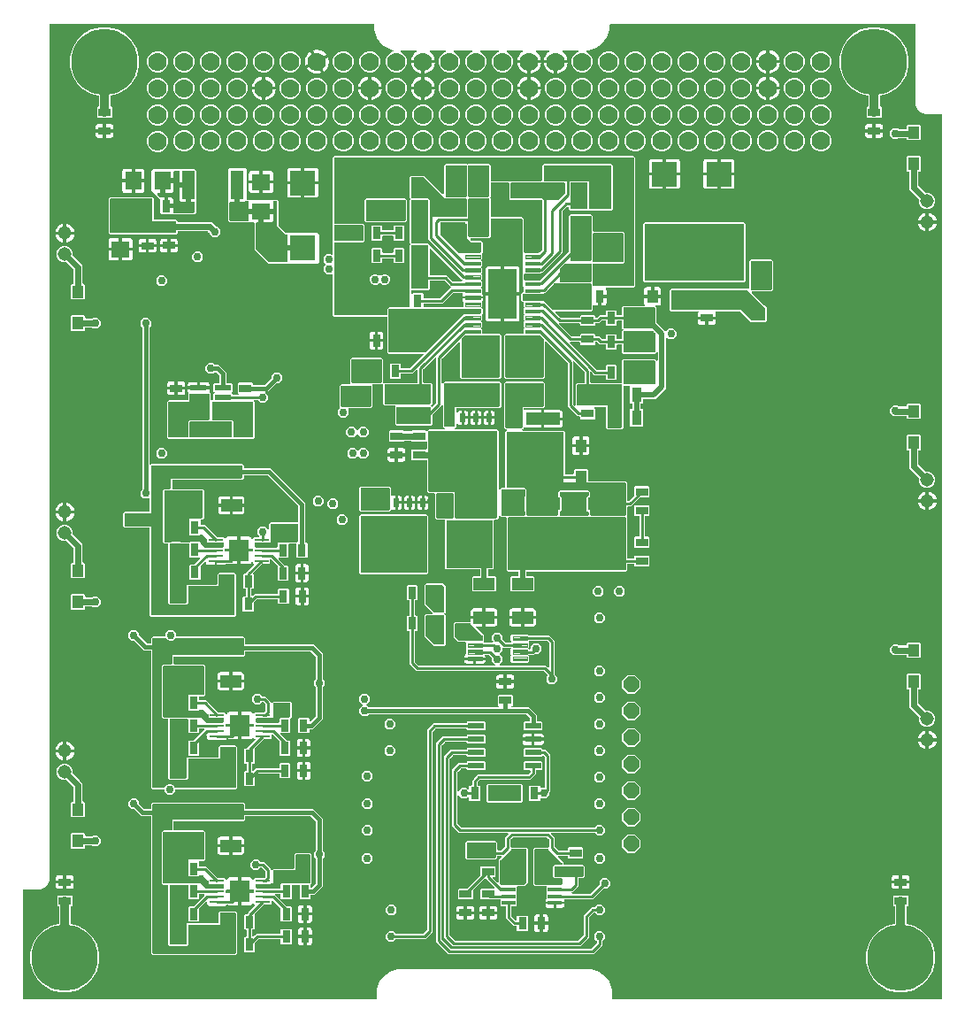
<source format=gbr>
G04 EAGLE Gerber RS-274X export*
G75*
%MOMM*%
%FSLAX34Y34*%
%LPD*%
%INTop Copper*%
%IPPOS*%
%AMOC8*
5,1,8,0,0,1.08239X$1,22.5*%
G01*
%ADD10R,0.800000X1.200000*%
%ADD11R,2.450000X2.350000*%
%ADD12R,1.200000X0.800000*%
%ADD13R,2.000000X1.200000*%
%ADD14R,1.120000X1.240000*%
%ADD15R,1.240000X1.120000*%
%ADD16R,1.800000X1.600000*%
%ADD17C,6.350000*%
%ADD18C,1.778000*%
%ADD19C,1.308000*%
%ADD20R,4.510000X4.650000*%
%ADD21R,3.300000X1.200000*%
%ADD22R,0.600000X1.200000*%
%ADD23R,0.500000X0.850000*%
%ADD24R,4.410000X4.550000*%
%ADD25R,0.950000X1.450000*%
%ADD26C,0.102500*%
%ADD27R,2.740000X4.750000*%
%ADD28R,1.600000X1.800000*%
%ADD29R,1.200000X2.670000*%
%ADD30R,3.400000X0.980000*%
%ADD31R,1.524000X0.609600*%
%ADD32C,0.120000*%
%ADD33R,1.320800X0.406400*%
%ADD34R,1.397000X0.279400*%
%ADD35R,1.930400X2.159000*%
%ADD36P,1.632244X8X112.500000*%
%ADD37R,1.574800X0.558800*%
%ADD38C,0.762000*%
%ADD39C,0.254000*%
%ADD40C,0.508000*%
%ADD41C,0.609600*%
%ADD42C,0.406400*%
%ADD43C,0.812800*%

G36*
X348764Y10799D02*
X348764Y10799D01*
X348802Y10798D01*
X348861Y10803D01*
X348867Y10804D01*
X348873Y10804D01*
X349037Y10838D01*
X349150Y10875D01*
X349182Y10891D01*
X349217Y10900D01*
X349362Y10983D01*
X349459Y11053D01*
X349484Y11078D01*
X349514Y11097D01*
X349627Y11221D01*
X349697Y11317D01*
X349713Y11350D01*
X349736Y11377D01*
X349805Y11530D01*
X349842Y11643D01*
X349843Y11649D01*
X349846Y11654D01*
X349877Y11819D01*
X349882Y11878D01*
X349880Y11900D01*
X349884Y11938D01*
X349884Y20873D01*
X352110Y27722D01*
X356342Y33548D01*
X362168Y37780D01*
X369017Y40006D01*
X555543Y40006D01*
X562392Y37780D01*
X568218Y33548D01*
X572450Y27722D01*
X574676Y20873D01*
X574676Y11938D01*
X574679Y11916D01*
X574678Y11878D01*
X574683Y11819D01*
X574684Y11813D01*
X574684Y11807D01*
X574718Y11643D01*
X574755Y11530D01*
X574771Y11498D01*
X574780Y11463D01*
X574863Y11318D01*
X574933Y11221D01*
X574958Y11196D01*
X574977Y11166D01*
X575101Y11053D01*
X575198Y10983D01*
X575230Y10967D01*
X575257Y10944D01*
X575410Y10875D01*
X575523Y10838D01*
X575529Y10837D01*
X575534Y10834D01*
X575699Y10803D01*
X575758Y10798D01*
X575780Y10800D01*
X575818Y10796D01*
X889762Y10796D01*
X889784Y10799D01*
X889822Y10798D01*
X889881Y10803D01*
X889887Y10804D01*
X889893Y10804D01*
X890057Y10838D01*
X890170Y10875D01*
X890202Y10891D01*
X890237Y10900D01*
X890382Y10983D01*
X890479Y11053D01*
X890504Y11078D01*
X890534Y11097D01*
X890647Y11221D01*
X890717Y11317D01*
X890733Y11350D01*
X890756Y11377D01*
X890825Y11530D01*
X890862Y11643D01*
X890863Y11649D01*
X890866Y11654D01*
X890897Y11819D01*
X890902Y11878D01*
X890900Y11900D01*
X890904Y11938D01*
X890904Y857123D01*
X890901Y857143D01*
X890903Y857162D01*
X890881Y857264D01*
X890865Y857366D01*
X890855Y857383D01*
X890851Y857403D01*
X890798Y857492D01*
X890749Y857583D01*
X890735Y857597D01*
X890725Y857614D01*
X890646Y857681D01*
X890571Y857753D01*
X890553Y857761D01*
X890538Y857774D01*
X890442Y857813D01*
X890348Y857856D01*
X890328Y857858D01*
X890310Y857866D01*
X890143Y857884D01*
X874153Y857884D01*
X870185Y859528D01*
X867148Y862565D01*
X865504Y866533D01*
X865504Y943483D01*
X865501Y943503D01*
X865503Y943522D01*
X865481Y943623D01*
X865465Y943726D01*
X865455Y943743D01*
X865451Y943763D01*
X865398Y943852D01*
X865349Y943943D01*
X865335Y943957D01*
X865325Y943974D01*
X865246Y944041D01*
X865171Y944113D01*
X865153Y944121D01*
X865138Y944134D01*
X865042Y944173D01*
X864948Y944216D01*
X864928Y944218D01*
X864910Y944226D01*
X864743Y944244D01*
X574040Y944244D01*
X574018Y944241D01*
X573980Y944242D01*
X573802Y944228D01*
X573796Y944226D01*
X573790Y944227D01*
X573626Y944193D01*
X573286Y944082D01*
X573254Y944066D01*
X573219Y944057D01*
X573074Y943974D01*
X572784Y943764D01*
X572759Y943739D01*
X572729Y943720D01*
X572616Y943596D01*
X572406Y943306D01*
X572390Y943274D01*
X572367Y943247D01*
X572298Y943094D01*
X572187Y942754D01*
X572186Y942748D01*
X572184Y942743D01*
X572152Y942578D01*
X572138Y942400D01*
X572140Y942378D01*
X572136Y942340D01*
X572136Y938619D01*
X569836Y931540D01*
X565461Y925519D01*
X559440Y921144D01*
X552361Y918844D01*
X550419Y918844D01*
X550323Y918829D01*
X550226Y918819D01*
X550202Y918809D01*
X550176Y918805D01*
X550090Y918759D01*
X550001Y918719D01*
X549982Y918702D01*
X549958Y918689D01*
X549891Y918619D01*
X549820Y918553D01*
X549807Y918530D01*
X549789Y918511D01*
X549748Y918423D01*
X549701Y918337D01*
X549696Y918312D01*
X549685Y918288D01*
X549675Y918191D01*
X549657Y918095D01*
X549661Y918069D01*
X549658Y918044D01*
X549679Y917948D01*
X549693Y917852D01*
X549705Y917829D01*
X549711Y917803D01*
X549761Y917720D01*
X549805Y917633D01*
X549823Y917614D01*
X549837Y917592D01*
X549911Y917529D01*
X549980Y917461D01*
X550009Y917445D01*
X550024Y917432D01*
X550054Y917420D01*
X550127Y917380D01*
X551856Y916664D01*
X554714Y913806D01*
X556261Y910071D01*
X556261Y906029D01*
X554714Y902294D01*
X551856Y899436D01*
X548121Y897889D01*
X544079Y897889D01*
X540344Y899436D01*
X537486Y902294D01*
X535939Y906029D01*
X535939Y910071D01*
X537486Y913806D01*
X540344Y916664D01*
X542073Y917380D01*
X542156Y917431D01*
X542242Y917477D01*
X542259Y917495D01*
X542282Y917509D01*
X542344Y917585D01*
X542411Y917655D01*
X542422Y917679D01*
X542439Y917699D01*
X542473Y917790D01*
X542515Y917878D01*
X542517Y917904D01*
X542527Y917928D01*
X542531Y918026D01*
X542542Y918122D01*
X542536Y918148D01*
X542537Y918174D01*
X542510Y918268D01*
X542489Y918363D01*
X542476Y918385D01*
X542469Y918410D01*
X542413Y918490D01*
X542363Y918574D01*
X542343Y918591D01*
X542328Y918612D01*
X542250Y918671D01*
X542176Y918734D01*
X542152Y918744D01*
X542131Y918759D01*
X542039Y918789D01*
X541948Y918826D01*
X541916Y918829D01*
X541897Y918835D01*
X541864Y918835D01*
X541781Y918844D01*
X527633Y918844D01*
X527625Y918843D01*
X527617Y918844D01*
X527504Y918823D01*
X527390Y918805D01*
X527383Y918801D01*
X527375Y918799D01*
X527275Y918743D01*
X527173Y918689D01*
X527167Y918684D01*
X527160Y918680D01*
X527083Y918595D01*
X527003Y918511D01*
X527000Y918504D01*
X526995Y918498D01*
X526948Y918392D01*
X526900Y918288D01*
X526899Y918280D01*
X526896Y918273D01*
X526885Y918158D01*
X526873Y918044D01*
X526874Y918036D01*
X526874Y918028D01*
X526901Y917915D01*
X526925Y917803D01*
X526929Y917796D01*
X526931Y917789D01*
X526992Y917690D01*
X527051Y917592D01*
X527057Y917587D01*
X527061Y917580D01*
X527185Y917467D01*
X528147Y916769D01*
X529419Y915497D01*
X530476Y914041D01*
X531293Y912438D01*
X531849Y910727D01*
X532032Y909573D01*
X521462Y909573D01*
X521442Y909570D01*
X521423Y909572D01*
X521321Y909550D01*
X521219Y909533D01*
X521202Y909524D01*
X521182Y909520D01*
X521093Y909467D01*
X521002Y909418D01*
X520988Y909404D01*
X520971Y909394D01*
X520904Y909315D01*
X520833Y909240D01*
X520824Y909222D01*
X520811Y909207D01*
X520773Y909111D01*
X520729Y909017D01*
X520727Y908997D01*
X520719Y908979D01*
X520701Y908812D01*
X520701Y908049D01*
X520699Y908049D01*
X520699Y908812D01*
X520696Y908832D01*
X520698Y908851D01*
X520676Y908953D01*
X520659Y909055D01*
X520650Y909072D01*
X520646Y909092D01*
X520593Y909181D01*
X520544Y909272D01*
X520530Y909286D01*
X520520Y909303D01*
X520441Y909370D01*
X520366Y909441D01*
X520348Y909450D01*
X520333Y909463D01*
X520237Y909502D01*
X520143Y909545D01*
X520123Y909547D01*
X520105Y909555D01*
X519938Y909573D01*
X509368Y909573D01*
X509551Y910727D01*
X510107Y912438D01*
X510924Y914041D01*
X511981Y915497D01*
X513253Y916769D01*
X514215Y917467D01*
X514220Y917473D01*
X514227Y917477D01*
X514306Y917560D01*
X514388Y917642D01*
X514391Y917649D01*
X514397Y917655D01*
X514445Y917759D01*
X514496Y917863D01*
X514497Y917871D01*
X514500Y917878D01*
X514513Y917992D01*
X514528Y918107D01*
X514526Y918115D01*
X514527Y918122D01*
X514503Y918235D01*
X514481Y918348D01*
X514477Y918355D01*
X514475Y918363D01*
X514416Y918462D01*
X514359Y918562D01*
X514353Y918567D01*
X514349Y918574D01*
X514261Y918649D01*
X514175Y918726D01*
X514168Y918729D01*
X514162Y918734D01*
X514055Y918777D01*
X513949Y918822D01*
X513941Y918823D01*
X513934Y918826D01*
X513767Y918844D01*
X502233Y918844D01*
X502225Y918843D01*
X502217Y918844D01*
X502104Y918823D01*
X501990Y918805D01*
X501983Y918801D01*
X501975Y918799D01*
X501875Y918743D01*
X501773Y918689D01*
X501767Y918684D01*
X501760Y918680D01*
X501683Y918595D01*
X501603Y918511D01*
X501600Y918504D01*
X501595Y918498D01*
X501548Y918392D01*
X501500Y918288D01*
X501499Y918280D01*
X501496Y918273D01*
X501485Y918158D01*
X501473Y918044D01*
X501474Y918036D01*
X501474Y918028D01*
X501501Y917915D01*
X501525Y917803D01*
X501529Y917796D01*
X501531Y917789D01*
X501592Y917690D01*
X501651Y917592D01*
X501657Y917587D01*
X501661Y917580D01*
X501785Y917467D01*
X502747Y916769D01*
X504019Y915497D01*
X505076Y914041D01*
X505893Y912438D01*
X506449Y910727D01*
X506632Y909573D01*
X496062Y909573D01*
X496042Y909570D01*
X496023Y909572D01*
X495921Y909550D01*
X495819Y909533D01*
X495802Y909524D01*
X495782Y909520D01*
X495693Y909467D01*
X495602Y909418D01*
X495588Y909404D01*
X495571Y909394D01*
X495504Y909315D01*
X495433Y909240D01*
X495424Y909222D01*
X495411Y909207D01*
X495373Y909111D01*
X495329Y909017D01*
X495327Y908997D01*
X495319Y908979D01*
X495301Y908812D01*
X495301Y908049D01*
X495299Y908049D01*
X495299Y908812D01*
X495296Y908832D01*
X495298Y908851D01*
X495276Y908953D01*
X495259Y909055D01*
X495250Y909072D01*
X495246Y909092D01*
X495193Y909181D01*
X495144Y909272D01*
X495130Y909286D01*
X495120Y909303D01*
X495041Y909370D01*
X494966Y909441D01*
X494948Y909450D01*
X494933Y909463D01*
X494837Y909502D01*
X494743Y909545D01*
X494723Y909547D01*
X494705Y909555D01*
X494538Y909573D01*
X483968Y909573D01*
X484151Y910727D01*
X484707Y912438D01*
X485524Y914041D01*
X486581Y915497D01*
X487853Y916769D01*
X488815Y917467D01*
X488820Y917473D01*
X488827Y917477D01*
X488906Y917560D01*
X488988Y917642D01*
X488991Y917649D01*
X488997Y917655D01*
X489045Y917759D01*
X489096Y917863D01*
X489097Y917871D01*
X489100Y917878D01*
X489113Y917992D01*
X489128Y918107D01*
X489126Y918115D01*
X489127Y918122D01*
X489103Y918235D01*
X489081Y918348D01*
X489077Y918355D01*
X489075Y918363D01*
X489016Y918462D01*
X488959Y918562D01*
X488953Y918567D01*
X488949Y918574D01*
X488861Y918649D01*
X488775Y918726D01*
X488768Y918729D01*
X488762Y918734D01*
X488655Y918777D01*
X488549Y918822D01*
X488541Y918823D01*
X488534Y918826D01*
X488367Y918844D01*
X474219Y918844D01*
X474123Y918829D01*
X474026Y918819D01*
X474002Y918809D01*
X473976Y918805D01*
X473890Y918759D01*
X473801Y918719D01*
X473782Y918702D01*
X473758Y918689D01*
X473691Y918619D01*
X473620Y918553D01*
X473607Y918530D01*
X473589Y918511D01*
X473548Y918423D01*
X473501Y918337D01*
X473496Y918312D01*
X473485Y918288D01*
X473475Y918191D01*
X473457Y918095D01*
X473461Y918069D01*
X473458Y918044D01*
X473479Y917948D01*
X473493Y917852D01*
X473505Y917829D01*
X473511Y917803D01*
X473561Y917720D01*
X473605Y917633D01*
X473623Y917614D01*
X473637Y917592D01*
X473711Y917529D01*
X473780Y917461D01*
X473809Y917445D01*
X473824Y917432D01*
X473854Y917420D01*
X473927Y917380D01*
X475656Y916664D01*
X478514Y913806D01*
X480061Y910071D01*
X480061Y906029D01*
X478514Y902294D01*
X475656Y899436D01*
X471921Y897889D01*
X467879Y897889D01*
X464144Y899436D01*
X461286Y902294D01*
X459739Y906029D01*
X459739Y910071D01*
X461286Y913806D01*
X464144Y916664D01*
X465873Y917380D01*
X465956Y917431D01*
X466042Y917477D01*
X466059Y917495D01*
X466082Y917509D01*
X466144Y917585D01*
X466211Y917655D01*
X466222Y917679D01*
X466239Y917699D01*
X466273Y917790D01*
X466315Y917878D01*
X466317Y917904D01*
X466327Y917928D01*
X466331Y918026D01*
X466342Y918122D01*
X466336Y918148D01*
X466337Y918174D01*
X466310Y918268D01*
X466289Y918363D01*
X466276Y918385D01*
X466269Y918410D01*
X466213Y918490D01*
X466163Y918574D01*
X466143Y918591D01*
X466128Y918612D01*
X466050Y918671D01*
X465976Y918734D01*
X465952Y918744D01*
X465931Y918759D01*
X465839Y918789D01*
X465748Y918826D01*
X465716Y918829D01*
X465697Y918835D01*
X465664Y918835D01*
X465581Y918844D01*
X448819Y918844D01*
X448723Y918829D01*
X448626Y918819D01*
X448602Y918809D01*
X448576Y918805D01*
X448490Y918759D01*
X448401Y918719D01*
X448382Y918702D01*
X448358Y918689D01*
X448291Y918619D01*
X448220Y918553D01*
X448207Y918530D01*
X448189Y918511D01*
X448148Y918423D01*
X448101Y918337D01*
X448096Y918312D01*
X448085Y918288D01*
X448075Y918191D01*
X448057Y918095D01*
X448061Y918069D01*
X448058Y918044D01*
X448079Y917948D01*
X448093Y917852D01*
X448105Y917829D01*
X448111Y917803D01*
X448161Y917720D01*
X448205Y917633D01*
X448223Y917614D01*
X448237Y917592D01*
X448311Y917529D01*
X448380Y917461D01*
X448409Y917445D01*
X448424Y917432D01*
X448454Y917420D01*
X448527Y917380D01*
X450256Y916664D01*
X453114Y913806D01*
X454661Y910071D01*
X454661Y906029D01*
X453114Y902294D01*
X450256Y899436D01*
X446521Y897889D01*
X442479Y897889D01*
X438744Y899436D01*
X435886Y902294D01*
X434339Y906029D01*
X434339Y910071D01*
X435886Y913806D01*
X438744Y916664D01*
X440473Y917380D01*
X440556Y917431D01*
X440642Y917477D01*
X440659Y917495D01*
X440682Y917509D01*
X440744Y917585D01*
X440811Y917655D01*
X440822Y917679D01*
X440839Y917699D01*
X440873Y917790D01*
X440915Y917878D01*
X440917Y917904D01*
X440927Y917928D01*
X440931Y918026D01*
X440942Y918122D01*
X440936Y918148D01*
X440937Y918174D01*
X440910Y918268D01*
X440889Y918363D01*
X440876Y918385D01*
X440869Y918410D01*
X440813Y918490D01*
X440763Y918574D01*
X440743Y918591D01*
X440728Y918612D01*
X440650Y918671D01*
X440576Y918734D01*
X440552Y918744D01*
X440531Y918759D01*
X440439Y918789D01*
X440348Y918826D01*
X440316Y918829D01*
X440297Y918835D01*
X440264Y918835D01*
X440181Y918844D01*
X423419Y918844D01*
X423323Y918829D01*
X423226Y918819D01*
X423202Y918809D01*
X423176Y918805D01*
X423090Y918759D01*
X423001Y918719D01*
X422982Y918702D01*
X422959Y918689D01*
X422891Y918619D01*
X422820Y918553D01*
X422807Y918530D01*
X422789Y918511D01*
X422748Y918423D01*
X422701Y918337D01*
X422697Y918312D01*
X422686Y918288D01*
X422675Y918191D01*
X422657Y918095D01*
X422661Y918069D01*
X422658Y918044D01*
X422679Y917948D01*
X422693Y917852D01*
X422705Y917829D01*
X422711Y917803D01*
X422761Y917720D01*
X422805Y917633D01*
X422823Y917614D01*
X422837Y917592D01*
X422911Y917529D01*
X422980Y917461D01*
X423009Y917445D01*
X423024Y917432D01*
X423054Y917420D01*
X423127Y917380D01*
X424856Y916664D01*
X427714Y913806D01*
X429261Y910071D01*
X429261Y906029D01*
X427714Y902294D01*
X424856Y899436D01*
X421121Y897889D01*
X417079Y897889D01*
X413344Y899436D01*
X410486Y902294D01*
X408939Y906029D01*
X408939Y910071D01*
X410486Y913806D01*
X413344Y916664D01*
X415073Y917380D01*
X415156Y917431D01*
X415241Y917477D01*
X415259Y917495D01*
X415282Y917509D01*
X415344Y917585D01*
X415411Y917655D01*
X415422Y917679D01*
X415439Y917699D01*
X415473Y917790D01*
X415514Y917878D01*
X415517Y917904D01*
X415527Y917928D01*
X415531Y918026D01*
X415542Y918122D01*
X415536Y918148D01*
X415537Y918174D01*
X415510Y918268D01*
X415489Y918363D01*
X415476Y918385D01*
X415469Y918410D01*
X415413Y918490D01*
X415363Y918574D01*
X415343Y918591D01*
X415328Y918612D01*
X415250Y918671D01*
X415176Y918734D01*
X415152Y918744D01*
X415131Y918759D01*
X415038Y918789D01*
X414948Y918826D01*
X414916Y918829D01*
X414897Y918835D01*
X414864Y918835D01*
X414781Y918844D01*
X400633Y918844D01*
X400625Y918843D01*
X400617Y918844D01*
X400504Y918823D01*
X400390Y918805D01*
X400383Y918801D01*
X400375Y918799D01*
X400275Y918743D01*
X400173Y918689D01*
X400167Y918684D01*
X400160Y918680D01*
X400083Y918595D01*
X400003Y918511D01*
X400000Y918504D01*
X399995Y918498D01*
X399948Y918392D01*
X399900Y918288D01*
X399899Y918280D01*
X399896Y918273D01*
X399885Y918158D01*
X399873Y918044D01*
X399874Y918036D01*
X399874Y918028D01*
X399901Y917915D01*
X399925Y917803D01*
X399929Y917796D01*
X399931Y917789D01*
X399992Y917690D01*
X400051Y917592D01*
X400057Y917587D01*
X400061Y917580D01*
X400185Y917467D01*
X401147Y916769D01*
X402419Y915497D01*
X403476Y914041D01*
X404293Y912438D01*
X404849Y910727D01*
X405032Y909573D01*
X394462Y909573D01*
X394442Y909570D01*
X394423Y909572D01*
X394321Y909550D01*
X394219Y909533D01*
X394202Y909524D01*
X394182Y909520D01*
X394093Y909467D01*
X394002Y909418D01*
X393988Y909404D01*
X393971Y909394D01*
X393904Y909315D01*
X393833Y909240D01*
X393824Y909222D01*
X393811Y909207D01*
X393773Y909111D01*
X393729Y909017D01*
X393727Y908997D01*
X393719Y908979D01*
X393701Y908812D01*
X393701Y908049D01*
X393699Y908049D01*
X393699Y908812D01*
X393696Y908832D01*
X393698Y908851D01*
X393676Y908953D01*
X393659Y909055D01*
X393650Y909072D01*
X393646Y909092D01*
X393593Y909181D01*
X393544Y909272D01*
X393530Y909286D01*
X393520Y909303D01*
X393441Y909370D01*
X393366Y909441D01*
X393348Y909450D01*
X393333Y909463D01*
X393237Y909502D01*
X393143Y909545D01*
X393123Y909547D01*
X393105Y909555D01*
X392938Y909573D01*
X382368Y909573D01*
X382551Y910727D01*
X383107Y912438D01*
X383924Y914041D01*
X384981Y915497D01*
X386253Y916769D01*
X387215Y917467D01*
X387220Y917473D01*
X387227Y917477D01*
X387306Y917560D01*
X387388Y917642D01*
X387391Y917649D01*
X387397Y917655D01*
X387445Y917759D01*
X387496Y917863D01*
X387497Y917871D01*
X387500Y917878D01*
X387513Y917992D01*
X387528Y918107D01*
X387526Y918115D01*
X387527Y918122D01*
X387503Y918235D01*
X387481Y918348D01*
X387477Y918355D01*
X387475Y918363D01*
X387416Y918462D01*
X387359Y918562D01*
X387353Y918567D01*
X387349Y918574D01*
X387261Y918649D01*
X387175Y918726D01*
X387168Y918729D01*
X387162Y918734D01*
X387055Y918777D01*
X386949Y918822D01*
X386941Y918823D01*
X386934Y918826D01*
X386767Y918844D01*
X372619Y918844D01*
X372523Y918829D01*
X372426Y918819D01*
X372402Y918809D01*
X372376Y918805D01*
X372290Y918759D01*
X372201Y918719D01*
X372182Y918702D01*
X372158Y918689D01*
X372091Y918619D01*
X372020Y918553D01*
X372007Y918530D01*
X371989Y918511D01*
X371948Y918423D01*
X371901Y918337D01*
X371896Y918312D01*
X371885Y918288D01*
X371875Y918191D01*
X371857Y918095D01*
X371861Y918069D01*
X371858Y918044D01*
X371879Y917948D01*
X371893Y917852D01*
X371905Y917829D01*
X371911Y917803D01*
X371961Y917720D01*
X372005Y917633D01*
X372023Y917614D01*
X372037Y917592D01*
X372111Y917529D01*
X372180Y917461D01*
X372209Y917445D01*
X372224Y917432D01*
X372254Y917420D01*
X372327Y917380D01*
X374056Y916664D01*
X376914Y913806D01*
X378461Y910071D01*
X378461Y906029D01*
X376914Y902294D01*
X374056Y899436D01*
X370321Y897889D01*
X366279Y897889D01*
X362544Y899436D01*
X359686Y902294D01*
X358139Y906029D01*
X358139Y910071D01*
X359686Y913806D01*
X362544Y916664D01*
X365051Y917702D01*
X365098Y917731D01*
X365150Y917752D01*
X365202Y917796D01*
X365260Y917832D01*
X365295Y917874D01*
X365338Y917910D01*
X365373Y917969D01*
X365417Y918021D01*
X365437Y918073D01*
X365465Y918121D01*
X365480Y918187D01*
X365505Y918251D01*
X365507Y918306D01*
X365519Y918361D01*
X365512Y918428D01*
X365515Y918496D01*
X365500Y918550D01*
X365494Y918605D01*
X365466Y918667D01*
X365447Y918733D01*
X365415Y918778D01*
X365392Y918829D01*
X365345Y918879D01*
X365306Y918935D01*
X365262Y918968D01*
X365224Y919009D01*
X365164Y919041D01*
X365109Y919082D01*
X365056Y919099D01*
X365007Y919125D01*
X364904Y919148D01*
X364875Y919158D01*
X364863Y919158D01*
X364843Y919162D01*
X362700Y919400D01*
X354930Y923679D01*
X349389Y930605D01*
X346921Y939124D01*
X347298Y942520D01*
X347295Y942582D01*
X347297Y942605D01*
X347295Y942615D01*
X347299Y942675D01*
X347287Y942735D01*
X347285Y942766D01*
X347275Y942791D01*
X347265Y942839D01*
X347182Y943094D01*
X347166Y943126D01*
X347157Y943161D01*
X347074Y943306D01*
X346864Y943596D01*
X346839Y943621D01*
X346820Y943651D01*
X346696Y943764D01*
X346406Y943974D01*
X346374Y943990D01*
X346347Y944013D01*
X346194Y944082D01*
X345854Y944193D01*
X345848Y944194D01*
X345843Y944196D01*
X345679Y944228D01*
X345500Y944242D01*
X345478Y944240D01*
X345440Y944244D01*
X36957Y944244D01*
X36937Y944241D01*
X36918Y944243D01*
X36816Y944221D01*
X36714Y944205D01*
X36697Y944195D01*
X36677Y944191D01*
X36588Y944138D01*
X36497Y944089D01*
X36483Y944075D01*
X36466Y944065D01*
X36399Y943986D01*
X36327Y943911D01*
X36319Y943893D01*
X36306Y943878D01*
X36267Y943782D01*
X36224Y943688D01*
X36222Y943668D01*
X36214Y943650D01*
X36196Y943483D01*
X36196Y124853D01*
X34552Y120885D01*
X31515Y117848D01*
X27547Y116204D01*
X11557Y116204D01*
X11537Y116201D01*
X11518Y116203D01*
X11416Y116181D01*
X11314Y116165D01*
X11297Y116155D01*
X11277Y116151D01*
X11188Y116098D01*
X11097Y116049D01*
X11083Y116035D01*
X11066Y116025D01*
X10999Y115946D01*
X10927Y115871D01*
X10919Y115853D01*
X10906Y115838D01*
X10867Y115742D01*
X10824Y115648D01*
X10822Y115628D01*
X10814Y115610D01*
X10796Y115443D01*
X10796Y11938D01*
X10799Y11916D01*
X10798Y11878D01*
X10803Y11819D01*
X10804Y11813D01*
X10804Y11807D01*
X10838Y11643D01*
X10875Y11530D01*
X10891Y11498D01*
X10900Y11463D01*
X10983Y11318D01*
X11053Y11221D01*
X11078Y11196D01*
X11097Y11166D01*
X11221Y11053D01*
X11318Y10983D01*
X11350Y10967D01*
X11377Y10944D01*
X11530Y10875D01*
X11643Y10838D01*
X11649Y10837D01*
X11654Y10834D01*
X11819Y10803D01*
X11878Y10798D01*
X11900Y10800D01*
X11938Y10796D01*
X348742Y10796D01*
X348764Y10799D01*
G37*
%LPC*%
G36*
X441594Y401159D02*
X441594Y401159D01*
X440849Y401904D01*
X440849Y414956D01*
X441594Y415701D01*
X447548Y415701D01*
X447568Y415704D01*
X447587Y415702D01*
X447689Y415724D01*
X447791Y415740D01*
X447808Y415750D01*
X447828Y415754D01*
X447917Y415807D01*
X448008Y415856D01*
X448022Y415870D01*
X448039Y415880D01*
X448106Y415959D01*
X448178Y416034D01*
X448186Y416052D01*
X448199Y416067D01*
X448238Y416163D01*
X448281Y416257D01*
X448283Y416277D01*
X448291Y416295D01*
X448309Y416462D01*
X448309Y421918D01*
X448306Y421938D01*
X448308Y421957D01*
X448286Y422059D01*
X448270Y422161D01*
X448260Y422178D01*
X448256Y422198D01*
X448203Y422287D01*
X448154Y422378D01*
X448140Y422392D01*
X448130Y422409D01*
X448051Y422476D01*
X447976Y422548D01*
X447958Y422556D01*
X447943Y422569D01*
X447847Y422608D01*
X447753Y422651D01*
X447733Y422653D01*
X447715Y422661D01*
X447548Y422679D01*
X415574Y422679D01*
X414829Y423424D01*
X414829Y469138D01*
X414826Y469158D01*
X414828Y469177D01*
X414806Y469279D01*
X414790Y469381D01*
X414780Y469398D01*
X414776Y469418D01*
X414723Y469507D01*
X414674Y469598D01*
X414660Y469612D01*
X414650Y469629D01*
X414571Y469696D01*
X414496Y469768D01*
X414478Y469776D01*
X414463Y469789D01*
X414367Y469828D01*
X414273Y469871D01*
X414253Y469873D01*
X414235Y469881D01*
X414068Y469899D01*
X406618Y469899D01*
X405129Y471388D01*
X405129Y494538D01*
X405126Y494558D01*
X405128Y494577D01*
X405106Y494679D01*
X405090Y494781D01*
X405080Y494798D01*
X405076Y494818D01*
X405023Y494907D01*
X404974Y494998D01*
X404960Y495012D01*
X404950Y495029D01*
X404871Y495096D01*
X404796Y495168D01*
X404778Y495176D01*
X404763Y495189D01*
X404667Y495228D01*
X404573Y495271D01*
X404553Y495273D01*
X404535Y495281D01*
X404368Y495299D01*
X398998Y495299D01*
X397509Y496788D01*
X397509Y526004D01*
X397498Y526075D01*
X397496Y526148D01*
X397478Y526196D01*
X397470Y526247D01*
X397436Y526311D01*
X397411Y526378D01*
X397379Y526419D01*
X397354Y526465D01*
X397302Y526514D01*
X397257Y526570D01*
X397214Y526598D01*
X397176Y526634D01*
X397111Y526664D01*
X397050Y526703D01*
X397000Y526716D01*
X396953Y526738D01*
X396881Y526745D01*
X396812Y526763D01*
X396760Y526759D01*
X396709Y526765D01*
X396638Y526749D01*
X383364Y526749D01*
X382619Y527494D01*
X382619Y536546D01*
X383364Y537291D01*
X396614Y537291D01*
X396644Y537282D01*
X396716Y537283D01*
X396787Y537275D01*
X396838Y537286D01*
X396890Y537288D01*
X396957Y537312D01*
X397028Y537328D01*
X397072Y537354D01*
X397121Y537372D01*
X397177Y537417D01*
X397239Y537454D01*
X397273Y537493D01*
X397313Y537525D01*
X397352Y537586D01*
X397399Y537641D01*
X397418Y537689D01*
X397446Y537732D01*
X397464Y537802D01*
X397491Y537869D01*
X397499Y537940D01*
X397506Y537971D01*
X397505Y537994D01*
X397509Y538036D01*
X397509Y544004D01*
X397498Y544075D01*
X397496Y544148D01*
X397478Y544196D01*
X397470Y544247D01*
X397436Y544311D01*
X397411Y544378D01*
X397379Y544419D01*
X397354Y544465D01*
X397302Y544514D01*
X397257Y544570D01*
X397214Y544598D01*
X397176Y544634D01*
X397111Y544664D01*
X397050Y544703D01*
X397000Y544716D01*
X396953Y544738D01*
X396881Y544745D01*
X396812Y544763D01*
X396760Y544759D01*
X396709Y544765D01*
X396638Y544749D01*
X383364Y544749D01*
X382635Y545478D01*
X382561Y545531D01*
X382491Y545591D01*
X382461Y545603D01*
X382435Y545622D01*
X382348Y545649D01*
X382263Y545683D01*
X382222Y545687D01*
X382200Y545694D01*
X382168Y545693D01*
X382096Y545701D01*
X376094Y545701D01*
X376004Y545687D01*
X375913Y545679D01*
X375883Y545667D01*
X375851Y545662D01*
X375770Y545619D01*
X375686Y545583D01*
X375654Y545557D01*
X375634Y545546D01*
X375611Y545523D01*
X375555Y545478D01*
X374826Y544749D01*
X361774Y544749D01*
X361029Y545494D01*
X361029Y554546D01*
X361774Y555291D01*
X374826Y555291D01*
X375555Y554562D01*
X375629Y554509D01*
X375699Y554449D01*
X375729Y554437D01*
X375755Y554418D01*
X375842Y554391D01*
X375927Y554357D01*
X375968Y554353D01*
X375990Y554346D01*
X376022Y554347D01*
X376094Y554339D01*
X382096Y554339D01*
X382186Y554353D01*
X382277Y554361D01*
X382307Y554373D01*
X382339Y554378D01*
X382420Y554421D01*
X382504Y554457D01*
X382536Y554483D01*
X382556Y554494D01*
X382579Y554517D01*
X382635Y554562D01*
X383364Y555291D01*
X396416Y555291D01*
X396684Y555023D01*
X396700Y555012D01*
X396712Y554996D01*
X396800Y554940D01*
X396883Y554880D01*
X396902Y554874D01*
X396919Y554863D01*
X397020Y554838D01*
X397119Y554807D01*
X397138Y554808D01*
X397158Y554803D01*
X397261Y554811D01*
X397364Y554814D01*
X397383Y554821D01*
X397403Y554822D01*
X397498Y554863D01*
X397595Y554898D01*
X397611Y554911D01*
X397629Y554919D01*
X397760Y555023D01*
X398998Y556261D01*
X413668Y556261D01*
X413739Y556272D01*
X413811Y556274D01*
X413860Y556292D01*
X413911Y556300D01*
X413974Y556334D01*
X414042Y556359D01*
X414082Y556391D01*
X414128Y556416D01*
X414178Y556468D01*
X414234Y556512D01*
X414262Y556556D01*
X414298Y556594D01*
X414328Y556659D01*
X414367Y556719D01*
X414380Y556770D01*
X414401Y556817D01*
X414409Y556888D01*
X414427Y556958D01*
X414423Y557010D01*
X414429Y557061D01*
X414413Y557132D01*
X414408Y557203D01*
X414387Y557251D01*
X414376Y557302D01*
X414339Y557363D01*
X414311Y557429D01*
X414267Y557485D01*
X414250Y557513D01*
X414232Y557528D01*
X414207Y557560D01*
X412749Y559018D01*
X412749Y578768D01*
X412738Y578839D01*
X412736Y578911D01*
X412718Y578960D01*
X412710Y579011D01*
X412676Y579074D01*
X412651Y579142D01*
X412619Y579182D01*
X412594Y579228D01*
X412542Y579278D01*
X412498Y579334D01*
X412454Y579362D01*
X412416Y579398D01*
X412351Y579428D01*
X412291Y579467D01*
X412240Y579480D01*
X412193Y579501D01*
X412122Y579509D01*
X412052Y579527D01*
X412000Y579523D01*
X411949Y579529D01*
X411878Y579513D01*
X411807Y579508D01*
X411759Y579487D01*
X411708Y579476D01*
X411647Y579439D01*
X411581Y579411D01*
X411525Y579367D01*
X411497Y579350D01*
X411482Y579332D01*
X411450Y579307D01*
X409769Y577626D01*
X402814Y570671D01*
X402761Y570597D01*
X402701Y570527D01*
X402689Y570497D01*
X402670Y570471D01*
X402643Y570384D01*
X402609Y570299D01*
X402605Y570258D01*
X402598Y570236D01*
X402599Y570204D01*
X402591Y570132D01*
X402591Y561558D01*
X401102Y560069D01*
X368518Y560069D01*
X367029Y561558D01*
X367029Y577632D01*
X367217Y577820D01*
X367258Y577878D01*
X367308Y577930D01*
X367330Y577977D01*
X367360Y578019D01*
X367381Y578088D01*
X367411Y578153D01*
X367417Y578205D01*
X367433Y578255D01*
X367431Y578326D01*
X367439Y578397D01*
X367427Y578448D01*
X367426Y578500D01*
X367402Y578568D01*
X367386Y578638D01*
X367360Y578683D01*
X367342Y578731D01*
X367297Y578787D01*
X367260Y578849D01*
X367221Y578883D01*
X367188Y578923D01*
X367128Y578962D01*
X367073Y579009D01*
X367025Y579028D01*
X366981Y579056D01*
X366912Y579074D01*
X366845Y579101D01*
X366774Y579109D01*
X366743Y579117D01*
X366719Y579115D01*
X366678Y579119D01*
X357088Y579119D01*
X355599Y580608D01*
X355599Y599088D01*
X355588Y599159D01*
X355586Y599231D01*
X355568Y599280D01*
X355560Y599331D01*
X355526Y599394D01*
X355501Y599462D01*
X355469Y599502D01*
X355444Y599548D01*
X355393Y599598D01*
X355348Y599654D01*
X355304Y599682D01*
X355266Y599718D01*
X355201Y599748D01*
X355141Y599787D01*
X355090Y599800D01*
X355043Y599821D01*
X354972Y599829D01*
X354902Y599847D01*
X354850Y599843D01*
X354799Y599849D01*
X354728Y599833D01*
X354657Y599828D01*
X354609Y599807D01*
X354558Y599796D01*
X354497Y599759D01*
X354431Y599731D01*
X354375Y599687D01*
X354347Y599670D01*
X354332Y599652D01*
X354300Y599627D01*
X354112Y599439D01*
X345792Y599439D01*
X345721Y599428D01*
X345649Y599426D01*
X345600Y599408D01*
X345549Y599400D01*
X345486Y599366D01*
X345418Y599341D01*
X345378Y599309D01*
X345332Y599284D01*
X345282Y599233D01*
X345226Y599188D01*
X345198Y599144D01*
X345162Y599106D01*
X345132Y599041D01*
X345093Y598981D01*
X345080Y598930D01*
X345059Y598883D01*
X345051Y598812D01*
X345033Y598742D01*
X345037Y598690D01*
X345031Y598639D01*
X345047Y598568D01*
X345052Y598497D01*
X345073Y598449D01*
X345084Y598398D01*
X345121Y598337D01*
X345149Y598271D01*
X345193Y598215D01*
X345210Y598187D01*
X345228Y598172D01*
X345253Y598140D01*
X345441Y597952D01*
X345441Y578068D01*
X343952Y576579D01*
X322714Y576579D01*
X322643Y576568D01*
X322571Y576566D01*
X322522Y576548D01*
X322471Y576540D01*
X322408Y576506D01*
X322340Y576481D01*
X322300Y576449D01*
X322254Y576424D01*
X322204Y576373D01*
X322148Y576328D01*
X322120Y576284D01*
X322084Y576246D01*
X322054Y576181D01*
X322015Y576121D01*
X322003Y576070D01*
X321981Y576023D01*
X321973Y575952D01*
X321955Y575882D01*
X321959Y575830D01*
X321954Y575779D01*
X321969Y575708D01*
X321974Y575637D01*
X321995Y575589D01*
X322006Y575538D01*
X322043Y575477D01*
X322071Y575411D01*
X322116Y575355D01*
X322132Y575327D01*
X322150Y575312D01*
X322175Y575280D01*
X322581Y574874D01*
X322581Y570665D01*
X319605Y567689D01*
X315395Y567689D01*
X312419Y570665D01*
X312419Y574875D01*
X314113Y576568D01*
X314124Y576584D01*
X314140Y576596D01*
X314196Y576683D01*
X314256Y576767D01*
X314262Y576787D01*
X314273Y576803D01*
X314298Y576904D01*
X314328Y577003D01*
X314328Y577023D01*
X314333Y577042D01*
X314325Y577145D01*
X314322Y577248D01*
X314315Y577267D01*
X314314Y577287D01*
X314273Y577382D01*
X314238Y577479D01*
X314225Y577495D01*
X314217Y577513D01*
X314113Y577644D01*
X313689Y578068D01*
X313689Y597952D01*
X315178Y599441D01*
X323498Y599441D01*
X323569Y599452D01*
X323641Y599454D01*
X323690Y599472D01*
X323741Y599480D01*
X323804Y599514D01*
X323872Y599539D01*
X323912Y599571D01*
X323958Y599596D01*
X324008Y599647D01*
X324064Y599692D01*
X324092Y599736D01*
X324128Y599774D01*
X324158Y599839D01*
X324197Y599899D01*
X324210Y599950D01*
X324231Y599997D01*
X324239Y600068D01*
X324257Y600138D01*
X324253Y600190D01*
X324259Y600241D01*
X324243Y600312D01*
X324238Y600383D01*
X324217Y600431D01*
X324206Y600482D01*
X324169Y600543D01*
X324141Y600609D01*
X324097Y600665D01*
X324080Y600693D01*
X324062Y600708D01*
X324037Y600740D01*
X323849Y600928D01*
X323849Y623352D01*
X325338Y624841D01*
X354112Y624841D01*
X355601Y623352D01*
X355601Y601062D01*
X355612Y600991D01*
X355614Y600919D01*
X355632Y600870D01*
X355640Y600819D01*
X355674Y600756D01*
X355699Y600688D01*
X355731Y600648D01*
X355756Y600602D01*
X355807Y600552D01*
X355852Y600496D01*
X355896Y600468D01*
X355934Y600432D01*
X355999Y600402D01*
X356059Y600363D01*
X356110Y600350D01*
X356157Y600329D01*
X356228Y600321D01*
X356298Y600303D01*
X356350Y600307D01*
X356401Y600301D01*
X356472Y600317D01*
X356543Y600322D01*
X356591Y600343D01*
X356642Y600354D01*
X356703Y600391D01*
X356769Y600419D01*
X356825Y600463D01*
X356853Y600480D01*
X356868Y600498D01*
X356900Y600523D01*
X357088Y600711D01*
X387858Y600711D01*
X387878Y600714D01*
X387897Y600712D01*
X387999Y600734D01*
X388101Y600750D01*
X388118Y600760D01*
X388138Y600764D01*
X388227Y600817D01*
X388318Y600866D01*
X388332Y600880D01*
X388349Y600890D01*
X388416Y600969D01*
X388488Y601044D01*
X388496Y601062D01*
X388509Y601077D01*
X388548Y601173D01*
X388591Y601267D01*
X388593Y601287D01*
X388601Y601305D01*
X388619Y601472D01*
X388619Y613058D01*
X388608Y613129D01*
X388606Y613201D01*
X388588Y613250D01*
X388580Y613301D01*
X388546Y613364D01*
X388521Y613432D01*
X388489Y613472D01*
X388464Y613518D01*
X388412Y613568D01*
X388368Y613624D01*
X388324Y613652D01*
X388286Y613688D01*
X388221Y613718D01*
X388161Y613757D01*
X388110Y613770D01*
X388063Y613791D01*
X387992Y613799D01*
X387922Y613817D01*
X387870Y613813D01*
X387819Y613819D01*
X387748Y613803D01*
X387677Y613798D01*
X387629Y613777D01*
X387578Y613766D01*
X387517Y613729D01*
X387451Y613701D01*
X387395Y613657D01*
X387367Y613640D01*
X387352Y613622D01*
X387320Y613597D01*
X383322Y609599D01*
X373172Y609599D01*
X373152Y609596D01*
X373133Y609598D01*
X373031Y609576D01*
X372929Y609560D01*
X372912Y609550D01*
X372892Y609546D01*
X372803Y609493D01*
X372712Y609444D01*
X372698Y609430D01*
X372681Y609420D01*
X372614Y609341D01*
X372542Y609266D01*
X372534Y609248D01*
X372521Y609233D01*
X372482Y609137D01*
X372439Y609043D01*
X372437Y609023D01*
X372429Y609005D01*
X372411Y608838D01*
X372411Y605614D01*
X371666Y604869D01*
X362614Y604869D01*
X361869Y605614D01*
X361869Y618666D01*
X362614Y619411D01*
X371666Y619411D01*
X372411Y618666D01*
X372411Y615442D01*
X372414Y615422D01*
X372412Y615403D01*
X372434Y615301D01*
X372450Y615199D01*
X372460Y615182D01*
X372464Y615162D01*
X372517Y615073D01*
X372566Y614982D01*
X372580Y614968D01*
X372590Y614951D01*
X372669Y614884D01*
X372744Y614812D01*
X372762Y614804D01*
X372777Y614791D01*
X372873Y614752D01*
X372967Y614709D01*
X372987Y614707D01*
X373005Y614699D01*
X373172Y614681D01*
X380902Y614681D01*
X380992Y614695D01*
X381083Y614703D01*
X381113Y614715D01*
X381145Y614720D01*
X381226Y614763D01*
X381310Y614799D01*
X381342Y614825D01*
X381362Y614836D01*
X381385Y614859D01*
X381441Y614904D01*
X393887Y627350D01*
X393928Y627408D01*
X393978Y627460D01*
X394000Y627507D01*
X394030Y627549D01*
X394051Y627618D01*
X394081Y627683D01*
X394087Y627735D01*
X394103Y627785D01*
X394101Y627856D01*
X394109Y627927D01*
X394097Y627978D01*
X394096Y628030D01*
X394072Y628098D01*
X394056Y628168D01*
X394030Y628213D01*
X394012Y628261D01*
X393967Y628317D01*
X393930Y628379D01*
X393891Y628413D01*
X393858Y628453D01*
X393798Y628492D01*
X393743Y628539D01*
X393695Y628558D01*
X393651Y628586D01*
X393582Y628604D01*
X393515Y628631D01*
X393444Y628639D01*
X393413Y628647D01*
X393389Y628645D01*
X393348Y628649D01*
X360898Y628649D01*
X359409Y630138D01*
X359409Y663448D01*
X359406Y663468D01*
X359408Y663487D01*
X359386Y663589D01*
X359370Y663691D01*
X359360Y663708D01*
X359356Y663728D01*
X359303Y663817D01*
X359254Y663908D01*
X359240Y663922D01*
X359230Y663939D01*
X359151Y664006D01*
X359076Y664078D01*
X359058Y664086D01*
X359043Y664099D01*
X358947Y664138D01*
X358853Y664181D01*
X358833Y664183D01*
X358815Y664191D01*
X358648Y664209D01*
X308828Y664209D01*
X307339Y665698D01*
X307339Y704716D01*
X307328Y704787D01*
X307326Y704859D01*
X307308Y704908D01*
X307300Y704959D01*
X307266Y705022D01*
X307241Y705090D01*
X307209Y705130D01*
X307184Y705176D01*
X307133Y705226D01*
X307088Y705282D01*
X307044Y705310D01*
X307006Y705346D01*
X306941Y705376D01*
X306881Y705415D01*
X306830Y705427D01*
X306783Y705449D01*
X306712Y705457D01*
X306642Y705475D01*
X306590Y705471D01*
X306539Y705476D01*
X306468Y705461D01*
X306397Y705456D01*
X306349Y705435D01*
X306298Y705424D01*
X306237Y705387D01*
X306171Y705359D01*
X306115Y705314D01*
X306087Y705298D01*
X306072Y705280D01*
X306040Y705255D01*
X305634Y704849D01*
X301425Y704849D01*
X298449Y707825D01*
X298449Y712035D01*
X300251Y713837D01*
X300263Y713853D01*
X300279Y713865D01*
X300335Y713953D01*
X300395Y714036D01*
X300401Y714055D01*
X300412Y714072D01*
X300437Y714173D01*
X300467Y714272D01*
X300467Y714291D01*
X300472Y714311D01*
X300464Y714414D01*
X300461Y714517D01*
X300454Y714536D01*
X300453Y714556D01*
X300412Y714651D01*
X300377Y714748D01*
X300364Y714764D01*
X300356Y714782D01*
X300251Y714913D01*
X298449Y716715D01*
X298449Y720925D01*
X301425Y723901D01*
X305634Y723901D01*
X306040Y723495D01*
X306098Y723454D01*
X306150Y723404D01*
X306197Y723382D01*
X306239Y723352D01*
X306308Y723331D01*
X306373Y723301D01*
X306425Y723295D01*
X306475Y723280D01*
X306546Y723281D01*
X306617Y723274D01*
X306668Y723285D01*
X306720Y723286D01*
X306788Y723311D01*
X306858Y723326D01*
X306903Y723353D01*
X306951Y723370D01*
X307007Y723415D01*
X307069Y723452D01*
X307103Y723492D01*
X307143Y723524D01*
X307182Y723584D01*
X307229Y723639D01*
X307248Y723687D01*
X307276Y723731D01*
X307294Y723801D01*
X307321Y723867D01*
X307329Y723938D01*
X307337Y723970D01*
X307335Y723993D01*
X307339Y724034D01*
X307339Y816392D01*
X308828Y817881D01*
X595412Y817881D01*
X596901Y816392D01*
X596901Y693638D01*
X595412Y692149D01*
X569262Y692149D01*
X569191Y692138D01*
X569119Y692136D01*
X569070Y692118D01*
X569019Y692110D01*
X568956Y692076D01*
X568888Y692051D01*
X568847Y692019D01*
X568802Y691994D01*
X568752Y691942D01*
X568696Y691898D01*
X568668Y691854D01*
X568632Y691816D01*
X568602Y691751D01*
X568563Y691691D01*
X568550Y691640D01*
X568529Y691593D01*
X568521Y691522D01*
X568503Y691452D01*
X568507Y691400D01*
X568501Y691349D01*
X568517Y691279D01*
X568522Y691207D01*
X568543Y691159D01*
X568554Y691108D01*
X568591Y691047D01*
X568619Y690981D01*
X568663Y690925D01*
X568680Y690897D01*
X568698Y690882D01*
X568723Y690850D01*
X568753Y690820D01*
X569088Y690241D01*
X569261Y689594D01*
X569261Y684783D01*
X563482Y684783D01*
X563462Y684780D01*
X563443Y684782D01*
X563341Y684760D01*
X563239Y684743D01*
X563222Y684734D01*
X563202Y684730D01*
X563113Y684677D01*
X563022Y684628D01*
X563008Y684614D01*
X562991Y684604D01*
X562924Y684525D01*
X562853Y684450D01*
X562844Y684432D01*
X562831Y684417D01*
X562792Y684321D01*
X562749Y684227D01*
X562747Y684207D01*
X562739Y684189D01*
X562721Y684022D01*
X562721Y683259D01*
X561958Y683259D01*
X561938Y683256D01*
X561919Y683258D01*
X561817Y683236D01*
X561715Y683219D01*
X561698Y683210D01*
X561678Y683206D01*
X561589Y683153D01*
X561498Y683104D01*
X561484Y683090D01*
X561467Y683080D01*
X561400Y683001D01*
X561329Y682926D01*
X561320Y682908D01*
X561307Y682893D01*
X561268Y682797D01*
X561225Y682703D01*
X561223Y682683D01*
X561215Y682665D01*
X561197Y682498D01*
X561197Y674719D01*
X558386Y674719D01*
X557739Y674892D01*
X557403Y675087D01*
X557313Y675121D01*
X557227Y675161D01*
X557199Y675164D01*
X557173Y675174D01*
X557077Y675177D01*
X556983Y675188D01*
X556955Y675182D01*
X556927Y675183D01*
X556835Y675156D01*
X556742Y675136D01*
X556718Y675121D01*
X556691Y675113D01*
X556613Y675058D01*
X556531Y675009D01*
X556513Y674988D01*
X556490Y674972D01*
X556433Y674895D01*
X556371Y674822D01*
X556361Y674796D01*
X556344Y674774D01*
X556315Y674683D01*
X556279Y674594D01*
X556275Y674559D01*
X556269Y674539D01*
X556269Y674506D01*
X556261Y674428D01*
X556261Y670778D01*
X554772Y669289D01*
X521052Y669289D01*
X520981Y669278D01*
X520909Y669276D01*
X520860Y669258D01*
X520809Y669250D01*
X520746Y669216D01*
X520678Y669191D01*
X520638Y669159D01*
X520592Y669134D01*
X520542Y669082D01*
X520486Y669038D01*
X520458Y668994D01*
X520422Y668956D01*
X520392Y668891D01*
X520353Y668831D01*
X520340Y668780D01*
X520319Y668733D01*
X520311Y668662D01*
X520293Y668592D01*
X520297Y668540D01*
X520291Y668489D01*
X520307Y668418D01*
X520312Y668347D01*
X520333Y668299D01*
X520344Y668248D01*
X520381Y668187D01*
X520409Y668121D01*
X520453Y668065D01*
X520470Y668037D01*
X520480Y668028D01*
X520482Y668025D01*
X520492Y668016D01*
X520513Y667990D01*
X525229Y663274D01*
X525303Y663221D01*
X525373Y663161D01*
X525403Y663149D01*
X525429Y663130D01*
X525516Y663103D01*
X525601Y663069D01*
X525642Y663065D01*
X525664Y663058D01*
X525696Y663059D01*
X525768Y663051D01*
X543148Y663051D01*
X543168Y663054D01*
X543187Y663052D01*
X543289Y663074D01*
X543391Y663090D01*
X543408Y663100D01*
X543428Y663104D01*
X543517Y663157D01*
X543608Y663206D01*
X543622Y663220D01*
X543639Y663230D01*
X543706Y663309D01*
X543778Y663384D01*
X543786Y663402D01*
X543799Y663417D01*
X543838Y663513D01*
X543881Y663607D01*
X543883Y663627D01*
X543891Y663645D01*
X543909Y663812D01*
X543909Y665036D01*
X544654Y665781D01*
X557706Y665781D01*
X558451Y665036D01*
X558451Y663812D01*
X558454Y663792D01*
X558452Y663773D01*
X558474Y663671D01*
X558490Y663569D01*
X558500Y663552D01*
X558504Y663532D01*
X558557Y663443D01*
X558606Y663352D01*
X558620Y663338D01*
X558630Y663321D01*
X558709Y663254D01*
X558784Y663182D01*
X558802Y663174D01*
X558817Y663161D01*
X558913Y663122D01*
X559007Y663079D01*
X559027Y663077D01*
X559045Y663069D01*
X559212Y663051D01*
X560082Y663051D01*
X560172Y663065D01*
X560263Y663073D01*
X560293Y663085D01*
X560325Y663090D01*
X560406Y663133D01*
X560490Y663169D01*
X560522Y663195D01*
X560542Y663206D01*
X560565Y663229D01*
X560621Y663274D01*
X562828Y665481D01*
X567898Y665481D01*
X567918Y665484D01*
X567937Y665482D01*
X568039Y665504D01*
X568141Y665520D01*
X568158Y665530D01*
X568178Y665534D01*
X568267Y665587D01*
X568358Y665636D01*
X568372Y665650D01*
X568389Y665660D01*
X568456Y665739D01*
X568528Y665814D01*
X568536Y665832D01*
X568549Y665847D01*
X568588Y665943D01*
X568631Y666037D01*
X568633Y666057D01*
X568641Y666075D01*
X568659Y666242D01*
X568659Y669466D01*
X569404Y670211D01*
X578456Y670211D01*
X579201Y669466D01*
X579201Y666242D01*
X579204Y666222D01*
X579202Y666203D01*
X579224Y666101D01*
X579240Y665999D01*
X579250Y665982D01*
X579254Y665962D01*
X579307Y665873D01*
X579356Y665782D01*
X579370Y665768D01*
X579380Y665751D01*
X579459Y665684D01*
X579534Y665612D01*
X579552Y665604D01*
X579567Y665591D01*
X579663Y665552D01*
X579757Y665509D01*
X579777Y665507D01*
X579795Y665499D01*
X579962Y665481D01*
X583438Y665481D01*
X583458Y665484D01*
X583477Y665482D01*
X583579Y665504D01*
X583681Y665520D01*
X583698Y665530D01*
X583718Y665534D01*
X583807Y665587D01*
X583898Y665636D01*
X583912Y665650D01*
X583929Y665660D01*
X583996Y665739D01*
X584068Y665814D01*
X584076Y665832D01*
X584089Y665847D01*
X584128Y665943D01*
X584171Y666037D01*
X584173Y666057D01*
X584181Y666075D01*
X584199Y666242D01*
X584199Y672882D01*
X585688Y674371D01*
X605408Y674371D01*
X605479Y674382D01*
X605551Y674384D01*
X605600Y674402D01*
X605651Y674410D01*
X605714Y674444D01*
X605782Y674469D01*
X605822Y674501D01*
X605868Y674526D01*
X605918Y674577D01*
X605974Y674622D01*
X606002Y674666D01*
X606038Y674704D01*
X606068Y674769D01*
X606107Y674829D01*
X606119Y674880D01*
X606141Y674927D01*
X606149Y674998D01*
X606167Y675068D01*
X606163Y675120D01*
X606169Y675171D01*
X606153Y675242D01*
X606148Y675313D01*
X606127Y675361D01*
X606116Y675412D01*
X606080Y675473D01*
X606051Y675539D01*
X606007Y675595D01*
X605990Y675623D01*
X605972Y675638D01*
X605947Y675670D01*
X605777Y675840D01*
X605442Y676419D01*
X605269Y677066D01*
X605269Y682077D01*
X612648Y682077D01*
X612668Y682080D01*
X612687Y682078D01*
X612789Y682100D01*
X612891Y682117D01*
X612908Y682126D01*
X612928Y682130D01*
X613017Y682183D01*
X613108Y682232D01*
X613122Y682246D01*
X613139Y682256D01*
X613206Y682335D01*
X613277Y682410D01*
X613286Y682428D01*
X613299Y682443D01*
X613338Y682539D01*
X613381Y682633D01*
X613383Y682653D01*
X613391Y682671D01*
X613409Y682838D01*
X613409Y683601D01*
X613411Y683601D01*
X613411Y682838D01*
X613414Y682818D01*
X613412Y682799D01*
X613434Y682697D01*
X613451Y682595D01*
X613460Y682578D01*
X613464Y682558D01*
X613517Y682469D01*
X613566Y682378D01*
X613580Y682364D01*
X613590Y682347D01*
X613669Y682280D01*
X613744Y682209D01*
X613762Y682200D01*
X613777Y682187D01*
X613873Y682148D01*
X613967Y682105D01*
X613987Y682103D01*
X614005Y682095D01*
X614172Y682077D01*
X621551Y682077D01*
X621551Y677066D01*
X621378Y676419D01*
X621043Y675840D01*
X620570Y675367D01*
X619991Y675032D01*
X619344Y674859D01*
X617082Y674859D01*
X617011Y674848D01*
X616939Y674846D01*
X616890Y674828D01*
X616839Y674820D01*
X616776Y674786D01*
X616708Y674761D01*
X616668Y674729D01*
X616622Y674704D01*
X616572Y674652D01*
X616516Y674608D01*
X616488Y674564D01*
X616452Y674526D01*
X616422Y674461D01*
X616383Y674401D01*
X616370Y674350D01*
X616349Y674303D01*
X616341Y674232D01*
X616323Y674162D01*
X616327Y674110D01*
X616321Y674059D01*
X616337Y673988D01*
X616342Y673917D01*
X616363Y673869D01*
X616374Y673818D01*
X616411Y673757D01*
X616439Y673691D01*
X616483Y673635D01*
X616500Y673607D01*
X616518Y673592D01*
X616543Y673560D01*
X617221Y672882D01*
X617221Y658484D01*
X617235Y658394D01*
X617243Y658303D01*
X617255Y658273D01*
X617260Y658241D01*
X617303Y658160D01*
X617339Y658076D01*
X617365Y658044D01*
X617376Y658024D01*
X617399Y658001D01*
X617444Y657946D01*
X625309Y650080D01*
X625325Y650069D01*
X625337Y650053D01*
X625425Y649997D01*
X625508Y649937D01*
X625527Y649931D01*
X625544Y649920D01*
X625645Y649895D01*
X625744Y649865D01*
X625763Y649865D01*
X625783Y649860D01*
X625886Y649868D01*
X625989Y649871D01*
X626008Y649878D01*
X626028Y649879D01*
X626123Y649920D01*
X626220Y649955D01*
X626236Y649968D01*
X626254Y649976D01*
X626385Y650080D01*
X629085Y652781D01*
X633295Y652781D01*
X636271Y649805D01*
X636271Y645595D01*
X633295Y642619D01*
X629085Y642619D01*
X627410Y644295D01*
X627352Y644336D01*
X627300Y644386D01*
X627253Y644408D01*
X627211Y644438D01*
X627142Y644459D01*
X627077Y644489D01*
X627025Y644495D01*
X626975Y644510D01*
X626904Y644509D01*
X626833Y644516D01*
X626782Y644505D01*
X626730Y644504D01*
X626662Y644479D01*
X626592Y644464D01*
X626547Y644437D01*
X626499Y644420D01*
X626443Y644375D01*
X626381Y644338D01*
X626347Y644298D01*
X626307Y644266D01*
X626268Y644206D01*
X626221Y644151D01*
X626202Y644103D01*
X626174Y644059D01*
X626156Y643990D01*
X626129Y643923D01*
X626121Y643852D01*
X626113Y643820D01*
X626115Y643797D01*
X626111Y643756D01*
X626111Y595322D01*
X616258Y585469D01*
X604792Y585469D01*
X604772Y585466D01*
X604753Y585468D01*
X604651Y585446D01*
X604549Y585430D01*
X604532Y585420D01*
X604512Y585416D01*
X604423Y585363D01*
X604332Y585314D01*
X604318Y585300D01*
X604301Y585290D01*
X604234Y585211D01*
X604162Y585136D01*
X604154Y585118D01*
X604141Y585103D01*
X604102Y585007D01*
X604059Y584913D01*
X604057Y584893D01*
X604049Y584875D01*
X604031Y584708D01*
X604031Y581504D01*
X603286Y580759D01*
X602582Y580759D01*
X602562Y580756D01*
X602543Y580758D01*
X602441Y580736D01*
X602339Y580720D01*
X602322Y580710D01*
X602302Y580706D01*
X602213Y580653D01*
X602122Y580604D01*
X602108Y580590D01*
X602091Y580580D01*
X602024Y580501D01*
X601952Y580426D01*
X601944Y580408D01*
X601931Y580393D01*
X601892Y580297D01*
X601849Y580203D01*
X601847Y580183D01*
X601839Y580165D01*
X601821Y579998D01*
X601821Y576972D01*
X601824Y576952D01*
X601822Y576933D01*
X601844Y576831D01*
X601860Y576729D01*
X601870Y576712D01*
X601874Y576692D01*
X601927Y576603D01*
X601976Y576512D01*
X601990Y576498D01*
X602000Y576481D01*
X602079Y576414D01*
X602154Y576342D01*
X602172Y576334D01*
X602187Y576321D01*
X602283Y576282D01*
X602377Y576239D01*
X602397Y576237D01*
X602415Y576229D01*
X602582Y576211D01*
X603286Y576211D01*
X604031Y575466D01*
X604031Y559914D01*
X603286Y559169D01*
X592734Y559169D01*
X591989Y559914D01*
X591989Y575466D01*
X592734Y576211D01*
X593438Y576211D01*
X593458Y576214D01*
X593477Y576212D01*
X593579Y576234D01*
X593681Y576250D01*
X593698Y576260D01*
X593718Y576264D01*
X593807Y576317D01*
X593898Y576366D01*
X593912Y576380D01*
X593929Y576390D01*
X593996Y576469D01*
X594068Y576544D01*
X594076Y576562D01*
X594089Y576577D01*
X594128Y576673D01*
X594171Y576767D01*
X594173Y576787D01*
X594181Y576805D01*
X594199Y576972D01*
X594199Y579998D01*
X594196Y580018D01*
X594198Y580037D01*
X594176Y580139D01*
X594160Y580241D01*
X594150Y580258D01*
X594146Y580278D01*
X594093Y580367D01*
X594044Y580458D01*
X594030Y580472D01*
X594020Y580489D01*
X593941Y580556D01*
X593866Y580628D01*
X593848Y580636D01*
X593833Y580649D01*
X593737Y580688D01*
X593643Y580731D01*
X593623Y580733D01*
X593605Y580741D01*
X593438Y580759D01*
X592734Y580759D01*
X591989Y581504D01*
X591989Y597185D01*
X591998Y597203D01*
X592003Y597255D01*
X592019Y597304D01*
X592017Y597376D01*
X592025Y597447D01*
X592014Y597498D01*
X592012Y597550D01*
X591988Y597618D01*
X591972Y597688D01*
X591946Y597732D01*
X591928Y597781D01*
X591883Y597837D01*
X591846Y597899D01*
X591807Y597933D01*
X591774Y597973D01*
X591714Y598012D01*
X591659Y598059D01*
X591611Y598078D01*
X591567Y598106D01*
X591498Y598124D01*
X591431Y598151D01*
X591360Y598159D01*
X591329Y598167D01*
X591306Y598165D01*
X591264Y598169D01*
X586232Y598169D01*
X586212Y598166D01*
X586193Y598168D01*
X586091Y598146D01*
X585989Y598130D01*
X585972Y598120D01*
X585952Y598116D01*
X585863Y598063D01*
X585772Y598014D01*
X585758Y598000D01*
X585741Y597990D01*
X585674Y597911D01*
X585602Y597836D01*
X585594Y597818D01*
X585581Y597803D01*
X585542Y597707D01*
X585499Y597613D01*
X585497Y597593D01*
X585489Y597575D01*
X585471Y597408D01*
X585471Y557748D01*
X583982Y556259D01*
X570448Y556259D01*
X568959Y557748D01*
X568959Y577088D01*
X568956Y577108D01*
X568958Y577127D01*
X568936Y577229D01*
X568920Y577331D01*
X568910Y577348D01*
X568906Y577368D01*
X568853Y577457D01*
X568804Y577548D01*
X568790Y577562D01*
X568780Y577579D01*
X568701Y577646D01*
X568626Y577718D01*
X568608Y577726D01*
X568593Y577739D01*
X568497Y577778D01*
X568403Y577821D01*
X568383Y577823D01*
X568365Y577831D01*
X568198Y577849D01*
X558356Y577849D01*
X558285Y577838D01*
X558213Y577836D01*
X558164Y577818D01*
X558113Y577810D01*
X558050Y577776D01*
X557982Y577751D01*
X557942Y577719D01*
X557895Y577694D01*
X557846Y577642D01*
X557790Y577598D01*
X557762Y577554D01*
X557726Y577516D01*
X557696Y577451D01*
X557657Y577391D01*
X557644Y577340D01*
X557622Y577293D01*
X557615Y577222D01*
X557597Y577152D01*
X557601Y577100D01*
X557595Y577049D01*
X557611Y576978D01*
X557616Y576907D01*
X557637Y576859D01*
X557648Y576808D01*
X557684Y576747D01*
X557713Y576681D01*
X557757Y576625D01*
X557774Y576597D01*
X557792Y576582D01*
X557817Y576550D01*
X558451Y575916D01*
X558451Y566864D01*
X557706Y566119D01*
X544654Y566119D01*
X543909Y566864D01*
X543909Y568088D01*
X543906Y568108D01*
X543908Y568127D01*
X543886Y568229D01*
X543870Y568331D01*
X543860Y568348D01*
X543856Y568368D01*
X543803Y568457D01*
X543754Y568548D01*
X543740Y568562D01*
X543730Y568579D01*
X543651Y568646D01*
X543576Y568718D01*
X543558Y568726D01*
X543543Y568739D01*
X543447Y568778D01*
X543353Y568821D01*
X543333Y568823D01*
X543315Y568831D01*
X543148Y568849D01*
X541348Y568849D01*
X532129Y578068D01*
X532129Y619662D01*
X532115Y619752D01*
X532107Y619843D01*
X532095Y619873D01*
X532090Y619905D01*
X532047Y619986D01*
X532011Y620070D01*
X531985Y620102D01*
X531974Y620122D01*
X531951Y620145D01*
X531906Y620201D01*
X511840Y640267D01*
X511782Y640308D01*
X511730Y640358D01*
X511683Y640380D01*
X511641Y640410D01*
X511572Y640431D01*
X511507Y640461D01*
X511455Y640467D01*
X511405Y640483D01*
X511334Y640481D01*
X511263Y640489D01*
X511212Y640477D01*
X511160Y640476D01*
X511092Y640452D01*
X511022Y640436D01*
X510977Y640410D01*
X510929Y640392D01*
X510873Y640347D01*
X510811Y640310D01*
X510777Y640271D01*
X510737Y640238D01*
X510698Y640178D01*
X510651Y640123D01*
X510632Y640075D01*
X510604Y640031D01*
X510586Y639962D01*
X510559Y639895D01*
X510551Y639824D01*
X510543Y639793D01*
X510545Y639769D01*
X510541Y639728D01*
X510541Y606008D01*
X509052Y604519D01*
X472658Y604519D01*
X471169Y606008D01*
X471169Y646212D01*
X472658Y647701D01*
X489118Y647701D01*
X489138Y647704D01*
X489157Y647702D01*
X489259Y647724D01*
X489361Y647740D01*
X489378Y647750D01*
X489398Y647754D01*
X489487Y647807D01*
X489578Y647856D01*
X489592Y647870D01*
X489609Y647880D01*
X489676Y647959D01*
X489748Y648034D01*
X489756Y648052D01*
X489769Y648067D01*
X489808Y648163D01*
X489851Y648257D01*
X489853Y648277D01*
X489861Y648295D01*
X489879Y648462D01*
X489879Y652326D01*
X490315Y652762D01*
X490326Y652778D01*
X490342Y652790D01*
X490371Y652836D01*
X490397Y652863D01*
X490414Y652900D01*
X490458Y652961D01*
X490464Y652980D01*
X490475Y652997D01*
X490494Y653071D01*
X490500Y653086D01*
X490503Y653105D01*
X490531Y653197D01*
X490530Y653216D01*
X490535Y653236D01*
X490527Y653339D01*
X490524Y653442D01*
X490517Y653461D01*
X490516Y653481D01*
X490476Y653576D01*
X490440Y653673D01*
X490427Y653689D01*
X490420Y653707D01*
X490315Y653838D01*
X489879Y654274D01*
X489879Y658826D01*
X490315Y659262D01*
X490326Y659278D01*
X490342Y659290D01*
X490398Y659377D01*
X490458Y659461D01*
X490464Y659480D01*
X490475Y659497D01*
X490500Y659598D01*
X490531Y659697D01*
X490530Y659716D01*
X490535Y659736D01*
X490527Y659839D01*
X490524Y659942D01*
X490517Y659961D01*
X490516Y659981D01*
X490476Y660076D01*
X490440Y660173D01*
X490427Y660189D01*
X490420Y660207D01*
X490315Y660338D01*
X489879Y660774D01*
X489879Y665326D01*
X490315Y665762D01*
X490326Y665778D01*
X490342Y665790D01*
X490398Y665877D01*
X490458Y665961D01*
X490464Y665980D01*
X490475Y665997D01*
X490500Y666098D01*
X490531Y666197D01*
X490530Y666216D01*
X490535Y666236D01*
X490527Y666339D01*
X490524Y666442D01*
X490517Y666461D01*
X490516Y666481D01*
X490476Y666576D01*
X490440Y666673D01*
X490427Y666689D01*
X490420Y666707D01*
X490315Y666838D01*
X489879Y667274D01*
X489879Y671826D01*
X490315Y672262D01*
X490326Y672278D01*
X490342Y672290D01*
X490398Y672377D01*
X490458Y672461D01*
X490464Y672480D01*
X490475Y672497D01*
X490500Y672598D01*
X490531Y672697D01*
X490530Y672716D01*
X490535Y672736D01*
X490527Y672839D01*
X490524Y672942D01*
X490517Y672961D01*
X490516Y672981D01*
X490476Y673076D01*
X490440Y673173D01*
X490427Y673189D01*
X490420Y673207D01*
X490315Y673338D01*
X489879Y673774D01*
X489879Y677418D01*
X489876Y677438D01*
X489878Y677457D01*
X489856Y677559D01*
X489840Y677661D01*
X489830Y677678D01*
X489826Y677698D01*
X489773Y677787D01*
X489724Y677878D01*
X489710Y677892D01*
X489700Y677909D01*
X489621Y677976D01*
X489546Y678048D01*
X489528Y678056D01*
X489513Y678069D01*
X489417Y678108D01*
X489323Y678151D01*
X489303Y678153D01*
X489285Y678161D01*
X489174Y678173D01*
X487679Y679668D01*
X487679Y685582D01*
X489172Y687075D01*
X489259Y687094D01*
X489361Y687110D01*
X489378Y687120D01*
X489398Y687124D01*
X489487Y687177D01*
X489578Y687226D01*
X489592Y687240D01*
X489609Y687250D01*
X489676Y687329D01*
X489748Y687404D01*
X489756Y687422D01*
X489769Y687437D01*
X489808Y687533D01*
X489851Y687627D01*
X489853Y687647D01*
X489861Y687665D01*
X489879Y687832D01*
X489879Y691326D01*
X490032Y691479D01*
X490043Y691495D01*
X490059Y691507D01*
X490115Y691594D01*
X490175Y691678D01*
X490181Y691697D01*
X490192Y691714D01*
X490217Y691814D01*
X490248Y691913D01*
X490247Y691933D01*
X490252Y691953D01*
X490244Y692056D01*
X490241Y692159D01*
X490234Y692178D01*
X490233Y692198D01*
X490192Y692293D01*
X490157Y692390D01*
X490144Y692406D01*
X490137Y692424D01*
X490032Y692555D01*
X488949Y693638D01*
X488949Y756822D01*
X488946Y756841D01*
X488948Y756860D01*
X488933Y756929D01*
X488927Y757003D01*
X488915Y757033D01*
X488910Y757065D01*
X488900Y757084D01*
X488896Y757101D01*
X488861Y757158D01*
X488831Y757230D01*
X488805Y757262D01*
X488794Y757282D01*
X488778Y757298D01*
X488770Y757312D01*
X488756Y757324D01*
X488726Y757361D01*
X488121Y757966D01*
X488047Y758019D01*
X487977Y758079D01*
X487947Y758091D01*
X487921Y758110D01*
X487834Y758137D01*
X487749Y758171D01*
X487708Y758175D01*
X487686Y758182D01*
X487654Y758181D01*
X487582Y758189D01*
X459232Y758189D01*
X459212Y758186D01*
X459193Y758188D01*
X459091Y758166D01*
X458989Y758150D01*
X458972Y758140D01*
X458952Y758136D01*
X458863Y758083D01*
X458772Y758034D01*
X458758Y758020D01*
X458741Y758010D01*
X458674Y757931D01*
X458602Y757856D01*
X458594Y757838D01*
X458581Y757823D01*
X458542Y757727D01*
X458499Y757633D01*
X458497Y757613D01*
X458489Y757595D01*
X458471Y757428D01*
X458471Y740628D01*
X456982Y739139D01*
X439772Y739139D01*
X439701Y739128D01*
X439629Y739126D01*
X439580Y739108D01*
X439529Y739100D01*
X439466Y739066D01*
X439398Y739041D01*
X439358Y739009D01*
X439312Y738984D01*
X439262Y738932D01*
X439206Y738888D01*
X439178Y738844D01*
X439142Y738806D01*
X439112Y738741D01*
X439073Y738681D01*
X439060Y738630D01*
X439039Y738583D01*
X439031Y738512D01*
X439013Y738442D01*
X439017Y738390D01*
X439011Y738339D01*
X439027Y738268D01*
X439032Y738197D01*
X439053Y738149D01*
X439064Y738098D01*
X439101Y738037D01*
X439129Y737971D01*
X439173Y737915D01*
X439190Y737887D01*
X439208Y737872D01*
X439233Y737840D01*
X440249Y736824D01*
X440323Y736771D01*
X440393Y736711D01*
X440423Y736699D01*
X440449Y736680D01*
X440536Y736653D01*
X440621Y736619D01*
X440662Y736615D01*
X440684Y736608D01*
X440716Y736609D01*
X440788Y736601D01*
X449362Y736601D01*
X450851Y735112D01*
X450851Y725388D01*
X450143Y724680D01*
X450123Y724652D01*
X450096Y724629D01*
X450066Y724577D01*
X450031Y724536D01*
X450020Y724508D01*
X450000Y724480D01*
X449989Y724447D01*
X449972Y724416D01*
X449959Y724358D01*
X449939Y724308D01*
X449935Y724270D01*
X449927Y724245D01*
X449928Y724210D01*
X449921Y724176D01*
X449923Y724161D01*
X449921Y724141D01*
X449921Y719274D01*
X449485Y718838D01*
X449474Y718822D01*
X449458Y718810D01*
X449402Y718723D01*
X449342Y718639D01*
X449336Y718620D01*
X449325Y718603D01*
X449300Y718502D01*
X449269Y718403D01*
X449270Y718384D01*
X449265Y718364D01*
X449273Y718261D01*
X449276Y718158D01*
X449283Y718139D01*
X449284Y718119D01*
X449324Y718024D01*
X449360Y717927D01*
X449373Y717911D01*
X449380Y717893D01*
X449485Y717762D01*
X449921Y717326D01*
X449921Y712774D01*
X449485Y712338D01*
X449474Y712322D01*
X449458Y712310D01*
X449402Y712223D01*
X449342Y712139D01*
X449336Y712120D01*
X449325Y712103D01*
X449300Y712002D01*
X449269Y711903D01*
X449270Y711884D01*
X449265Y711864D01*
X449273Y711761D01*
X449276Y711658D01*
X449283Y711639D01*
X449284Y711619D01*
X449324Y711524D01*
X449360Y711427D01*
X449373Y711411D01*
X449380Y711393D01*
X449485Y711262D01*
X449921Y710826D01*
X449921Y706274D01*
X449485Y705838D01*
X449474Y705822D01*
X449458Y705810D01*
X449402Y705723D01*
X449342Y705639D01*
X449336Y705620D01*
X449325Y705603D01*
X449300Y705502D01*
X449269Y705403D01*
X449270Y705384D01*
X449265Y705364D01*
X449273Y705261D01*
X449276Y705158D01*
X449283Y705139D01*
X449284Y705119D01*
X449324Y705024D01*
X449360Y704927D01*
X449373Y704911D01*
X449380Y704893D01*
X449485Y704762D01*
X449921Y704326D01*
X449921Y699774D01*
X449485Y699338D01*
X449474Y699322D01*
X449458Y699310D01*
X449402Y699223D01*
X449342Y699139D01*
X449336Y699120D01*
X449325Y699103D01*
X449300Y699002D01*
X449269Y698903D01*
X449270Y698884D01*
X449265Y698864D01*
X449273Y698761D01*
X449276Y698658D01*
X449283Y698639D01*
X449284Y698619D01*
X449324Y698524D01*
X449360Y698427D01*
X449373Y698411D01*
X449380Y698393D01*
X449485Y698262D01*
X449921Y697826D01*
X449921Y693274D01*
X449485Y692838D01*
X449474Y692822D01*
X449458Y692810D01*
X449402Y692723D01*
X449342Y692639D01*
X449336Y692620D01*
X449325Y692603D01*
X449300Y692502D01*
X449269Y692403D01*
X449270Y692384D01*
X449265Y692364D01*
X449273Y692261D01*
X449276Y692158D01*
X449283Y692139D01*
X449284Y692119D01*
X449324Y692024D01*
X449360Y691927D01*
X449373Y691911D01*
X449380Y691893D01*
X449485Y691762D01*
X449921Y691326D01*
X449921Y686938D01*
X449935Y686847D01*
X449943Y686757D01*
X449955Y686727D01*
X449960Y686695D01*
X450003Y686614D01*
X450039Y686530D01*
X450065Y686498D01*
X450076Y686477D01*
X450099Y686455D01*
X450144Y686399D01*
X450581Y685962D01*
X450983Y685266D01*
X451191Y684490D01*
X451191Y683574D01*
X441513Y683574D01*
X441494Y683571D01*
X441474Y683573D01*
X441372Y683551D01*
X441270Y683535D01*
X441253Y683525D01*
X441242Y683523D01*
X441192Y683546D01*
X441172Y683548D01*
X441154Y683556D01*
X440987Y683574D01*
X431309Y683574D01*
X431309Y684490D01*
X431517Y685266D01*
X431576Y685367D01*
X431610Y685456D01*
X431650Y685543D01*
X431653Y685571D01*
X431663Y685597D01*
X431666Y685693D01*
X431677Y685787D01*
X431671Y685815D01*
X431672Y685843D01*
X431645Y685935D01*
X431625Y686028D01*
X431610Y686052D01*
X431602Y686079D01*
X431547Y686157D01*
X431498Y686239D01*
X431477Y686257D01*
X431461Y686280D01*
X431384Y686337D01*
X431311Y686399D01*
X431285Y686409D01*
X431263Y686426D01*
X431172Y686455D01*
X431083Y686491D01*
X431048Y686495D01*
X431028Y686501D01*
X430996Y686501D01*
X430917Y686509D01*
X422448Y686509D01*
X422358Y686495D01*
X422267Y686487D01*
X422237Y686475D01*
X422205Y686470D01*
X422124Y686427D01*
X422040Y686391D01*
X422008Y686365D01*
X421988Y686354D01*
X421965Y686331D01*
X421909Y686286D01*
X412532Y676909D01*
X394762Y676909D01*
X394742Y676906D01*
X394723Y676908D01*
X394621Y676886D01*
X394519Y676870D01*
X394502Y676860D01*
X394482Y676856D01*
X394393Y676803D01*
X394302Y676754D01*
X394288Y676740D01*
X394271Y676730D01*
X394204Y676651D01*
X394132Y676576D01*
X394124Y676558D01*
X394111Y676543D01*
X394072Y676447D01*
X394029Y676353D01*
X394027Y676333D01*
X394019Y676315D01*
X394001Y676148D01*
X394001Y673862D01*
X394004Y673842D01*
X394002Y673823D01*
X394024Y673721D01*
X394040Y673619D01*
X394050Y673602D01*
X394054Y673582D01*
X394107Y673493D01*
X394156Y673402D01*
X394170Y673388D01*
X394180Y673371D01*
X394259Y673304D01*
X394334Y673232D01*
X394352Y673224D01*
X394367Y673211D01*
X394463Y673172D01*
X394557Y673129D01*
X394577Y673127D01*
X394595Y673119D01*
X394762Y673101D01*
X431818Y673101D01*
X431838Y673104D01*
X431857Y673102D01*
X431959Y673124D01*
X432061Y673140D01*
X432078Y673150D01*
X432098Y673154D01*
X432187Y673207D01*
X432278Y673256D01*
X432292Y673270D01*
X432309Y673280D01*
X432376Y673359D01*
X432448Y673434D01*
X432456Y673452D01*
X432469Y673467D01*
X432508Y673563D01*
X432551Y673657D01*
X432553Y673677D01*
X432561Y673695D01*
X432579Y673862D01*
X432579Y678162D01*
X432565Y678253D01*
X432557Y678343D01*
X432545Y678373D01*
X432540Y678405D01*
X432497Y678486D01*
X432461Y678570D01*
X432435Y678602D01*
X432424Y678623D01*
X432401Y678645D01*
X432356Y678701D01*
X431919Y679138D01*
X431517Y679834D01*
X431309Y680610D01*
X431309Y681526D01*
X440987Y681526D01*
X441006Y681529D01*
X441026Y681527D01*
X441128Y681549D01*
X441230Y681565D01*
X441247Y681575D01*
X441258Y681577D01*
X441308Y681554D01*
X441328Y681552D01*
X441346Y681544D01*
X441513Y681526D01*
X451191Y681526D01*
X451191Y680610D01*
X450983Y679834D01*
X450581Y679138D01*
X450144Y678701D01*
X450091Y678627D01*
X450031Y678557D01*
X450019Y678527D01*
X450000Y678501D01*
X449973Y678414D01*
X449939Y678329D01*
X449935Y678288D01*
X449928Y678266D01*
X449929Y678234D01*
X449921Y678162D01*
X449921Y673774D01*
X449843Y673696D01*
X449832Y673680D01*
X449816Y673668D01*
X449760Y673580D01*
X449700Y673497D01*
X449694Y673478D01*
X449683Y673461D01*
X449658Y673360D01*
X449627Y673262D01*
X449628Y673242D01*
X449623Y673222D01*
X449631Y673119D01*
X449634Y673016D01*
X449641Y672997D01*
X449642Y672977D01*
X449683Y672882D01*
X449718Y672785D01*
X449731Y672769D01*
X449738Y672751D01*
X449843Y672620D01*
X450851Y671612D01*
X450851Y666968D01*
X450103Y666220D01*
X450092Y666204D01*
X450076Y666192D01*
X450020Y666104D01*
X449960Y666020D01*
X449954Y666001D01*
X449943Y665985D01*
X449918Y665884D01*
X449887Y665785D01*
X449888Y665765D01*
X449883Y665746D01*
X449891Y665643D01*
X449894Y665539D01*
X449901Y665521D01*
X449902Y665501D01*
X449921Y665457D01*
X449921Y660774D01*
X449485Y660338D01*
X449474Y660322D01*
X449458Y660310D01*
X449402Y660223D01*
X449342Y660139D01*
X449336Y660120D01*
X449325Y660103D01*
X449300Y660002D01*
X449269Y659903D01*
X449270Y659884D01*
X449265Y659864D01*
X449273Y659761D01*
X449276Y659658D01*
X449283Y659639D01*
X449284Y659619D01*
X449324Y659524D01*
X449360Y659427D01*
X449373Y659411D01*
X449380Y659393D01*
X449485Y659262D01*
X449921Y658826D01*
X449921Y654274D01*
X449485Y653838D01*
X449474Y653822D01*
X449458Y653810D01*
X449402Y653722D01*
X449342Y653639D01*
X449336Y653620D01*
X449325Y653603D01*
X449300Y653502D01*
X449269Y653403D01*
X449270Y653384D01*
X449265Y653364D01*
X449273Y653261D01*
X449273Y653256D01*
X449273Y653251D01*
X449273Y653248D01*
X449276Y653158D01*
X449283Y653139D01*
X449284Y653119D01*
X449319Y653036D01*
X449325Y653011D01*
X449336Y652992D01*
X449360Y652927D01*
X449373Y652911D01*
X449380Y652893D01*
X449440Y652818D01*
X449451Y652800D01*
X449463Y652790D01*
X449485Y652762D01*
X449921Y652326D01*
X449921Y648462D01*
X449924Y648442D01*
X449922Y648423D01*
X449944Y648321D01*
X449960Y648219D01*
X449970Y648202D01*
X449974Y648182D01*
X450027Y648093D01*
X450076Y648002D01*
X450090Y647988D01*
X450100Y647971D01*
X450179Y647904D01*
X450254Y647832D01*
X450272Y647824D01*
X450287Y647811D01*
X450383Y647772D01*
X450477Y647729D01*
X450497Y647727D01*
X450515Y647719D01*
X450682Y647701D01*
X467142Y647701D01*
X468631Y646212D01*
X468631Y606008D01*
X467142Y604519D01*
X430748Y604519D01*
X429259Y606008D01*
X429259Y639728D01*
X429248Y639799D01*
X429246Y639871D01*
X429228Y639920D01*
X429220Y639971D01*
X429186Y640034D01*
X429161Y640102D01*
X429129Y640142D01*
X429104Y640188D01*
X429052Y640238D01*
X429008Y640294D01*
X428964Y640322D01*
X428926Y640358D01*
X428861Y640388D01*
X428801Y640427D01*
X428750Y640440D01*
X428703Y640461D01*
X428632Y640469D01*
X428562Y640487D01*
X428510Y640483D01*
X428459Y640489D01*
X428388Y640473D01*
X428317Y640468D01*
X428269Y640447D01*
X428218Y640436D01*
X428157Y640399D01*
X428091Y640371D01*
X428035Y640327D01*
X428007Y640310D01*
X427992Y640292D01*
X427960Y640267D01*
X411704Y624011D01*
X411651Y623937D01*
X411591Y623867D01*
X411579Y623837D01*
X411560Y623811D01*
X411533Y623724D01*
X411499Y623639D01*
X411495Y623598D01*
X411488Y623576D01*
X411489Y623544D01*
X411481Y623472D01*
X411481Y601062D01*
X411492Y600991D01*
X411494Y600919D01*
X411512Y600870D01*
X411520Y600819D01*
X411554Y600756D01*
X411579Y600688D01*
X411611Y600648D01*
X411636Y600602D01*
X411688Y600552D01*
X411732Y600496D01*
X411776Y600468D01*
X411814Y600432D01*
X411879Y600402D01*
X411939Y600363D01*
X411990Y600350D01*
X412037Y600329D01*
X412108Y600321D01*
X412178Y600303D01*
X412230Y600307D01*
X412281Y600301D01*
X412352Y600317D01*
X412423Y600322D01*
X412471Y600343D01*
X412522Y600354D01*
X412583Y600391D01*
X412649Y600419D01*
X412705Y600463D01*
X412733Y600480D01*
X412748Y600498D01*
X412780Y600523D01*
X414238Y601981D01*
X467142Y601981D01*
X468631Y600492D01*
X468631Y578068D01*
X467142Y576579D01*
X426212Y576579D01*
X426192Y576576D01*
X426173Y576578D01*
X426071Y576556D01*
X425969Y576540D01*
X425952Y576530D01*
X425932Y576526D01*
X425843Y576473D01*
X425752Y576424D01*
X425738Y576410D01*
X425721Y576400D01*
X425654Y576321D01*
X425582Y576246D01*
X425574Y576228D01*
X425561Y576213D01*
X425522Y576117D01*
X425479Y576023D01*
X425477Y576003D01*
X425469Y575985D01*
X425451Y575818D01*
X425451Y572963D01*
X425455Y572939D01*
X425452Y572915D01*
X425474Y572818D01*
X425490Y572720D01*
X425502Y572699D01*
X425507Y572675D01*
X425559Y572591D01*
X425606Y572503D01*
X425623Y572486D01*
X425636Y572465D01*
X425712Y572402D01*
X425784Y572334D01*
X425806Y572323D01*
X425825Y572308D01*
X425917Y572272D01*
X426007Y572230D01*
X426031Y572227D01*
X426054Y572218D01*
X426153Y572214D01*
X426251Y572203D01*
X426275Y572208D01*
X426300Y572207D01*
X426395Y572234D01*
X426492Y572255D01*
X426513Y572268D01*
X426536Y572274D01*
X426618Y572330D01*
X426703Y572381D01*
X426719Y572400D01*
X426739Y572414D01*
X426798Y572493D01*
X426863Y572568D01*
X426872Y572591D01*
X426887Y572610D01*
X426912Y572675D01*
X427267Y573290D01*
X427740Y573763D01*
X428319Y574098D01*
X428966Y574271D01*
X430551Y574271D01*
X430551Y567968D01*
X430554Y567949D01*
X430552Y567929D01*
X430574Y567827D01*
X430590Y567725D01*
X430600Y567708D01*
X430604Y567688D01*
X430657Y567599D01*
X430706Y567508D01*
X430720Y567494D01*
X430730Y567477D01*
X430734Y567474D01*
X430682Y567420D01*
X430674Y567402D01*
X430661Y567387D01*
X430622Y567290D01*
X430579Y567197D01*
X430577Y567177D01*
X430569Y567159D01*
X430551Y566992D01*
X430551Y560689D01*
X428966Y560689D01*
X428319Y560862D01*
X427740Y561197D01*
X427267Y561670D01*
X426886Y562329D01*
X426846Y562418D01*
X426830Y562436D01*
X426818Y562457D01*
X426747Y562525D01*
X426679Y562598D01*
X426658Y562610D01*
X426640Y562626D01*
X426550Y562668D01*
X426463Y562716D01*
X426439Y562720D01*
X426417Y562730D01*
X426318Y562741D01*
X426221Y562758D01*
X426197Y562754D01*
X426173Y562757D01*
X426076Y562736D01*
X425978Y562721D01*
X425956Y562710D01*
X425932Y562705D01*
X425847Y562654D01*
X425759Y562609D01*
X425742Y562591D01*
X425721Y562579D01*
X425657Y562503D01*
X425588Y562432D01*
X425577Y562410D01*
X425561Y562392D01*
X425524Y562299D01*
X425481Y562210D01*
X425478Y562186D01*
X425469Y562164D01*
X425451Y561997D01*
X425451Y559018D01*
X423993Y557560D01*
X423952Y557502D01*
X423902Y557450D01*
X423880Y557403D01*
X423850Y557361D01*
X423829Y557292D01*
X423799Y557227D01*
X423793Y557175D01*
X423777Y557125D01*
X423779Y557054D01*
X423771Y556983D01*
X423783Y556932D01*
X423784Y556880D01*
X423808Y556812D01*
X423824Y556742D01*
X423850Y556697D01*
X423868Y556649D01*
X423913Y556593D01*
X423950Y556531D01*
X423989Y556497D01*
X424022Y556457D01*
X424082Y556418D01*
X424137Y556371D01*
X424185Y556352D01*
X424229Y556324D01*
X424298Y556306D01*
X424365Y556279D01*
X424436Y556271D01*
X424467Y556263D01*
X424491Y556265D01*
X424532Y556261D01*
X464602Y556261D01*
X466091Y554772D01*
X466091Y499462D01*
X466102Y499391D01*
X466104Y499319D01*
X466122Y499270D01*
X466130Y499219D01*
X466164Y499156D01*
X466189Y499088D01*
X466221Y499048D01*
X466246Y499002D01*
X466298Y498952D01*
X466342Y498896D01*
X466386Y498868D01*
X466424Y498832D01*
X466489Y498802D01*
X466549Y498763D01*
X466600Y498750D01*
X466647Y498729D01*
X466718Y498721D01*
X466788Y498703D01*
X466840Y498707D01*
X466891Y498701D01*
X466962Y498717D01*
X467033Y498722D01*
X467081Y498743D01*
X467132Y498754D01*
X467193Y498791D01*
X467259Y498819D01*
X467315Y498863D01*
X467343Y498880D01*
X467358Y498898D01*
X467390Y498923D01*
X468848Y500381D01*
X471678Y500381D01*
X471698Y500384D01*
X471717Y500382D01*
X471819Y500404D01*
X471921Y500420D01*
X471938Y500430D01*
X471958Y500434D01*
X472047Y500487D01*
X472138Y500536D01*
X472152Y500550D01*
X472169Y500560D01*
X472236Y500639D01*
X472308Y500714D01*
X472316Y500732D01*
X472329Y500747D01*
X472368Y500843D01*
X472411Y500937D01*
X472413Y500957D01*
X472421Y500975D01*
X472439Y501142D01*
X472439Y553502D01*
X473897Y554960D01*
X473938Y555018D01*
X473988Y555070D01*
X474010Y555117D01*
X474040Y555159D01*
X474061Y555228D01*
X474091Y555293D01*
X474097Y555345D01*
X474113Y555395D01*
X474111Y555466D01*
X474119Y555537D01*
X474107Y555588D01*
X474106Y555640D01*
X474082Y555708D01*
X474066Y555778D01*
X474040Y555823D01*
X474022Y555871D01*
X473977Y555927D01*
X473940Y555989D01*
X473901Y556023D01*
X473868Y556063D01*
X473808Y556102D01*
X473753Y556149D01*
X473705Y556168D01*
X473661Y556196D01*
X473592Y556214D01*
X473525Y556241D01*
X473454Y556249D01*
X473423Y556257D01*
X473399Y556255D01*
X473358Y556259D01*
X472658Y556259D01*
X471169Y557748D01*
X471169Y600492D01*
X472658Y601981D01*
X509052Y601981D01*
X510541Y600492D01*
X510541Y578068D01*
X509052Y576579D01*
X490982Y576579D01*
X490962Y576576D01*
X490943Y576578D01*
X490841Y576556D01*
X490739Y576540D01*
X490722Y576530D01*
X490702Y576526D01*
X490613Y576473D01*
X490522Y576424D01*
X490508Y576410D01*
X490491Y576400D01*
X490424Y576321D01*
X490352Y576246D01*
X490344Y576228D01*
X490331Y576213D01*
X490292Y576117D01*
X490249Y576023D01*
X490247Y576003D01*
X490239Y575985D01*
X490221Y575818D01*
X490221Y575443D01*
X490240Y575326D01*
X490258Y575208D01*
X490260Y575204D01*
X490260Y575200D01*
X490316Y575096D01*
X490371Y574989D01*
X490374Y574986D01*
X490376Y574983D01*
X490461Y574901D01*
X490547Y574818D01*
X490551Y574816D01*
X490554Y574813D01*
X490661Y574763D01*
X490769Y574712D01*
X490773Y574711D01*
X490777Y574710D01*
X490893Y574697D01*
X491013Y574682D01*
X491018Y574683D01*
X491021Y574682D01*
X491035Y574685D01*
X491179Y574707D01*
X491416Y574771D01*
X506727Y574771D01*
X506727Y566992D01*
X506730Y566972D01*
X506728Y566953D01*
X506750Y566851D01*
X506767Y566749D01*
X506776Y566732D01*
X506780Y566712D01*
X506833Y566623D01*
X506882Y566532D01*
X506896Y566518D01*
X506906Y566501D01*
X506985Y566434D01*
X507060Y566363D01*
X507078Y566354D01*
X507093Y566341D01*
X507189Y566302D01*
X507283Y566259D01*
X507303Y566257D01*
X507321Y566249D01*
X507488Y566231D01*
X508251Y566231D01*
X508251Y566229D01*
X507488Y566229D01*
X507468Y566226D01*
X507449Y566228D01*
X507347Y566206D01*
X507245Y566189D01*
X507228Y566180D01*
X507208Y566176D01*
X507119Y566123D01*
X507028Y566074D01*
X507014Y566060D01*
X506997Y566050D01*
X506930Y565971D01*
X506859Y565896D01*
X506850Y565878D01*
X506837Y565863D01*
X506798Y565767D01*
X506755Y565673D01*
X506753Y565653D01*
X506745Y565635D01*
X506727Y565468D01*
X506727Y557689D01*
X491416Y557689D01*
X490852Y557840D01*
X490784Y557847D01*
X490719Y557864D01*
X490663Y557859D01*
X490607Y557865D01*
X490541Y557850D01*
X490474Y557844D01*
X490422Y557822D01*
X490367Y557810D01*
X490310Y557775D01*
X490247Y557748D01*
X490186Y557699D01*
X490157Y557681D01*
X490144Y557665D01*
X490116Y557643D01*
X488763Y556290D01*
X488722Y556232D01*
X488672Y556180D01*
X488650Y556133D01*
X488620Y556091D01*
X488599Y556022D01*
X488569Y555957D01*
X488563Y555905D01*
X488547Y555855D01*
X488549Y555784D01*
X488541Y555713D01*
X488553Y555662D01*
X488554Y555610D01*
X488578Y555542D01*
X488594Y555472D01*
X488620Y555427D01*
X488638Y555379D01*
X488683Y555323D01*
X488720Y555261D01*
X488759Y555227D01*
X488792Y555187D01*
X488852Y555148D01*
X488907Y555101D01*
X488955Y555082D01*
X488999Y555054D01*
X489068Y555036D01*
X489135Y555009D01*
X489206Y555001D01*
X489237Y554993D01*
X489261Y554995D01*
X489302Y554991D01*
X528102Y554991D01*
X529591Y553502D01*
X529591Y514182D01*
X529594Y514162D01*
X529592Y514143D01*
X529614Y514041D01*
X529630Y513939D01*
X529640Y513922D01*
X529644Y513902D01*
X529697Y513813D01*
X529746Y513722D01*
X529760Y513708D01*
X529770Y513691D01*
X529849Y513624D01*
X529924Y513552D01*
X529942Y513544D01*
X529957Y513531D01*
X530053Y513492D01*
X530147Y513449D01*
X530167Y513447D01*
X530185Y513439D01*
X530352Y513421D01*
X537198Y513421D01*
X537218Y513424D01*
X537237Y513422D01*
X537339Y513444D01*
X537441Y513460D01*
X537458Y513470D01*
X537478Y513474D01*
X537567Y513527D01*
X537658Y513576D01*
X537672Y513590D01*
X537689Y513600D01*
X537756Y513679D01*
X537828Y513754D01*
X537836Y513772D01*
X537849Y513787D01*
X537888Y513883D01*
X537931Y513977D01*
X537933Y513997D01*
X537941Y514015D01*
X537959Y514182D01*
X537959Y517606D01*
X538704Y518351D01*
X550956Y518351D01*
X551701Y517606D01*
X551701Y507492D01*
X551704Y507472D01*
X551702Y507453D01*
X551724Y507351D01*
X551740Y507249D01*
X551750Y507232D01*
X551754Y507212D01*
X551807Y507123D01*
X551856Y507032D01*
X551870Y507018D01*
X551880Y507001D01*
X551959Y506934D01*
X552034Y506862D01*
X552052Y506854D01*
X552067Y506841D01*
X552163Y506802D01*
X552257Y506759D01*
X552277Y506757D01*
X552295Y506749D01*
X552462Y506731D01*
X587792Y506731D01*
X589281Y505242D01*
X589281Y488252D01*
X589284Y488232D01*
X589282Y488213D01*
X589304Y488111D01*
X589320Y488009D01*
X589330Y487992D01*
X589334Y487972D01*
X589387Y487883D01*
X589436Y487792D01*
X589450Y487778D01*
X589460Y487761D01*
X589539Y487694D01*
X589614Y487622D01*
X589632Y487614D01*
X589647Y487601D01*
X589743Y487562D01*
X589837Y487519D01*
X589857Y487517D01*
X589875Y487509D01*
X590042Y487491D01*
X590152Y487491D01*
X590242Y487505D01*
X590333Y487513D01*
X590363Y487525D01*
X590395Y487530D01*
X590476Y487573D01*
X590560Y487609D01*
X590592Y487635D01*
X590612Y487646D01*
X590635Y487669D01*
X590691Y487714D01*
X595756Y492779D01*
X595809Y492853D01*
X595869Y492923D01*
X595881Y492953D01*
X595900Y492979D01*
X595927Y493066D01*
X595961Y493151D01*
X595965Y493192D01*
X595972Y493214D01*
X595971Y493246D01*
X595979Y493318D01*
X595979Y501206D01*
X596724Y501951D01*
X609776Y501951D01*
X610521Y501206D01*
X610521Y492154D01*
X609776Y491409D01*
X601888Y491409D01*
X601798Y491395D01*
X601707Y491387D01*
X601677Y491375D01*
X601645Y491370D01*
X601564Y491327D01*
X601480Y491291D01*
X601448Y491265D01*
X601428Y491254D01*
X601405Y491231D01*
X601349Y491186D01*
X594284Y484121D01*
X592572Y482409D01*
X590042Y482409D01*
X590022Y482406D01*
X590003Y482408D01*
X589901Y482386D01*
X589799Y482370D01*
X589782Y482360D01*
X589762Y482356D01*
X589673Y482303D01*
X589582Y482254D01*
X589568Y482240D01*
X589551Y482230D01*
X589484Y482151D01*
X589412Y482076D01*
X589404Y482058D01*
X589391Y482043D01*
X589352Y481947D01*
X589309Y481853D01*
X589307Y481833D01*
X589299Y481815D01*
X589281Y481648D01*
X589281Y433722D01*
X589284Y433702D01*
X589282Y433683D01*
X589304Y433581D01*
X589320Y433479D01*
X589330Y433462D01*
X589334Y433442D01*
X589387Y433353D01*
X589436Y433262D01*
X589450Y433248D01*
X589460Y433231D01*
X589539Y433164D01*
X589614Y433092D01*
X589632Y433084D01*
X589647Y433071D01*
X589743Y433032D01*
X589837Y432989D01*
X589857Y432987D01*
X589875Y432979D01*
X590042Y432961D01*
X595218Y432961D01*
X595238Y432964D01*
X595257Y432962D01*
X595359Y432984D01*
X595461Y433000D01*
X595478Y433010D01*
X595498Y433014D01*
X595587Y433067D01*
X595678Y433116D01*
X595692Y433130D01*
X595709Y433140D01*
X595776Y433219D01*
X595848Y433294D01*
X595856Y433312D01*
X595869Y433327D01*
X595908Y433423D01*
X595951Y433517D01*
X595953Y433537D01*
X595961Y433555D01*
X595979Y433722D01*
X595979Y434946D01*
X596724Y435691D01*
X609776Y435691D01*
X610521Y434946D01*
X610521Y425894D01*
X609776Y425149D01*
X596724Y425149D01*
X595979Y425894D01*
X595979Y427118D01*
X595976Y427138D01*
X595978Y427157D01*
X595956Y427259D01*
X595940Y427361D01*
X595930Y427378D01*
X595926Y427398D01*
X595873Y427487D01*
X595824Y427578D01*
X595810Y427592D01*
X595800Y427609D01*
X595721Y427676D01*
X595646Y427748D01*
X595628Y427756D01*
X595613Y427769D01*
X595517Y427808D01*
X595423Y427851D01*
X595403Y427853D01*
X595385Y427861D01*
X595218Y427879D01*
X590042Y427879D01*
X590022Y427876D01*
X590003Y427878D01*
X589901Y427856D01*
X589799Y427840D01*
X589782Y427830D01*
X589762Y427826D01*
X589673Y427773D01*
X589582Y427724D01*
X589568Y427710D01*
X589551Y427700D01*
X589484Y427621D01*
X589412Y427546D01*
X589404Y427528D01*
X589391Y427513D01*
X589352Y427417D01*
X589309Y427323D01*
X589307Y427303D01*
X589299Y427285D01*
X589281Y427118D01*
X589281Y421858D01*
X587792Y420369D01*
X493522Y420369D01*
X493502Y420366D01*
X493483Y420368D01*
X493381Y420346D01*
X493279Y420330D01*
X493262Y420320D01*
X493242Y420316D01*
X493153Y420263D01*
X493062Y420214D01*
X493048Y420200D01*
X493031Y420190D01*
X492964Y420111D01*
X492892Y420036D01*
X492884Y420018D01*
X492871Y420003D01*
X492832Y419907D01*
X492789Y419813D01*
X492787Y419793D01*
X492779Y419775D01*
X492761Y419608D01*
X492761Y416462D01*
X492764Y416442D01*
X492762Y416423D01*
X492784Y416321D01*
X492800Y416219D01*
X492810Y416202D01*
X492814Y416182D01*
X492867Y416093D01*
X492916Y416002D01*
X492930Y415988D01*
X492940Y415971D01*
X493019Y415904D01*
X493094Y415832D01*
X493112Y415824D01*
X493127Y415811D01*
X493223Y415772D01*
X493317Y415729D01*
X493337Y415727D01*
X493355Y415719D01*
X493522Y415701D01*
X499476Y415701D01*
X500221Y414956D01*
X500221Y401904D01*
X499476Y401159D01*
X478424Y401159D01*
X477679Y401904D01*
X477679Y414956D01*
X478424Y415701D01*
X484378Y415701D01*
X484398Y415704D01*
X484417Y415702D01*
X484519Y415724D01*
X484621Y415740D01*
X484638Y415750D01*
X484658Y415754D01*
X484747Y415807D01*
X484838Y415856D01*
X484852Y415870D01*
X484869Y415880D01*
X484936Y415959D01*
X485008Y416034D01*
X485016Y416052D01*
X485029Y416067D01*
X485068Y416163D01*
X485111Y416257D01*
X485113Y416277D01*
X485121Y416295D01*
X485139Y416462D01*
X485139Y419608D01*
X485137Y419619D01*
X485138Y419626D01*
X485137Y419634D01*
X485138Y419647D01*
X485116Y419749D01*
X485100Y419851D01*
X485090Y419868D01*
X485086Y419888D01*
X485033Y419977D01*
X484984Y420068D01*
X484970Y420082D01*
X484960Y420099D01*
X484881Y420166D01*
X484806Y420238D01*
X484788Y420246D01*
X484773Y420259D01*
X484677Y420298D01*
X484583Y420341D01*
X484563Y420343D01*
X484545Y420351D01*
X484378Y420369D01*
X475198Y420369D01*
X473709Y421858D01*
X473709Y471678D01*
X473706Y471698D01*
X473708Y471717D01*
X473686Y471819D01*
X473670Y471921D01*
X473660Y471938D01*
X473656Y471958D01*
X473603Y472047D01*
X473554Y472138D01*
X473540Y472152D01*
X473530Y472169D01*
X473451Y472236D01*
X473376Y472308D01*
X473358Y472316D01*
X473343Y472329D01*
X473247Y472368D01*
X473153Y472411D01*
X473133Y472413D01*
X473115Y472421D01*
X472948Y472439D01*
X468848Y472439D01*
X467390Y473897D01*
X467332Y473938D01*
X467280Y473988D01*
X467233Y474010D01*
X467191Y474040D01*
X467122Y474061D01*
X467057Y474091D01*
X467005Y474097D01*
X466955Y474113D01*
X466884Y474111D01*
X466813Y474119D01*
X466762Y474107D01*
X466710Y474106D01*
X466642Y474082D01*
X466572Y474066D01*
X466527Y474040D01*
X466479Y474022D01*
X466423Y473977D01*
X466361Y473940D01*
X466327Y473901D01*
X466287Y473868D01*
X466248Y473808D01*
X466201Y473753D01*
X466182Y473705D01*
X466154Y473661D01*
X466136Y473592D01*
X466109Y473525D01*
X466101Y473454D01*
X466093Y473423D01*
X466095Y473399D01*
X466091Y473358D01*
X466091Y471388D01*
X464602Y469899D01*
X462232Y469899D01*
X462212Y469896D01*
X462193Y469898D01*
X462091Y469876D01*
X461989Y469860D01*
X461972Y469850D01*
X461952Y469846D01*
X461863Y469793D01*
X461772Y469744D01*
X461758Y469730D01*
X461741Y469720D01*
X461674Y469641D01*
X461602Y469566D01*
X461594Y469548D01*
X461581Y469533D01*
X461542Y469437D01*
X461499Y469343D01*
X461497Y469323D01*
X461489Y469305D01*
X461471Y469138D01*
X461471Y423424D01*
X460726Y422679D01*
X456692Y422679D01*
X456672Y422676D01*
X456653Y422678D01*
X456551Y422656D01*
X456449Y422640D01*
X456432Y422630D01*
X456412Y422626D01*
X456323Y422573D01*
X456232Y422524D01*
X456218Y422510D01*
X456201Y422500D01*
X456134Y422421D01*
X456062Y422346D01*
X456054Y422328D01*
X456041Y422313D01*
X456002Y422217D01*
X455959Y422123D01*
X455957Y422103D01*
X455949Y422085D01*
X455931Y421918D01*
X455931Y416462D01*
X455934Y416442D01*
X455932Y416423D01*
X455954Y416321D01*
X455970Y416219D01*
X455980Y416202D01*
X455984Y416182D01*
X456037Y416093D01*
X456086Y416002D01*
X456100Y415988D01*
X456110Y415971D01*
X456189Y415904D01*
X456264Y415832D01*
X456282Y415824D01*
X456297Y415811D01*
X456393Y415772D01*
X456487Y415729D01*
X456507Y415727D01*
X456525Y415719D01*
X456692Y415701D01*
X462646Y415701D01*
X463391Y414956D01*
X463391Y401904D01*
X462646Y401159D01*
X441594Y401159D01*
G37*
%LPD*%
G36*
X358258Y665496D02*
X358258Y665496D01*
X358377Y665503D01*
X358415Y665516D01*
X358456Y665521D01*
X358566Y665564D01*
X358679Y665601D01*
X358714Y665623D01*
X358751Y665638D01*
X358847Y665708D01*
X358948Y665771D01*
X358976Y665801D01*
X359009Y665824D01*
X359085Y665916D01*
X359166Y666003D01*
X359186Y666038D01*
X359211Y666069D01*
X359262Y666177D01*
X359320Y666281D01*
X359330Y666321D01*
X359347Y666357D01*
X359369Y666474D01*
X359399Y666589D01*
X359403Y666650D01*
X359407Y666670D01*
X359405Y666690D01*
X359409Y666750D01*
X359409Y671612D01*
X360898Y673101D01*
X379730Y673101D01*
X379848Y673116D01*
X379967Y673123D01*
X380005Y673136D01*
X380046Y673141D01*
X380156Y673184D01*
X380269Y673221D01*
X380304Y673243D01*
X380341Y673258D01*
X380437Y673327D01*
X380538Y673391D01*
X380566Y673421D01*
X380599Y673444D01*
X380675Y673536D01*
X380756Y673623D01*
X380776Y673658D01*
X380801Y673689D01*
X380852Y673797D01*
X380910Y673901D01*
X380920Y673941D01*
X380937Y673977D01*
X380959Y674094D01*
X380989Y674209D01*
X380993Y674269D01*
X380997Y674289D01*
X380995Y674310D01*
X380999Y674370D01*
X380999Y732585D01*
X381027Y732622D01*
X381106Y732711D01*
X381124Y732747D01*
X381149Y732779D01*
X381197Y732888D01*
X381251Y732994D01*
X381260Y733033D01*
X381276Y733071D01*
X381294Y733188D01*
X381320Y733304D01*
X381319Y733345D01*
X381325Y733385D01*
X381314Y733503D01*
X381311Y733622D01*
X381299Y733661D01*
X381296Y733701D01*
X381255Y733813D01*
X381222Y733928D01*
X381202Y733962D01*
X381188Y734001D01*
X381121Y734099D01*
X381061Y734202D01*
X381021Y734247D01*
X381010Y734264D01*
X380999Y734273D01*
X380999Y775765D01*
X381027Y775802D01*
X381106Y775891D01*
X381124Y775927D01*
X381149Y775959D01*
X381197Y776068D01*
X381251Y776174D01*
X381260Y776213D01*
X381276Y776251D01*
X381294Y776368D01*
X381320Y776484D01*
X381319Y776525D01*
X381325Y776565D01*
X381314Y776683D01*
X381311Y776802D01*
X381299Y776841D01*
X381296Y776881D01*
X381255Y776993D01*
X381222Y777108D01*
X381202Y777142D01*
X381188Y777181D01*
X381121Y777279D01*
X381061Y777382D01*
X381021Y777427D01*
X381010Y777444D01*
X380999Y777453D01*
X380999Y797342D01*
X382488Y798831D01*
X394752Y798831D01*
X396612Y796971D01*
X411853Y781731D01*
X411962Y781645D01*
X412069Y781557D01*
X412088Y781548D01*
X412104Y781536D01*
X412232Y781480D01*
X412357Y781421D01*
X412377Y781417D01*
X412396Y781409D01*
X412534Y781387D01*
X412670Y781361D01*
X412690Y781363D01*
X412710Y781359D01*
X412849Y781373D01*
X412987Y781381D01*
X413006Y781387D01*
X413026Y781389D01*
X413158Y781436D01*
X413289Y781479D01*
X413307Y781490D01*
X413326Y781497D01*
X413441Y781575D01*
X413558Y781649D01*
X413572Y781664D01*
X413589Y781675D01*
X413681Y781780D01*
X413776Y781881D01*
X413786Y781899D01*
X413799Y781914D01*
X413863Y782038D01*
X413930Y782159D01*
X413935Y782179D01*
X413944Y782197D01*
X413974Y782332D01*
X414009Y782467D01*
X414011Y782495D01*
X414014Y782507D01*
X414013Y782528D01*
X414019Y782628D01*
X414019Y808772D01*
X415508Y810261D01*
X435405Y810261D01*
X435442Y810233D01*
X435531Y810154D01*
X435567Y810135D01*
X435599Y810111D01*
X435708Y810063D01*
X435814Y810009D01*
X435854Y810000D01*
X435891Y809984D01*
X436008Y809966D01*
X436124Y809940D01*
X436165Y809941D01*
X436205Y809935D01*
X436324Y809946D01*
X436442Y809949D01*
X436481Y809961D01*
X436521Y809964D01*
X436633Y810005D01*
X436748Y810038D01*
X436783Y810058D01*
X436821Y810072D01*
X436919Y810139D01*
X437022Y810199D01*
X437067Y810239D01*
X437084Y810251D01*
X437093Y810261D01*
X456982Y810261D01*
X458471Y808772D01*
X458471Y795020D01*
X458486Y794902D01*
X458493Y794783D01*
X458506Y794745D01*
X458511Y794704D01*
X458554Y794594D01*
X458591Y794481D01*
X458613Y794446D01*
X458628Y794409D01*
X458697Y794313D01*
X458761Y794212D01*
X458791Y794184D01*
X458814Y794151D01*
X458906Y794075D01*
X458993Y793994D01*
X459028Y793974D01*
X459059Y793949D01*
X459167Y793898D01*
X459271Y793840D01*
X459311Y793830D01*
X459347Y793813D01*
X459464Y793791D01*
X459579Y793761D01*
X459639Y793757D01*
X459659Y793753D01*
X459680Y793755D01*
X459740Y793751D01*
X506730Y793751D01*
X506848Y793766D01*
X506967Y793773D01*
X507005Y793786D01*
X507046Y793791D01*
X507156Y793834D01*
X507269Y793871D01*
X507304Y793893D01*
X507341Y793908D01*
X507437Y793977D01*
X507538Y794041D01*
X507566Y794071D01*
X507599Y794094D01*
X507675Y794186D01*
X507756Y794273D01*
X507776Y794308D01*
X507801Y794339D01*
X507852Y794447D01*
X507910Y794551D01*
X507920Y794591D01*
X507937Y794627D01*
X507959Y794744D01*
X507989Y794859D01*
X507993Y794919D01*
X507997Y794939D01*
X507995Y794960D01*
X507999Y795020D01*
X507999Y808772D01*
X509488Y810261D01*
X573822Y810261D01*
X575311Y808772D01*
X575311Y767298D01*
X573822Y765809D01*
X534888Y765809D01*
X533399Y767298D01*
X533399Y768042D01*
X533382Y768179D01*
X533369Y768318D01*
X533362Y768337D01*
X533359Y768357D01*
X533308Y768486D01*
X533261Y768618D01*
X533250Y768634D01*
X533242Y768653D01*
X533161Y768766D01*
X533083Y768881D01*
X533067Y768894D01*
X533056Y768910D01*
X532948Y768999D01*
X532844Y769091D01*
X532826Y769100D01*
X532811Y769113D01*
X532685Y769173D01*
X532561Y769236D01*
X532541Y769240D01*
X532523Y769249D01*
X532387Y769275D01*
X532251Y769305D01*
X532230Y769305D01*
X532211Y769309D01*
X532072Y769300D01*
X531933Y769296D01*
X531913Y769290D01*
X531893Y769289D01*
X531761Y769246D01*
X531627Y769207D01*
X531610Y769197D01*
X531591Y769191D01*
X531473Y769116D01*
X531353Y769046D01*
X531332Y769027D01*
X531322Y769021D01*
X531308Y769006D01*
X531233Y768939D01*
X527422Y765129D01*
X527362Y765051D01*
X527294Y764979D01*
X527265Y764926D01*
X527228Y764878D01*
X527188Y764787D01*
X527140Y764700D01*
X527125Y764642D01*
X527101Y764586D01*
X527086Y764488D01*
X527061Y764393D01*
X527055Y764292D01*
X527051Y764272D01*
X527053Y764260D01*
X527051Y764232D01*
X527051Y725388D01*
X507672Y706009D01*
X507482Y706009D01*
X507384Y705997D01*
X507285Y705994D01*
X507226Y705977D01*
X507166Y705969D01*
X507074Y705933D01*
X506979Y705905D01*
X506927Y705875D01*
X506871Y705852D01*
X506791Y705794D01*
X506705Y705744D01*
X506630Y705678D01*
X506613Y705666D01*
X506605Y705656D01*
X506584Y705637D01*
X506176Y705229D01*
X491490Y705229D01*
X491372Y705214D01*
X491253Y705207D01*
X491215Y705194D01*
X491174Y705189D01*
X491064Y705146D01*
X490951Y705109D01*
X490916Y705087D01*
X490879Y705072D01*
X490783Y705003D01*
X490682Y704939D01*
X490654Y704909D01*
X490621Y704886D01*
X490546Y704794D01*
X490464Y704707D01*
X490444Y704672D01*
X490419Y704641D01*
X490368Y704533D01*
X490310Y704429D01*
X490300Y704389D01*
X490283Y704353D01*
X490261Y704236D01*
X490231Y704121D01*
X490227Y704061D01*
X490223Y704041D01*
X490225Y704020D01*
X490221Y703960D01*
X490221Y700140D01*
X490236Y700022D01*
X490243Y699903D01*
X490256Y699865D01*
X490261Y699824D01*
X490304Y699714D01*
X490341Y699601D01*
X490363Y699566D01*
X490378Y699529D01*
X490448Y699433D01*
X490511Y699332D01*
X490541Y699304D01*
X490564Y699271D01*
X490656Y699195D01*
X490743Y699114D01*
X490778Y699094D01*
X490809Y699069D01*
X490917Y699018D01*
X491021Y698960D01*
X491061Y698950D01*
X491097Y698933D01*
X491214Y698911D01*
X491329Y698881D01*
X491390Y698877D01*
X491410Y698873D01*
X491430Y698875D01*
X491490Y698871D01*
X505522Y698871D01*
X505620Y698883D01*
X505719Y698886D01*
X505777Y698903D01*
X505837Y698911D01*
X505929Y698947D01*
X506025Y698975D01*
X506077Y699005D01*
X506133Y699028D01*
X506213Y699086D01*
X506298Y699136D01*
X506374Y699202D01*
X506390Y699214D01*
X506398Y699224D01*
X506419Y699242D01*
X533028Y725851D01*
X533088Y725929D01*
X533156Y726001D01*
X533185Y726054D01*
X533222Y726102D01*
X533262Y726193D01*
X533310Y726280D01*
X533325Y726338D01*
X533349Y726394D01*
X533364Y726492D01*
X533389Y726587D01*
X533395Y726688D01*
X533399Y726708D01*
X533397Y726720D01*
X533399Y726748D01*
X533399Y760512D01*
X534888Y762001D01*
X554772Y762001D01*
X556261Y760512D01*
X556261Y746760D01*
X556276Y746642D01*
X556283Y746523D01*
X556296Y746485D01*
X556301Y746444D01*
X556344Y746334D01*
X556381Y746221D01*
X556403Y746186D01*
X556418Y746149D01*
X556487Y746053D01*
X556551Y745952D01*
X556581Y745924D01*
X556604Y745891D01*
X556696Y745815D01*
X556783Y745734D01*
X556818Y745714D01*
X556849Y745689D01*
X556957Y745638D01*
X557061Y745580D01*
X557101Y745570D01*
X557137Y745553D01*
X557254Y745531D01*
X557369Y745501D01*
X557429Y745497D01*
X557449Y745493D01*
X557470Y745495D01*
X557530Y745491D01*
X585252Y745491D01*
X586741Y744002D01*
X586741Y716498D01*
X585252Y715009D01*
X557530Y715009D01*
X557412Y714994D01*
X557293Y714987D01*
X557255Y714974D01*
X557214Y714969D01*
X557104Y714926D01*
X556991Y714889D01*
X556956Y714867D01*
X556919Y714852D01*
X556823Y714783D01*
X556722Y714719D01*
X556694Y714689D01*
X556661Y714666D01*
X556585Y714574D01*
X556504Y714487D01*
X556484Y714452D01*
X556459Y714421D01*
X556408Y714313D01*
X556350Y714209D01*
X556340Y714169D01*
X556323Y714133D01*
X556301Y714016D01*
X556271Y713901D01*
X556267Y713841D01*
X556263Y713821D01*
X556265Y713800D01*
X556264Y713799D01*
X556263Y713793D01*
X556264Y713786D01*
X556261Y713740D01*
X556261Y694690D01*
X556276Y694572D01*
X556283Y694453D01*
X556296Y694415D01*
X556301Y694374D01*
X556344Y694264D01*
X556381Y694151D01*
X556403Y694116D01*
X556418Y694079D01*
X556487Y693983D01*
X556551Y693882D01*
X556581Y693854D01*
X556604Y693821D01*
X556696Y693746D01*
X556783Y693664D01*
X556818Y693644D01*
X556849Y693619D01*
X556957Y693568D01*
X557061Y693510D01*
X557101Y693500D01*
X557137Y693483D01*
X557254Y693461D01*
X557369Y693431D01*
X557429Y693427D01*
X557449Y693423D01*
X557470Y693425D01*
X557530Y693421D01*
X594360Y693421D01*
X594478Y693436D01*
X594597Y693443D01*
X594635Y693456D01*
X594676Y693461D01*
X594786Y693504D01*
X594899Y693541D01*
X594934Y693563D01*
X594971Y693578D01*
X595067Y693648D01*
X595168Y693711D01*
X595196Y693741D01*
X595229Y693764D01*
X595305Y693856D01*
X595386Y693943D01*
X595406Y693978D01*
X595431Y694009D01*
X595482Y694117D01*
X595540Y694221D01*
X595550Y694261D01*
X595567Y694297D01*
X595589Y694414D01*
X595619Y694529D01*
X595623Y694590D01*
X595627Y694610D01*
X595625Y694630D01*
X595629Y694690D01*
X595629Y815340D01*
X595614Y815458D01*
X595607Y815577D01*
X595594Y815615D01*
X595589Y815656D01*
X595546Y815766D01*
X595509Y815879D01*
X595487Y815914D01*
X595472Y815951D01*
X595403Y816047D01*
X595339Y816148D01*
X595309Y816176D01*
X595286Y816209D01*
X595194Y816285D01*
X595107Y816366D01*
X595072Y816386D01*
X595041Y816411D01*
X594933Y816462D01*
X594829Y816520D01*
X594789Y816530D01*
X594753Y816547D01*
X594636Y816569D01*
X594521Y816599D01*
X594461Y816603D01*
X594441Y816607D01*
X594420Y816605D01*
X594360Y816609D01*
X309880Y816609D01*
X309762Y816594D01*
X309643Y816587D01*
X309605Y816574D01*
X309564Y816569D01*
X309454Y816526D01*
X309341Y816489D01*
X309306Y816467D01*
X309269Y816452D01*
X309173Y816383D01*
X309072Y816319D01*
X309044Y816289D01*
X309011Y816266D01*
X308936Y816174D01*
X308854Y816087D01*
X308834Y816052D01*
X308809Y816021D01*
X308758Y815913D01*
X308700Y815809D01*
X308690Y815769D01*
X308673Y815733D01*
X308651Y815616D01*
X308621Y815501D01*
X308617Y815441D01*
X308613Y815421D01*
X308615Y815400D01*
X308611Y815340D01*
X308611Y754380D01*
X308626Y754262D01*
X308633Y754143D01*
X308646Y754105D01*
X308651Y754064D01*
X308694Y753954D01*
X308731Y753841D01*
X308753Y753806D01*
X308768Y753769D01*
X308838Y753673D01*
X308901Y753572D01*
X308931Y753544D01*
X308954Y753511D01*
X309046Y753435D01*
X309133Y753354D01*
X309168Y753334D01*
X309199Y753309D01*
X309307Y753258D01*
X309411Y753200D01*
X309451Y753190D01*
X309487Y753173D01*
X309604Y753151D01*
X309719Y753121D01*
X309780Y753117D01*
X309800Y753113D01*
X309820Y753115D01*
X309880Y753111D01*
X336332Y753111D01*
X337821Y751622D01*
X337821Y736818D01*
X336332Y735329D01*
X309880Y735329D01*
X309762Y735314D01*
X309643Y735307D01*
X309605Y735294D01*
X309564Y735289D01*
X309454Y735246D01*
X309341Y735209D01*
X309306Y735187D01*
X309269Y735172D01*
X309173Y735103D01*
X309072Y735039D01*
X309044Y735009D01*
X309011Y734986D01*
X308936Y734894D01*
X308854Y734807D01*
X308834Y734772D01*
X308809Y734741D01*
X308758Y734633D01*
X308700Y734529D01*
X308690Y734489D01*
X308673Y734453D01*
X308651Y734336D01*
X308621Y734221D01*
X308617Y734161D01*
X308613Y734141D01*
X308615Y734120D01*
X308613Y734101D01*
X308611Y734060D01*
X308611Y666750D01*
X308626Y666632D01*
X308633Y666513D01*
X308646Y666475D01*
X308651Y666434D01*
X308694Y666324D01*
X308731Y666211D01*
X308753Y666176D01*
X308768Y666139D01*
X308838Y666043D01*
X308901Y665942D01*
X308931Y665914D01*
X308954Y665881D01*
X309046Y665806D01*
X309133Y665724D01*
X309168Y665704D01*
X309199Y665679D01*
X309307Y665628D01*
X309411Y665570D01*
X309451Y665560D01*
X309487Y665543D01*
X309604Y665521D01*
X309719Y665491D01*
X309780Y665487D01*
X309800Y665483D01*
X309820Y665485D01*
X309880Y665481D01*
X358140Y665481D01*
X358258Y665496D01*
G37*
%LPC*%
G36*
X133568Y377189D02*
X133568Y377189D01*
X132079Y378678D01*
X132079Y461518D01*
X132076Y461538D01*
X132078Y461557D01*
X132056Y461659D01*
X132040Y461761D01*
X132030Y461778D01*
X132026Y461798D01*
X131973Y461887D01*
X131924Y461978D01*
X131910Y461992D01*
X131900Y462009D01*
X131821Y462076D01*
X131746Y462148D01*
X131728Y462156D01*
X131713Y462169D01*
X131617Y462208D01*
X131523Y462251D01*
X131503Y462253D01*
X131485Y462261D01*
X131318Y462279D01*
X108168Y462279D01*
X106679Y463768D01*
X106679Y476032D01*
X108168Y477521D01*
X131318Y477521D01*
X131338Y477524D01*
X131357Y477522D01*
X131459Y477544D01*
X131561Y477560D01*
X131578Y477570D01*
X131598Y477574D01*
X131687Y477627D01*
X131778Y477676D01*
X131792Y477690D01*
X131809Y477700D01*
X131876Y477779D01*
X131948Y477854D01*
X131956Y477872D01*
X131969Y477887D01*
X132008Y477983D01*
X132051Y478077D01*
X132053Y478097D01*
X132061Y478115D01*
X132079Y478282D01*
X132079Y490086D01*
X132068Y490157D01*
X132066Y490229D01*
X132048Y490278D01*
X132040Y490329D01*
X132006Y490392D01*
X131981Y490460D01*
X131949Y490500D01*
X131924Y490546D01*
X131873Y490596D01*
X131828Y490652D01*
X131784Y490680D01*
X131746Y490716D01*
X131681Y490746D01*
X131621Y490785D01*
X131570Y490797D01*
X131523Y490819D01*
X131452Y490827D01*
X131382Y490845D01*
X131330Y490841D01*
X131279Y490846D01*
X131208Y490831D01*
X131137Y490826D01*
X131089Y490805D01*
X131038Y490794D01*
X130977Y490757D01*
X130911Y490729D01*
X130855Y490684D01*
X130827Y490668D01*
X130812Y490650D01*
X130780Y490625D01*
X130374Y490219D01*
X126165Y490219D01*
X123189Y493195D01*
X123189Y497405D01*
X124744Y498960D01*
X124797Y499033D01*
X124857Y499103D01*
X124869Y499133D01*
X124888Y499159D01*
X124915Y499246D01*
X124949Y499331D01*
X124953Y499372D01*
X124960Y499394D01*
X124959Y499427D01*
X124967Y499498D01*
X124967Y653662D01*
X124953Y653752D01*
X124945Y653843D01*
X124933Y653873D01*
X124928Y653905D01*
X124885Y653986D01*
X124849Y654069D01*
X124823Y654102D01*
X124812Y654122D01*
X124789Y654144D01*
X124744Y654200D01*
X123189Y655755D01*
X123189Y659965D01*
X126165Y662941D01*
X130375Y662941D01*
X133351Y659965D01*
X133351Y655755D01*
X131796Y654200D01*
X131743Y654127D01*
X131683Y654057D01*
X131671Y654027D01*
X131652Y654001D01*
X131625Y653914D01*
X131591Y653829D01*
X131587Y653788D01*
X131580Y653766D01*
X131581Y653733D01*
X131573Y653662D01*
X131573Y523084D01*
X131584Y523013D01*
X131586Y522941D01*
X131604Y522892D01*
X131612Y522841D01*
X131646Y522778D01*
X131671Y522710D01*
X131703Y522670D01*
X131728Y522624D01*
X131780Y522574D01*
X131824Y522518D01*
X131868Y522490D01*
X131906Y522454D01*
X131971Y522424D01*
X132031Y522385D01*
X132082Y522372D01*
X132129Y522351D01*
X132200Y522343D01*
X132270Y522325D01*
X132322Y522329D01*
X132373Y522323D01*
X132444Y522339D01*
X132515Y522344D01*
X132563Y522365D01*
X132614Y522376D01*
X132675Y522413D01*
X132741Y522441D01*
X132797Y522485D01*
X132825Y522502D01*
X132840Y522520D01*
X132872Y522545D01*
X133568Y523241D01*
X220762Y523241D01*
X222251Y521752D01*
X222251Y519894D01*
X222254Y519874D01*
X222252Y519855D01*
X222274Y519753D01*
X222290Y519651D01*
X222300Y519634D01*
X222304Y519614D01*
X222357Y519525D01*
X222406Y519434D01*
X222420Y519420D01*
X222430Y519403D01*
X222509Y519336D01*
X222584Y519264D01*
X222602Y519256D01*
X222617Y519243D01*
X222713Y519204D01*
X222807Y519161D01*
X222827Y519159D01*
X222845Y519151D01*
X223012Y519133D01*
X247538Y519133D01*
X281083Y485588D01*
X281083Y448862D01*
X281086Y448842D01*
X281084Y448823D01*
X281106Y448721D01*
X281122Y448619D01*
X281132Y448602D01*
X281136Y448582D01*
X281189Y448493D01*
X281238Y448402D01*
X281252Y448388D01*
X281262Y448371D01*
X281341Y448304D01*
X281416Y448232D01*
X281434Y448224D01*
X281449Y448211D01*
X281545Y448172D01*
X281639Y448129D01*
X281659Y448127D01*
X281677Y448119D01*
X281844Y448101D01*
X282306Y448101D01*
X283051Y447356D01*
X283051Y434304D01*
X282306Y433559D01*
X273254Y433559D01*
X272509Y434304D01*
X272509Y446278D01*
X272506Y446298D01*
X272508Y446317D01*
X272486Y446419D01*
X272470Y446521D01*
X272460Y446538D01*
X272456Y446558D01*
X272403Y446647D01*
X272354Y446738D01*
X272340Y446752D01*
X272330Y446769D01*
X272251Y446836D01*
X272176Y446908D01*
X272158Y446916D01*
X272143Y446929D01*
X272047Y446968D01*
X271953Y447011D01*
X271933Y447013D01*
X271915Y447021D01*
X271748Y447039D01*
X265812Y447039D01*
X265792Y447036D01*
X265773Y447038D01*
X265671Y447016D01*
X265569Y447000D01*
X265552Y446990D01*
X265532Y446986D01*
X265443Y446933D01*
X265352Y446884D01*
X265338Y446870D01*
X265321Y446860D01*
X265254Y446781D01*
X265182Y446706D01*
X265174Y446688D01*
X265161Y446673D01*
X265122Y446577D01*
X265079Y446483D01*
X265077Y446463D01*
X265069Y446445D01*
X265051Y446278D01*
X265051Y434304D01*
X264306Y433559D01*
X256402Y433559D01*
X256331Y433548D01*
X256259Y433546D01*
X256210Y433528D01*
X256159Y433520D01*
X256096Y433486D01*
X256028Y433461D01*
X255988Y433429D01*
X255942Y433404D01*
X255892Y433352D01*
X255836Y433308D01*
X255808Y433264D01*
X255772Y433226D01*
X255742Y433161D01*
X255703Y433101D01*
X255690Y433050D01*
X255669Y433003D01*
X255661Y432932D01*
X255643Y432862D01*
X255647Y432810D01*
X255641Y432759D01*
X255657Y432688D01*
X255662Y432617D01*
X255683Y432569D01*
X255694Y432518D01*
X255731Y432457D01*
X255759Y432391D01*
X255803Y432335D01*
X255820Y432307D01*
X255838Y432292D01*
X255863Y432260D01*
X261829Y426294D01*
X261903Y426241D01*
X261973Y426181D01*
X262003Y426169D01*
X262029Y426150D01*
X262116Y426123D01*
X262201Y426089D01*
X262242Y426085D01*
X262264Y426078D01*
X262296Y426079D01*
X262368Y426071D01*
X264306Y426071D01*
X265051Y425326D01*
X265051Y412274D01*
X264306Y411529D01*
X255254Y411529D01*
X254509Y412274D01*
X254509Y425326D01*
X254522Y425339D01*
X254533Y425355D01*
X254549Y425367D01*
X254605Y425454D01*
X254665Y425538D01*
X254671Y425557D01*
X254682Y425574D01*
X254707Y425674D01*
X254738Y425773D01*
X254737Y425793D01*
X254742Y425813D01*
X254734Y425916D01*
X254731Y426019D01*
X254724Y426038D01*
X254723Y426058D01*
X254682Y426153D01*
X254647Y426250D01*
X254634Y426266D01*
X254626Y426284D01*
X254522Y426415D01*
X248569Y432368D01*
X248511Y432409D01*
X248459Y432459D01*
X248412Y432481D01*
X248370Y432511D01*
X248301Y432532D01*
X248236Y432562D01*
X248184Y432568D01*
X248134Y432584D01*
X248063Y432582D01*
X247992Y432590D01*
X247941Y432578D01*
X247889Y432577D01*
X247821Y432553D01*
X247751Y432537D01*
X247706Y432511D01*
X247658Y432493D01*
X247602Y432448D01*
X247540Y432411D01*
X247506Y432372D01*
X247466Y432339D01*
X247427Y432279D01*
X247380Y432224D01*
X247361Y432176D01*
X247333Y432132D01*
X247315Y432063D01*
X247288Y431996D01*
X247280Y431925D01*
X247272Y431894D01*
X247274Y431870D01*
X247270Y431829D01*
X247270Y428759D01*
X246525Y428015D01*
X240255Y428015D01*
X240165Y428000D01*
X240074Y427993D01*
X240044Y427980D01*
X240012Y427975D01*
X239931Y427932D01*
X239847Y427897D01*
X239815Y427871D01*
X239795Y427860D01*
X239772Y427836D01*
X239716Y427792D01*
X231269Y419344D01*
X231258Y419328D01*
X231242Y419316D01*
X231212Y419269D01*
X231198Y419254D01*
X231186Y419228D01*
X231126Y419145D01*
X231120Y419126D01*
X231109Y419109D01*
X231084Y419009D01*
X231053Y418910D01*
X231054Y418890D01*
X231049Y418870D01*
X231057Y418767D01*
X231060Y418664D01*
X231067Y418645D01*
X231068Y418625D01*
X231109Y418530D01*
X231144Y418433D01*
X231157Y418417D01*
X231164Y418399D01*
X231269Y418268D01*
X231901Y417636D01*
X231901Y404584D01*
X231156Y403839D01*
X229932Y403839D01*
X229912Y403836D01*
X229893Y403838D01*
X229791Y403816D01*
X229689Y403800D01*
X229672Y403790D01*
X229652Y403786D01*
X229563Y403733D01*
X229472Y403684D01*
X229458Y403670D01*
X229441Y403660D01*
X229374Y403581D01*
X229302Y403506D01*
X229294Y403488D01*
X229281Y403473D01*
X229242Y403377D01*
X229199Y403283D01*
X229197Y403263D01*
X229189Y403245D01*
X229171Y403078D01*
X229171Y397672D01*
X229182Y397601D01*
X229184Y397529D01*
X229202Y397480D01*
X229210Y397429D01*
X229244Y397366D01*
X229269Y397298D01*
X229301Y397258D01*
X229326Y397212D01*
X229377Y397162D01*
X229422Y397106D01*
X229466Y397078D01*
X229504Y397042D01*
X229569Y397012D01*
X229629Y396973D01*
X229680Y396960D01*
X229727Y396939D01*
X229798Y396931D01*
X229868Y396913D01*
X229920Y396917D01*
X229971Y396911D01*
X230042Y396927D01*
X230113Y396932D01*
X230161Y396953D01*
X230212Y396964D01*
X230273Y397001D01*
X230339Y397029D01*
X230395Y397073D01*
X230423Y397090D01*
X230438Y397108D01*
X230470Y397133D01*
X230906Y397569D01*
X230906Y397570D01*
X232618Y399281D01*
X254108Y399281D01*
X254128Y399284D01*
X254147Y399282D01*
X254249Y399304D01*
X254351Y399320D01*
X254368Y399330D01*
X254388Y399334D01*
X254477Y399387D01*
X254568Y399436D01*
X254582Y399450D01*
X254599Y399460D01*
X254666Y399539D01*
X254738Y399614D01*
X254746Y399632D01*
X254759Y399647D01*
X254798Y399743D01*
X254841Y399837D01*
X254843Y399857D01*
X254851Y399875D01*
X254869Y400042D01*
X254869Y403266D01*
X255614Y404011D01*
X264666Y404011D01*
X265411Y403266D01*
X265411Y390214D01*
X264666Y389469D01*
X255614Y389469D01*
X254869Y390214D01*
X254869Y393438D01*
X254866Y393458D01*
X254868Y393477D01*
X254846Y393579D01*
X254830Y393681D01*
X254820Y393698D01*
X254816Y393718D01*
X254763Y393807D01*
X254714Y393898D01*
X254700Y393912D01*
X254690Y393929D01*
X254611Y393996D01*
X254536Y394068D01*
X254518Y394076D01*
X254503Y394089D01*
X254407Y394128D01*
X254313Y394171D01*
X254293Y394173D01*
X254275Y394181D01*
X254108Y394199D01*
X235038Y394199D01*
X234948Y394185D01*
X234857Y394177D01*
X234827Y394165D01*
X234795Y394160D01*
X234714Y394117D01*
X234630Y394081D01*
X234598Y394055D01*
X234578Y394044D01*
X234555Y394021D01*
X234499Y393976D01*
X231824Y391301D01*
X231771Y391227D01*
X231711Y391157D01*
X231699Y391127D01*
X231680Y391101D01*
X231653Y391014D01*
X231619Y390929D01*
X231615Y390888D01*
X231608Y390866D01*
X231609Y390834D01*
X231601Y390762D01*
X231601Y382874D01*
X230856Y382129D01*
X221804Y382129D01*
X221059Y382874D01*
X221059Y395926D01*
X221804Y396671D01*
X223328Y396671D01*
X223348Y396674D01*
X223367Y396672D01*
X223469Y396694D01*
X223571Y396710D01*
X223588Y396720D01*
X223608Y396724D01*
X223697Y396777D01*
X223788Y396826D01*
X223802Y396840D01*
X223819Y396850D01*
X223886Y396929D01*
X223958Y397004D01*
X223966Y397022D01*
X223979Y397037D01*
X224018Y397133D01*
X224061Y397227D01*
X224063Y397247D01*
X224071Y397265D01*
X224089Y397432D01*
X224089Y403078D01*
X224086Y403098D01*
X224088Y403117D01*
X224066Y403219D01*
X224050Y403321D01*
X224040Y403338D01*
X224036Y403358D01*
X223983Y403447D01*
X223934Y403538D01*
X223920Y403552D01*
X223910Y403569D01*
X223831Y403636D01*
X223756Y403708D01*
X223738Y403716D01*
X223723Y403729D01*
X223627Y403768D01*
X223533Y403811D01*
X223513Y403813D01*
X223495Y403821D01*
X223328Y403839D01*
X222104Y403839D01*
X221359Y404584D01*
X221359Y417636D01*
X222104Y418381D01*
X223328Y418381D01*
X223348Y418384D01*
X223367Y418382D01*
X223469Y418404D01*
X223571Y418420D01*
X223588Y418430D01*
X223608Y418434D01*
X223697Y418487D01*
X223788Y418536D01*
X223802Y418550D01*
X223819Y418560D01*
X223886Y418639D01*
X223958Y418714D01*
X223966Y418732D01*
X223979Y418747D01*
X224018Y418843D01*
X224061Y418937D01*
X224063Y418957D01*
X224071Y418975D01*
X224089Y419142D01*
X224089Y419351D01*
X231590Y426851D01*
X231601Y426867D01*
X231617Y426880D01*
X231673Y426967D01*
X231733Y427051D01*
X231739Y427070D01*
X231750Y427087D01*
X231775Y427187D01*
X231806Y427286D01*
X231805Y427306D01*
X231810Y427325D01*
X231802Y427428D01*
X231799Y427532D01*
X231792Y427551D01*
X231791Y427570D01*
X231750Y427665D01*
X231715Y427763D01*
X231702Y427779D01*
X231694Y427797D01*
X231590Y427928D01*
X230758Y428759D01*
X230758Y428987D01*
X230754Y429010D01*
X230757Y429034D01*
X230735Y429131D01*
X230719Y429229D01*
X230707Y429251D01*
X230702Y429274D01*
X230650Y429359D01*
X230603Y429447D01*
X230586Y429463D01*
X230573Y429484D01*
X230497Y429548D01*
X230425Y429616D01*
X230403Y429626D01*
X230385Y429642D01*
X230292Y429678D01*
X230202Y429720D01*
X230178Y429722D01*
X230156Y429731D01*
X230056Y429736D01*
X229958Y429747D01*
X229934Y429742D01*
X229910Y429743D01*
X229814Y429716D01*
X229717Y429695D01*
X229696Y429682D01*
X229673Y429676D01*
X229591Y429619D01*
X229506Y429568D01*
X229490Y429550D01*
X229471Y429536D01*
X229411Y429457D01*
X229346Y429381D01*
X229337Y429359D01*
X229323Y429340D01*
X229262Y429184D01*
X229190Y428914D01*
X228855Y428335D01*
X228382Y427862D01*
X227803Y427527D01*
X227156Y427354D01*
X218693Y427354D01*
X218693Y439167D01*
X229997Y439167D01*
X230017Y439170D01*
X230036Y439168D01*
X230138Y439190D01*
X230240Y439207D01*
X230257Y439216D01*
X230277Y439220D01*
X230366Y439273D01*
X230457Y439322D01*
X230471Y439336D01*
X230488Y439346D01*
X230555Y439425D01*
X230627Y439500D01*
X230635Y439518D01*
X230648Y439533D01*
X230687Y439629D01*
X230730Y439723D01*
X230732Y439743D01*
X230740Y439761D01*
X230758Y439928D01*
X230758Y441452D01*
X230755Y441472D01*
X230757Y441491D01*
X230735Y441593D01*
X230719Y441695D01*
X230709Y441712D01*
X230705Y441732D01*
X230652Y441821D01*
X230603Y441912D01*
X230589Y441926D01*
X230579Y441943D01*
X230500Y442010D01*
X230425Y442081D01*
X230407Y442090D01*
X230392Y442103D01*
X230296Y442142D01*
X230202Y442185D01*
X230182Y442187D01*
X230164Y442195D01*
X229997Y442213D01*
X218693Y442213D01*
X218693Y454026D01*
X227156Y454026D01*
X227803Y453853D01*
X228382Y453518D01*
X228855Y453045D01*
X229190Y452466D01*
X229262Y452196D01*
X229272Y452175D01*
X229276Y452151D01*
X229322Y452063D01*
X229363Y451972D01*
X229379Y451955D01*
X229391Y451933D01*
X229463Y451865D01*
X229530Y451792D01*
X229551Y451781D01*
X229569Y451764D01*
X229659Y451722D01*
X229746Y451675D01*
X229770Y451670D01*
X229792Y451660D01*
X229891Y451649D01*
X229989Y451632D01*
X230013Y451636D01*
X230036Y451633D01*
X230133Y451654D01*
X230232Y451669D01*
X230253Y451680D01*
X230277Y451685D01*
X230362Y451737D01*
X230450Y451782D01*
X230467Y451799D01*
X230488Y451812D01*
X230553Y451887D01*
X230622Y451959D01*
X230632Y451980D01*
X230648Y451999D01*
X230685Y452091D01*
X230728Y452180D01*
X230731Y452204D01*
X230740Y452227D01*
X230758Y452393D01*
X230758Y452621D01*
X231503Y453365D01*
X236112Y453365D01*
X236182Y453377D01*
X236254Y453379D01*
X236303Y453397D01*
X236354Y453405D01*
X236418Y453439D01*
X236485Y453463D01*
X236526Y453496D01*
X236572Y453520D01*
X236621Y453572D01*
X236677Y453617D01*
X236705Y453661D01*
X236741Y453699D01*
X236771Y453763D01*
X236810Y453824D01*
X236823Y453874D01*
X236845Y453922D01*
X236853Y453993D01*
X236870Y454062D01*
X236866Y454114D01*
X236872Y454166D01*
X236857Y454236D01*
X236851Y454308D01*
X236831Y454355D01*
X236820Y454406D01*
X236783Y454468D01*
X236755Y454534D01*
X236710Y454590D01*
X236693Y454618D01*
X236676Y454633D01*
X236650Y454665D01*
X234949Y456365D01*
X234949Y460575D01*
X237925Y463551D01*
X242135Y463551D01*
X245080Y460605D01*
X245138Y460564D01*
X245190Y460514D01*
X245237Y460492D01*
X245279Y460462D01*
X245348Y460441D01*
X245413Y460411D01*
X245465Y460405D01*
X245515Y460390D01*
X245586Y460391D01*
X245657Y460384D01*
X245708Y460395D01*
X245760Y460396D01*
X245828Y460421D01*
X245898Y460436D01*
X245943Y460463D01*
X245991Y460480D01*
X246047Y460525D01*
X246109Y460562D01*
X246143Y460602D01*
X246183Y460634D01*
X246222Y460694D01*
X246269Y460749D01*
X246288Y460797D01*
X246316Y460841D01*
X246334Y460910D01*
X246361Y460977D01*
X246369Y461048D01*
X246377Y461080D01*
X246375Y461103D01*
X246379Y461144D01*
X246379Y465872D01*
X247868Y467361D01*
X273716Y467361D01*
X273736Y467364D01*
X273755Y467362D01*
X273857Y467384D01*
X273959Y467400D01*
X273976Y467410D01*
X273996Y467414D01*
X274085Y467467D01*
X274176Y467516D01*
X274190Y467530D01*
X274207Y467540D01*
X274274Y467619D01*
X274346Y467694D01*
X274354Y467712D01*
X274367Y467727D01*
X274406Y467823D01*
X274449Y467917D01*
X274451Y467937D01*
X274459Y467955D01*
X274477Y468122D01*
X274477Y482537D01*
X274463Y482627D01*
X274455Y482718D01*
X274443Y482747D01*
X274438Y482779D01*
X274395Y482860D01*
X274359Y482944D01*
X274333Y482976D01*
X274322Y482997D01*
X274299Y483019D01*
X274254Y483075D01*
X245025Y512304D01*
X244951Y512357D01*
X244882Y512417D01*
X244851Y512429D01*
X244825Y512448D01*
X244738Y512475D01*
X244653Y512509D01*
X244612Y512513D01*
X244590Y512520D01*
X244558Y512519D01*
X244487Y512527D01*
X223012Y512527D01*
X222992Y512524D01*
X222973Y512526D01*
X222871Y512504D01*
X222769Y512488D01*
X222752Y512478D01*
X222732Y512474D01*
X222643Y512421D01*
X222552Y512372D01*
X222538Y512358D01*
X222521Y512348D01*
X222454Y512269D01*
X222382Y512194D01*
X222374Y512176D01*
X222361Y512161D01*
X222322Y512065D01*
X222279Y511971D01*
X222277Y511951D01*
X222269Y511933D01*
X222251Y511766D01*
X222251Y509488D01*
X220762Y507999D01*
X154432Y507999D01*
X154412Y507996D01*
X154393Y507998D01*
X154291Y507976D01*
X154189Y507960D01*
X154172Y507950D01*
X154152Y507946D01*
X154063Y507893D01*
X153972Y507844D01*
X153958Y507830D01*
X153941Y507820D01*
X153874Y507741D01*
X153802Y507666D01*
X153794Y507648D01*
X153781Y507633D01*
X153742Y507537D01*
X153699Y507443D01*
X153697Y507423D01*
X153689Y507405D01*
X153671Y507238D01*
X153671Y499872D01*
X153674Y499852D01*
X153672Y499833D01*
X153694Y499731D01*
X153710Y499629D01*
X153720Y499612D01*
X153724Y499592D01*
X153777Y499503D01*
X153826Y499412D01*
X153840Y499398D01*
X153850Y499381D01*
X153929Y499314D01*
X154004Y499242D01*
X154022Y499234D01*
X154037Y499221D01*
X154133Y499182D01*
X154227Y499139D01*
X154247Y499137D01*
X154265Y499129D01*
X154432Y499111D01*
X182662Y499111D01*
X184151Y497622D01*
X184151Y471388D01*
X182662Y469899D01*
X181386Y469899D01*
X181315Y469888D01*
X181242Y469886D01*
X181194Y469868D01*
X181143Y469860D01*
X181079Y469826D01*
X181012Y469801D01*
X180971Y469769D01*
X180925Y469744D01*
X180876Y469692D01*
X180820Y469647D01*
X180792Y469604D01*
X180756Y469566D01*
X180726Y469501D01*
X180687Y469440D01*
X180674Y469390D01*
X180652Y469343D01*
X180645Y469271D01*
X180627Y469202D01*
X180631Y469150D01*
X180625Y469099D01*
X180641Y469028D01*
X180641Y465582D01*
X180644Y465562D01*
X180642Y465543D01*
X180664Y465441D01*
X180680Y465339D01*
X180690Y465322D01*
X180694Y465302D01*
X180747Y465213D01*
X180796Y465122D01*
X180810Y465108D01*
X180820Y465091D01*
X180899Y465024D01*
X180974Y464952D01*
X180992Y464944D01*
X181007Y464931D01*
X181103Y464892D01*
X181197Y464849D01*
X181217Y464847D01*
X181235Y464839D01*
X181402Y464821D01*
X184796Y464821D01*
X196028Y453588D01*
X196102Y453535D01*
X196172Y453476D01*
X196202Y453464D01*
X196228Y453445D01*
X196315Y453418D01*
X196400Y453384D01*
X196441Y453379D01*
X196463Y453372D01*
X196495Y453373D01*
X196567Y453365D01*
X202837Y453365D01*
X203582Y452621D01*
X203582Y452393D01*
X203586Y452370D01*
X203583Y452346D01*
X203605Y452249D01*
X203621Y452151D01*
X203633Y452130D01*
X203638Y452106D01*
X203690Y452021D01*
X203737Y451933D01*
X203754Y451917D01*
X203767Y451896D01*
X203843Y451832D01*
X203915Y451764D01*
X203937Y451754D01*
X203955Y451738D01*
X204048Y451702D01*
X204138Y451660D01*
X204162Y451658D01*
X204184Y451649D01*
X204284Y451644D01*
X204382Y451633D01*
X204406Y451638D01*
X204430Y451637D01*
X204526Y451664D01*
X204623Y451686D01*
X204644Y451698D01*
X204667Y451704D01*
X204749Y451761D01*
X204834Y451812D01*
X204850Y451830D01*
X204869Y451844D01*
X204929Y451923D01*
X204994Y451999D01*
X205003Y452021D01*
X205017Y452040D01*
X205078Y452196D01*
X205150Y452466D01*
X205485Y453045D01*
X205958Y453518D01*
X206537Y453853D01*
X207184Y454026D01*
X215647Y454026D01*
X215647Y442213D01*
X204343Y442213D01*
X204323Y442210D01*
X204304Y442212D01*
X204202Y442190D01*
X204100Y442173D01*
X204083Y442164D01*
X204063Y442160D01*
X203974Y442107D01*
X203883Y442058D01*
X203869Y442044D01*
X203852Y442034D01*
X203785Y441955D01*
X203713Y441880D01*
X203705Y441862D01*
X203692Y441847D01*
X203653Y441751D01*
X203610Y441657D01*
X203608Y441637D01*
X203600Y441619D01*
X203582Y441452D01*
X203582Y439928D01*
X203585Y439908D01*
X203583Y439889D01*
X203605Y439787D01*
X203621Y439685D01*
X203631Y439668D01*
X203635Y439648D01*
X203688Y439559D01*
X203737Y439468D01*
X203751Y439454D01*
X203761Y439437D01*
X203840Y439370D01*
X203915Y439299D01*
X203933Y439290D01*
X203948Y439277D01*
X204044Y439238D01*
X204138Y439195D01*
X204158Y439193D01*
X204176Y439185D01*
X204343Y439167D01*
X215647Y439167D01*
X215647Y427354D01*
X207184Y427354D01*
X206537Y427527D01*
X205958Y427862D01*
X205686Y428134D01*
X205590Y428203D01*
X205494Y428273D01*
X205490Y428275D01*
X205487Y428277D01*
X205373Y428312D01*
X205260Y428348D01*
X205255Y428348D01*
X205251Y428349D01*
X205133Y428346D01*
X205014Y428345D01*
X205010Y428343D01*
X205006Y428343D01*
X204893Y428302D01*
X204782Y428263D01*
X204779Y428260D01*
X204775Y428259D01*
X204681Y428184D01*
X204588Y428111D01*
X204585Y428107D01*
X204583Y428105D01*
X204575Y428093D01*
X204489Y427976D01*
X204344Y427725D01*
X203871Y427252D01*
X203292Y426918D01*
X202645Y426745D01*
X196087Y426745D01*
X196087Y430682D01*
X196084Y430702D01*
X196086Y430722D01*
X196064Y430823D01*
X196048Y430925D01*
X196038Y430942D01*
X196034Y430962D01*
X195981Y431051D01*
X195933Y431142D01*
X195918Y431156D01*
X195908Y431173D01*
X195829Y431240D01*
X195754Y431312D01*
X195736Y431320D01*
X195721Y431333D01*
X195625Y431372D01*
X195531Y431415D01*
X195511Y431417D01*
X195493Y431425D01*
X195326Y431443D01*
X195306Y431440D01*
X195287Y431442D01*
X195286Y431442D01*
X195185Y431420D01*
X195083Y431404D01*
X195066Y431394D01*
X195046Y431390D01*
X194957Y431337D01*
X194866Y431289D01*
X194852Y431274D01*
X194835Y431264D01*
X194768Y431185D01*
X194696Y431110D01*
X194688Y431092D01*
X194675Y431077D01*
X194636Y430981D01*
X194593Y430887D01*
X194591Y430867D01*
X194583Y430849D01*
X194565Y430682D01*
X194565Y426745D01*
X188007Y426745D01*
X187360Y426918D01*
X186781Y427252D01*
X186308Y427725D01*
X185973Y428305D01*
X185800Y428951D01*
X185800Y429289D01*
X185789Y429360D01*
X185787Y429432D01*
X185769Y429481D01*
X185761Y429532D01*
X185727Y429595D01*
X185702Y429663D01*
X185670Y429703D01*
X185645Y429749D01*
X185593Y429799D01*
X185549Y429855D01*
X185505Y429883D01*
X185467Y429919D01*
X185402Y429949D01*
X185342Y429988D01*
X185291Y430001D01*
X185244Y430022D01*
X185173Y430030D01*
X185103Y430048D01*
X185051Y430044D01*
X185000Y430050D01*
X184929Y430034D01*
X184858Y430029D01*
X184810Y430008D01*
X184759Y429997D01*
X184698Y429960D01*
X184632Y429932D01*
X184576Y429888D01*
X184548Y429871D01*
X184533Y429853D01*
X184501Y429828D01*
X180934Y426261D01*
X180881Y426187D01*
X180821Y426117D01*
X180809Y426087D01*
X180790Y426061D01*
X180763Y425974D01*
X180729Y425889D01*
X180725Y425848D01*
X180718Y425826D01*
X180719Y425794D01*
X180711Y425722D01*
X180711Y413194D01*
X179966Y412449D01*
X170914Y412449D01*
X170169Y413194D01*
X170169Y426246D01*
X170914Y426991D01*
X174162Y426991D01*
X174252Y427005D01*
X174343Y427013D01*
X174373Y427025D01*
X174405Y427030D01*
X174486Y427073D01*
X174570Y427109D01*
X174602Y427135D01*
X174622Y427146D01*
X174645Y427169D01*
X174701Y427214D01*
X180157Y432670D01*
X180198Y432728D01*
X180248Y432780D01*
X180270Y432827D01*
X180300Y432869D01*
X180321Y432938D01*
X180351Y433003D01*
X180357Y433055D01*
X180373Y433105D01*
X180371Y433176D01*
X180379Y433247D01*
X180367Y433298D01*
X180366Y433350D01*
X180342Y433418D01*
X180326Y433488D01*
X180300Y433533D01*
X180282Y433581D01*
X180237Y433637D01*
X180200Y433699D01*
X180161Y433733D01*
X180128Y433773D01*
X180068Y433812D01*
X180013Y433859D01*
X179965Y433878D01*
X179921Y433906D01*
X179852Y433924D01*
X179785Y433951D01*
X179714Y433959D01*
X179683Y433967D01*
X179659Y433965D01*
X179618Y433969D01*
X170764Y433969D01*
X170019Y434714D01*
X170019Y446278D01*
X170016Y446298D01*
X170018Y446317D01*
X169996Y446419D01*
X169980Y446521D01*
X169970Y446538D01*
X169966Y446558D01*
X169913Y446647D01*
X169864Y446738D01*
X169850Y446752D01*
X169840Y446769D01*
X169761Y446836D01*
X169686Y446908D01*
X169668Y446916D01*
X169653Y446929D01*
X169557Y446968D01*
X169463Y447011D01*
X169443Y447013D01*
X169425Y447021D01*
X169258Y447039D01*
X152400Y447039D01*
X152282Y447024D01*
X152163Y447017D01*
X152125Y447004D01*
X152084Y446999D01*
X151974Y446956D01*
X151861Y446919D01*
X151826Y446897D01*
X151789Y446882D01*
X151693Y446813D01*
X151592Y446749D01*
X151564Y446719D01*
X151531Y446696D01*
X151456Y446604D01*
X151374Y446517D01*
X151354Y446482D01*
X151329Y446451D01*
X151278Y446343D01*
X151220Y446239D01*
X151210Y446199D01*
X151193Y446163D01*
X151171Y446046D01*
X151141Y445931D01*
X151137Y445871D01*
X151133Y445851D01*
X151135Y445830D01*
X151134Y445822D01*
X151133Y445818D01*
X151134Y445814D01*
X151131Y445770D01*
X151131Y391160D01*
X151146Y391042D01*
X151153Y390923D01*
X151166Y390885D01*
X151171Y390844D01*
X151214Y390734D01*
X151251Y390621D01*
X151273Y390586D01*
X151288Y390549D01*
X151358Y390453D01*
X151421Y390352D01*
X151451Y390324D01*
X151474Y390291D01*
X151566Y390216D01*
X151653Y390134D01*
X151688Y390114D01*
X151719Y390089D01*
X151827Y390038D01*
X151931Y389980D01*
X151971Y389970D01*
X152007Y389953D01*
X152124Y389931D01*
X152239Y389901D01*
X152300Y389897D01*
X152320Y389893D01*
X152340Y389895D01*
X152400Y389891D01*
X166370Y389891D01*
X166488Y389906D01*
X166607Y389913D01*
X166645Y389926D01*
X166686Y389931D01*
X166796Y389974D01*
X166909Y390011D01*
X166944Y390033D01*
X166981Y390048D01*
X167077Y390118D01*
X167178Y390181D01*
X167206Y390211D01*
X167239Y390234D01*
X167315Y390326D01*
X167396Y390413D01*
X167416Y390448D01*
X167441Y390479D01*
X167492Y390587D01*
X167550Y390691D01*
X167560Y390731D01*
X167577Y390767D01*
X167599Y390884D01*
X167629Y390999D01*
X167633Y391060D01*
X167637Y391080D01*
X167635Y391100D01*
X167639Y391160D01*
X167639Y407671D01*
X196088Y407671D01*
X196108Y407674D01*
X196127Y407672D01*
X196229Y407694D01*
X196331Y407710D01*
X196348Y407720D01*
X196368Y407724D01*
X196457Y407777D01*
X196548Y407826D01*
X196562Y407840D01*
X196579Y407850D01*
X196646Y407929D01*
X196718Y408004D01*
X196726Y408022D01*
X196739Y408037D01*
X196778Y408133D01*
X196821Y408227D01*
X196823Y408247D01*
X196831Y408265D01*
X196849Y408432D01*
X196849Y417612D01*
X198338Y419101D01*
X213142Y419101D01*
X214631Y417612D01*
X214631Y378678D01*
X213142Y377189D01*
X133568Y377189D01*
G37*
%LPD*%
%LPC*%
G36*
X134838Y53339D02*
X134838Y53339D01*
X133349Y54828D01*
X133349Y185586D01*
X133346Y185606D01*
X133348Y185625D01*
X133326Y185727D01*
X133310Y185829D01*
X133300Y185846D01*
X133296Y185866D01*
X133243Y185955D01*
X133194Y186046D01*
X133180Y186060D01*
X133170Y186077D01*
X133091Y186144D01*
X133016Y186216D01*
X132998Y186224D01*
X132983Y186237D01*
X132887Y186276D01*
X132793Y186319D01*
X132773Y186321D01*
X132755Y186329D01*
X132588Y186347D01*
X123942Y186347D01*
X121784Y188505D01*
X117473Y192816D01*
X117399Y192869D01*
X117330Y192929D01*
X117299Y192941D01*
X117273Y192960D01*
X117186Y192987D01*
X117101Y193021D01*
X117060Y193025D01*
X117038Y193032D01*
X117006Y193031D01*
X116935Y193039D01*
X114735Y193039D01*
X111759Y196015D01*
X111759Y200225D01*
X114735Y203201D01*
X118945Y203201D01*
X121921Y200225D01*
X121921Y198025D01*
X121935Y197935D01*
X121943Y197844D01*
X121955Y197815D01*
X121960Y197783D01*
X122003Y197702D01*
X122039Y197618D01*
X122065Y197586D01*
X122076Y197565D01*
X122099Y197543D01*
X122144Y197487D01*
X126455Y193176D01*
X126529Y193123D01*
X126598Y193063D01*
X126629Y193051D01*
X126655Y193032D01*
X126742Y193005D01*
X126827Y192971D01*
X126868Y192967D01*
X126890Y192960D01*
X126922Y192961D01*
X126993Y192953D01*
X132588Y192953D01*
X132608Y192956D01*
X132627Y192954D01*
X132729Y192976D01*
X132831Y192992D01*
X132848Y193002D01*
X132868Y193006D01*
X132957Y193059D01*
X133048Y193108D01*
X133062Y193122D01*
X133079Y193132D01*
X133146Y193211D01*
X133218Y193286D01*
X133226Y193304D01*
X133239Y193319D01*
X133278Y193415D01*
X133321Y193509D01*
X133323Y193529D01*
X133331Y193547D01*
X133349Y193714D01*
X133349Y197902D01*
X134838Y199391D01*
X222032Y199391D01*
X223521Y197902D01*
X223521Y194054D01*
X223524Y194034D01*
X223522Y194015D01*
X223544Y193913D01*
X223560Y193811D01*
X223570Y193794D01*
X223574Y193774D01*
X223627Y193685D01*
X223676Y193594D01*
X223690Y193580D01*
X223700Y193563D01*
X223779Y193496D01*
X223854Y193424D01*
X223872Y193416D01*
X223887Y193403D01*
X223983Y193364D01*
X224077Y193321D01*
X224097Y193319D01*
X224115Y193311D01*
X224282Y193293D01*
X288898Y193293D01*
X297943Y184248D01*
X297943Y154058D01*
X297957Y153968D01*
X297965Y153877D01*
X297977Y153847D01*
X297982Y153815D01*
X298025Y153734D01*
X298061Y153651D01*
X298087Y153618D01*
X298098Y153598D01*
X298121Y153576D01*
X298166Y153520D01*
X299721Y151965D01*
X299721Y147755D01*
X298166Y146200D01*
X298113Y146127D01*
X298053Y146057D01*
X298041Y146027D01*
X298022Y146001D01*
X297995Y145914D01*
X297961Y145829D01*
X297957Y145788D01*
X297950Y145766D01*
X297951Y145733D01*
X297943Y145662D01*
X297943Y119282D01*
X289658Y110997D01*
X286812Y110997D01*
X286792Y110994D01*
X286773Y110996D01*
X286671Y110974D01*
X286569Y110958D01*
X286552Y110948D01*
X286532Y110944D01*
X286443Y110891D01*
X286352Y110842D01*
X286338Y110828D01*
X286321Y110818D01*
X286254Y110739D01*
X286182Y110664D01*
X286174Y110646D01*
X286161Y110631D01*
X286122Y110535D01*
X286079Y110441D01*
X286077Y110421D01*
X286069Y110403D01*
X286051Y110236D01*
X286051Y107774D01*
X285306Y107029D01*
X276254Y107029D01*
X275509Y107774D01*
X275509Y119888D01*
X275506Y119908D01*
X275508Y119927D01*
X275486Y120029D01*
X275470Y120131D01*
X275460Y120148D01*
X275456Y120168D01*
X275403Y120257D01*
X275354Y120348D01*
X275340Y120362D01*
X275330Y120379D01*
X275251Y120446D01*
X275176Y120518D01*
X275158Y120526D01*
X275143Y120539D01*
X275047Y120578D01*
X274953Y120621D01*
X274933Y120623D01*
X274915Y120631D01*
X274748Y120649D01*
X268812Y120649D01*
X268792Y120646D01*
X268773Y120648D01*
X268671Y120626D01*
X268569Y120610D01*
X268552Y120600D01*
X268532Y120596D01*
X268443Y120543D01*
X268352Y120494D01*
X268338Y120480D01*
X268321Y120470D01*
X268254Y120391D01*
X268182Y120316D01*
X268174Y120298D01*
X268161Y120283D01*
X268122Y120187D01*
X268079Y120093D01*
X268077Y120073D01*
X268069Y120055D01*
X268051Y119888D01*
X268051Y107774D01*
X267306Y107029D01*
X258254Y107029D01*
X257509Y107774D01*
X257509Y110998D01*
X257506Y111018D01*
X257508Y111037D01*
X257486Y111139D01*
X257470Y111241D01*
X257460Y111258D01*
X257456Y111278D01*
X257403Y111367D01*
X257354Y111458D01*
X257340Y111472D01*
X257330Y111489D01*
X257251Y111556D01*
X257176Y111628D01*
X257158Y111636D01*
X257143Y111649D01*
X257047Y111688D01*
X256953Y111731D01*
X256933Y111733D01*
X256915Y111741D01*
X256748Y111759D01*
X253082Y111759D01*
X253011Y111748D01*
X252939Y111746D01*
X252890Y111728D01*
X252839Y111720D01*
X252776Y111686D01*
X252708Y111661D01*
X252667Y111629D01*
X252622Y111604D01*
X252572Y111553D01*
X252516Y111508D01*
X252488Y111464D01*
X252452Y111426D01*
X252422Y111361D01*
X252383Y111301D01*
X252370Y111250D01*
X252349Y111203D01*
X252341Y111132D01*
X252323Y111062D01*
X252327Y111010D01*
X252321Y110959D01*
X252337Y110888D01*
X252342Y110817D01*
X252363Y110769D01*
X252374Y110718D01*
X252411Y110657D01*
X252439Y110591D01*
X252483Y110535D01*
X252500Y110507D01*
X252518Y110492D01*
X252543Y110460D01*
X262799Y100204D01*
X262873Y100151D01*
X262943Y100091D01*
X262973Y100079D01*
X262999Y100060D01*
X263086Y100033D01*
X263171Y99999D01*
X263212Y99995D01*
X263234Y99988D01*
X263266Y99989D01*
X263338Y99981D01*
X267306Y99981D01*
X268051Y99236D01*
X268051Y86184D01*
X267306Y85439D01*
X258254Y85439D01*
X257509Y86184D01*
X257509Y97992D01*
X257495Y98082D01*
X257487Y98173D01*
X257475Y98203D01*
X257470Y98235D01*
X257427Y98316D01*
X257391Y98400D01*
X257365Y98432D01*
X257354Y98452D01*
X257331Y98475D01*
X257286Y98531D01*
X249839Y105978D01*
X249781Y106019D01*
X249729Y106069D01*
X249682Y106091D01*
X249640Y106121D01*
X249571Y106142D01*
X249506Y106172D01*
X249454Y106178D01*
X249404Y106194D01*
X249333Y106192D01*
X249262Y106200D01*
X249211Y106188D01*
X249159Y106187D01*
X249091Y106163D01*
X249021Y106147D01*
X248977Y106121D01*
X248928Y106103D01*
X248872Y106058D01*
X248810Y106021D01*
X248776Y105982D01*
X248736Y105949D01*
X248697Y105889D01*
X248650Y105834D01*
X248631Y105786D01*
X248603Y105742D01*
X248585Y105673D01*
X248558Y105606D01*
X248550Y105535D01*
X248542Y105504D01*
X248544Y105480D01*
X248540Y105439D01*
X248540Y102369D01*
X247795Y101625D01*
X241423Y101625D01*
X241333Y101610D01*
X241242Y101603D01*
X241212Y101590D01*
X241180Y101585D01*
X241100Y101542D01*
X241016Y101507D01*
X240984Y101481D01*
X240963Y101470D01*
X240941Y101446D01*
X240885Y101402D01*
X232443Y92960D01*
X232432Y92944D01*
X232416Y92932D01*
X232360Y92844D01*
X232300Y92761D01*
X232294Y92742D01*
X232283Y92725D01*
X232258Y92624D01*
X232227Y92525D01*
X232228Y92506D01*
X232223Y92486D01*
X232231Y92383D01*
X232234Y92280D01*
X232241Y92261D01*
X232242Y92241D01*
X232283Y92146D01*
X232318Y92049D01*
X232331Y92033D01*
X232339Y92015D01*
X232443Y91884D01*
X232711Y91616D01*
X232711Y78564D01*
X231966Y77819D01*
X230742Y77819D01*
X230722Y77816D01*
X230703Y77818D01*
X230601Y77796D01*
X230499Y77780D01*
X230482Y77770D01*
X230462Y77766D01*
X230373Y77713D01*
X230282Y77664D01*
X230268Y77650D01*
X230251Y77640D01*
X230184Y77561D01*
X230112Y77486D01*
X230104Y77468D01*
X230091Y77453D01*
X230052Y77357D01*
X230009Y77263D01*
X230007Y77243D01*
X229999Y77225D01*
X229981Y77058D01*
X229981Y71532D01*
X229984Y71512D01*
X229982Y71493D01*
X230004Y71391D01*
X230020Y71289D01*
X230030Y71272D01*
X230034Y71252D01*
X230087Y71163D01*
X230136Y71072D01*
X230150Y71058D01*
X230160Y71041D01*
X230239Y70974D01*
X230314Y70902D01*
X230332Y70894D01*
X230347Y70881D01*
X230443Y70842D01*
X230537Y70799D01*
X230557Y70797D01*
X230575Y70789D01*
X230742Y70771D01*
X230802Y70771D01*
X230892Y70785D01*
X230983Y70793D01*
X231013Y70805D01*
X231045Y70810D01*
X231126Y70853D01*
X231210Y70889D01*
X231242Y70915D01*
X231262Y70926D01*
X231285Y70949D01*
X231341Y70994D01*
X232296Y71949D01*
X234008Y73661D01*
X256748Y73661D01*
X256768Y73664D01*
X256787Y73662D01*
X256889Y73684D01*
X256991Y73700D01*
X257008Y73710D01*
X257028Y73714D01*
X257117Y73767D01*
X257208Y73816D01*
X257222Y73830D01*
X257239Y73840D01*
X257306Y73919D01*
X257378Y73994D01*
X257386Y74012D01*
X257399Y74027D01*
X257438Y74123D01*
X257481Y74217D01*
X257483Y74237D01*
X257491Y74255D01*
X257509Y74422D01*
X257509Y77646D01*
X258254Y78391D01*
X267306Y78391D01*
X268051Y77646D01*
X268051Y64594D01*
X267306Y63849D01*
X258254Y63849D01*
X257509Y64594D01*
X257509Y67818D01*
X257506Y67838D01*
X257508Y67857D01*
X257486Y67959D01*
X257470Y68061D01*
X257460Y68078D01*
X257456Y68098D01*
X257403Y68187D01*
X257354Y68278D01*
X257340Y68292D01*
X257330Y68309D01*
X257251Y68376D01*
X257176Y68448D01*
X257158Y68456D01*
X257143Y68469D01*
X257047Y68508D01*
X256953Y68551D01*
X256933Y68553D01*
X256915Y68561D01*
X256748Y68579D01*
X236428Y68579D01*
X236338Y68565D01*
X236247Y68557D01*
X236217Y68545D01*
X236185Y68540D01*
X236104Y68497D01*
X236020Y68461D01*
X235988Y68435D01*
X235968Y68424D01*
X235945Y68401D01*
X235889Y68356D01*
X232934Y65401D01*
X232881Y65327D01*
X232821Y65257D01*
X232809Y65227D01*
X232790Y65201D01*
X232763Y65114D01*
X232729Y65029D01*
X232725Y64988D01*
X232718Y64966D01*
X232719Y64934D01*
X232711Y64862D01*
X232711Y56974D01*
X231966Y56229D01*
X222914Y56229D01*
X222169Y56974D01*
X222169Y70026D01*
X222914Y70771D01*
X224138Y70771D01*
X224158Y70774D01*
X224177Y70772D01*
X224279Y70794D01*
X224381Y70810D01*
X224398Y70820D01*
X224418Y70824D01*
X224507Y70877D01*
X224598Y70926D01*
X224612Y70940D01*
X224629Y70950D01*
X224696Y71029D01*
X224768Y71104D01*
X224776Y71122D01*
X224789Y71137D01*
X224828Y71233D01*
X224871Y71327D01*
X224873Y71347D01*
X224881Y71365D01*
X224899Y71532D01*
X224899Y77058D01*
X224896Y77078D01*
X224898Y77097D01*
X224876Y77199D01*
X224860Y77301D01*
X224850Y77318D01*
X224846Y77338D01*
X224793Y77427D01*
X224744Y77518D01*
X224730Y77532D01*
X224720Y77549D01*
X224641Y77616D01*
X224566Y77688D01*
X224548Y77696D01*
X224533Y77709D01*
X224437Y77748D01*
X224343Y77791D01*
X224323Y77793D01*
X224305Y77801D01*
X224138Y77819D01*
X222914Y77819D01*
X222169Y78564D01*
X222169Y91616D01*
X222914Y92361D01*
X224342Y92361D01*
X224432Y92375D01*
X224523Y92383D01*
X224553Y92395D01*
X224585Y92400D01*
X224666Y92443D01*
X224750Y92479D01*
X224782Y92505D01*
X224802Y92516D01*
X224825Y92539D01*
X224881Y92584D01*
X226611Y94314D01*
X232809Y100512D01*
X232820Y100528D01*
X232836Y100541D01*
X232892Y100628D01*
X232952Y100712D01*
X232958Y100731D01*
X232969Y100748D01*
X232994Y100848D01*
X233025Y100947D01*
X233024Y100967D01*
X233029Y100986D01*
X233021Y101089D01*
X233018Y101193D01*
X233011Y101211D01*
X233010Y101231D01*
X232970Y101326D01*
X232934Y101424D01*
X232921Y101439D01*
X232914Y101458D01*
X232809Y101589D01*
X232028Y102369D01*
X232028Y102597D01*
X232024Y102620D01*
X232027Y102644D01*
X232005Y102741D01*
X231989Y102839D01*
X231977Y102861D01*
X231972Y102884D01*
X231920Y102969D01*
X231873Y103057D01*
X231856Y103073D01*
X231843Y103094D01*
X231767Y103158D01*
X231695Y103226D01*
X231673Y103236D01*
X231655Y103252D01*
X231562Y103288D01*
X231472Y103330D01*
X231448Y103332D01*
X231426Y103341D01*
X231326Y103346D01*
X231228Y103357D01*
X231204Y103352D01*
X231180Y103353D01*
X231084Y103326D01*
X230987Y103305D01*
X230966Y103292D01*
X230943Y103286D01*
X230861Y103229D01*
X230776Y103178D01*
X230760Y103160D01*
X230741Y103146D01*
X230681Y103067D01*
X230616Y102991D01*
X230607Y102969D01*
X230593Y102950D01*
X230532Y102794D01*
X230460Y102524D01*
X230125Y101945D01*
X229652Y101472D01*
X229073Y101137D01*
X228426Y100964D01*
X219963Y100964D01*
X219963Y112777D01*
X231267Y112777D01*
X231287Y112780D01*
X231306Y112778D01*
X231408Y112800D01*
X231510Y112817D01*
X231527Y112826D01*
X231547Y112830D01*
X231636Y112883D01*
X231727Y112932D01*
X231741Y112946D01*
X231758Y112956D01*
X231825Y113035D01*
X231897Y113110D01*
X231905Y113128D01*
X231918Y113143D01*
X231957Y113239D01*
X232000Y113333D01*
X232002Y113353D01*
X232010Y113371D01*
X232028Y113538D01*
X232028Y115062D01*
X232025Y115082D01*
X232027Y115101D01*
X232005Y115203D01*
X231989Y115305D01*
X231979Y115322D01*
X231975Y115342D01*
X231922Y115431D01*
X231873Y115522D01*
X231859Y115536D01*
X231849Y115553D01*
X231770Y115620D01*
X231695Y115691D01*
X231677Y115700D01*
X231662Y115713D01*
X231566Y115752D01*
X231472Y115795D01*
X231452Y115797D01*
X231434Y115805D01*
X231267Y115823D01*
X219963Y115823D01*
X219963Y127636D01*
X228426Y127636D01*
X229073Y127463D01*
X229652Y127128D01*
X230125Y126655D01*
X230460Y126076D01*
X230532Y125806D01*
X230542Y125785D01*
X230546Y125761D01*
X230592Y125673D01*
X230633Y125582D01*
X230649Y125565D01*
X230661Y125543D01*
X230733Y125475D01*
X230800Y125402D01*
X230821Y125391D01*
X230839Y125374D01*
X230929Y125332D01*
X231016Y125285D01*
X231040Y125280D01*
X231062Y125270D01*
X231161Y125259D01*
X231259Y125242D01*
X231283Y125246D01*
X231306Y125243D01*
X231403Y125264D01*
X231502Y125279D01*
X231523Y125290D01*
X231547Y125295D01*
X231632Y125347D01*
X231720Y125392D01*
X231737Y125409D01*
X231758Y125422D01*
X231823Y125497D01*
X231892Y125569D01*
X231902Y125590D01*
X231918Y125609D01*
X231955Y125701D01*
X231998Y125790D01*
X232001Y125814D01*
X232010Y125837D01*
X232028Y126003D01*
X232028Y126231D01*
X232773Y126975D01*
X241583Y126975D01*
X241673Y126990D01*
X241764Y126997D01*
X241794Y127010D01*
X241826Y127015D01*
X241907Y127058D01*
X241991Y127093D01*
X242023Y127119D01*
X242043Y127130D01*
X242066Y127153D01*
X242122Y127198D01*
X242600Y127677D01*
X242654Y127751D01*
X242713Y127820D01*
X242725Y127851D01*
X242744Y127877D01*
X242771Y127964D01*
X242805Y128049D01*
X242809Y128090D01*
X242816Y128112D01*
X242815Y128144D01*
X242823Y128215D01*
X242823Y133506D01*
X242809Y133596D01*
X242801Y133687D01*
X242789Y133717D01*
X242784Y133749D01*
X242741Y133830D01*
X242705Y133914D01*
X242679Y133946D01*
X242668Y133966D01*
X242645Y133989D01*
X242600Y134045D01*
X239709Y136936D01*
X239635Y136989D01*
X239565Y137049D01*
X239535Y137061D01*
X239509Y137080D01*
X239422Y137107D01*
X239337Y137141D01*
X239296Y137145D01*
X239274Y137152D01*
X239242Y137151D01*
X239170Y137159D01*
X238640Y137159D01*
X238550Y137145D01*
X238459Y137137D01*
X238429Y137125D01*
X238397Y137120D01*
X238316Y137077D01*
X238233Y137041D01*
X238200Y137015D01*
X238180Y137004D01*
X238158Y136981D01*
X238102Y136936D01*
X235785Y134619D01*
X231575Y134619D01*
X228599Y137595D01*
X228599Y141805D01*
X231575Y144781D01*
X235785Y144781D01*
X238102Y142464D01*
X238175Y142411D01*
X238245Y142351D01*
X238275Y142339D01*
X238301Y142320D01*
X238388Y142293D01*
X238473Y142259D01*
X238514Y142255D01*
X238536Y142248D01*
X238569Y142249D01*
X238640Y142241D01*
X241590Y142241D01*
X247905Y135926D01*
X247905Y135226D01*
X247916Y135155D01*
X247918Y135083D01*
X247936Y135034D01*
X247944Y134983D01*
X247978Y134920D01*
X248003Y134852D01*
X248035Y134812D01*
X248060Y134766D01*
X248112Y134716D01*
X248156Y134660D01*
X248200Y134632D01*
X248238Y134596D01*
X248303Y134566D01*
X248363Y134527D01*
X248414Y134514D01*
X248461Y134493D01*
X248532Y134485D01*
X248602Y134467D01*
X248654Y134471D01*
X248705Y134465D01*
X248776Y134481D01*
X248847Y134486D01*
X248895Y134507D01*
X248946Y134518D01*
X249007Y134555D01*
X249073Y134583D01*
X249129Y134627D01*
X249157Y134644D01*
X249172Y134662D01*
X249204Y134687D01*
X250408Y135891D01*
X269748Y135891D01*
X269768Y135894D01*
X269787Y135892D01*
X269889Y135914D01*
X269991Y135930D01*
X270008Y135940D01*
X270028Y135944D01*
X270117Y135997D01*
X270208Y136046D01*
X270222Y136060D01*
X270239Y136070D01*
X270306Y136149D01*
X270378Y136224D01*
X270386Y136242D01*
X270399Y136257D01*
X270438Y136353D01*
X270481Y136447D01*
X270483Y136467D01*
X270491Y136485D01*
X270509Y136652D01*
X270509Y149642D01*
X271998Y151131D01*
X285532Y151131D01*
X287021Y149642D01*
X287021Y122138D01*
X286274Y121391D01*
X286221Y121317D01*
X286161Y121247D01*
X286149Y121217D01*
X286130Y121191D01*
X286103Y121104D01*
X286069Y121019D01*
X286065Y120978D01*
X286058Y120956D01*
X286059Y120924D01*
X286051Y120852D01*
X286051Y118569D01*
X286062Y118499D01*
X286064Y118427D01*
X286082Y118378D01*
X286090Y118327D01*
X286124Y118263D01*
X286149Y118196D01*
X286181Y118155D01*
X286206Y118109D01*
X286258Y118060D01*
X286302Y118004D01*
X286346Y117976D01*
X286384Y117940D01*
X286449Y117910D01*
X286509Y117871D01*
X286560Y117858D01*
X286607Y117836D01*
X286678Y117828D01*
X286748Y117811D01*
X286800Y117815D01*
X286851Y117809D01*
X286922Y117824D01*
X286993Y117830D01*
X287041Y117850D01*
X287092Y117861D01*
X287153Y117898D01*
X287219Y117926D01*
X287275Y117971D01*
X287303Y117988D01*
X287318Y118005D01*
X287350Y118031D01*
X291114Y121795D01*
X291167Y121869D01*
X291227Y121938D01*
X291239Y121969D01*
X291258Y121995D01*
X291285Y122082D01*
X291319Y122167D01*
X291323Y122208D01*
X291330Y122230D01*
X291329Y122262D01*
X291337Y122333D01*
X291337Y145662D01*
X291323Y145752D01*
X291315Y145843D01*
X291303Y145873D01*
X291298Y145905D01*
X291255Y145986D01*
X291219Y146069D01*
X291193Y146102D01*
X291182Y146122D01*
X291159Y146144D01*
X291114Y146200D01*
X289559Y147755D01*
X289559Y151965D01*
X291114Y153520D01*
X291167Y153593D01*
X291227Y153663D01*
X291239Y153693D01*
X291258Y153719D01*
X291285Y153806D01*
X291319Y153891D01*
X291323Y153932D01*
X291330Y153954D01*
X291329Y153987D01*
X291337Y154058D01*
X291337Y181197D01*
X291323Y181287D01*
X291315Y181378D01*
X291303Y181407D01*
X291298Y181439D01*
X291255Y181520D01*
X291219Y181604D01*
X291193Y181636D01*
X291182Y181657D01*
X291159Y181679D01*
X291114Y181735D01*
X286385Y186464D01*
X286311Y186517D01*
X286242Y186577D01*
X286211Y186589D01*
X286185Y186608D01*
X286098Y186635D01*
X286013Y186669D01*
X285972Y186673D01*
X285950Y186680D01*
X285918Y186679D01*
X285847Y186687D01*
X224282Y186687D01*
X224262Y186684D01*
X224243Y186686D01*
X224141Y186664D01*
X224039Y186648D01*
X224022Y186638D01*
X224002Y186634D01*
X223913Y186581D01*
X223822Y186532D01*
X223808Y186518D01*
X223791Y186508D01*
X223724Y186429D01*
X223652Y186354D01*
X223644Y186336D01*
X223631Y186321D01*
X223592Y186225D01*
X223549Y186131D01*
X223547Y186111D01*
X223539Y186093D01*
X223521Y185926D01*
X223521Y183098D01*
X222032Y181609D01*
X155702Y181609D01*
X155682Y181606D01*
X155663Y181608D01*
X155561Y181586D01*
X155459Y181570D01*
X155442Y181560D01*
X155422Y181556D01*
X155333Y181503D01*
X155242Y181454D01*
X155228Y181440D01*
X155211Y181430D01*
X155144Y181351D01*
X155072Y181276D01*
X155064Y181258D01*
X155051Y181243D01*
X155012Y181147D01*
X154969Y181053D01*
X154967Y181033D01*
X154959Y181015D01*
X154941Y180848D01*
X154941Y173482D01*
X154944Y173462D01*
X154942Y173443D01*
X154964Y173341D01*
X154980Y173239D01*
X154990Y173222D01*
X154994Y173202D01*
X155047Y173113D01*
X155096Y173022D01*
X155110Y173008D01*
X155120Y172991D01*
X155199Y172924D01*
X155274Y172852D01*
X155292Y172844D01*
X155307Y172831D01*
X155403Y172792D01*
X155497Y172749D01*
X155517Y172747D01*
X155535Y172739D01*
X155702Y172721D01*
X183932Y172721D01*
X185421Y171232D01*
X185421Y144998D01*
X183932Y143509D01*
X180116Y143509D01*
X180045Y143498D01*
X179972Y143496D01*
X179924Y143478D01*
X179873Y143470D01*
X179809Y143436D01*
X179742Y143411D01*
X179701Y143379D01*
X179655Y143354D01*
X179606Y143302D01*
X179550Y143257D01*
X179522Y143213D01*
X179486Y143176D01*
X179456Y143111D01*
X179417Y143050D01*
X179404Y143000D01*
X179382Y142953D01*
X179375Y142881D01*
X179357Y142812D01*
X179361Y142760D01*
X179355Y142709D01*
X179371Y142638D01*
X179371Y139192D01*
X179374Y139172D01*
X179372Y139153D01*
X179394Y139051D01*
X179410Y138949D01*
X179420Y138932D01*
X179424Y138912D01*
X179477Y138823D01*
X179526Y138732D01*
X179540Y138718D01*
X179550Y138701D01*
X179629Y138634D01*
X179704Y138562D01*
X179722Y138554D01*
X179737Y138541D01*
X179833Y138502D01*
X179927Y138459D01*
X179947Y138457D01*
X179965Y138449D01*
X180132Y138431D01*
X186066Y138431D01*
X197298Y127198D01*
X197372Y127145D01*
X197442Y127086D01*
X197472Y127074D01*
X197498Y127055D01*
X197585Y127028D01*
X197670Y126994D01*
X197711Y126989D01*
X197733Y126982D01*
X197765Y126983D01*
X197837Y126975D01*
X204107Y126975D01*
X204852Y126231D01*
X204852Y126003D01*
X204856Y125980D01*
X204853Y125956D01*
X204875Y125859D01*
X204891Y125761D01*
X204903Y125740D01*
X204908Y125716D01*
X204960Y125631D01*
X205007Y125543D01*
X205024Y125527D01*
X205037Y125506D01*
X205113Y125442D01*
X205185Y125374D01*
X205207Y125364D01*
X205225Y125348D01*
X205318Y125312D01*
X205408Y125270D01*
X205432Y125268D01*
X205454Y125259D01*
X205554Y125254D01*
X205652Y125243D01*
X205676Y125248D01*
X205700Y125247D01*
X205796Y125274D01*
X205893Y125296D01*
X205914Y125308D01*
X205937Y125314D01*
X206019Y125371D01*
X206104Y125422D01*
X206120Y125440D01*
X206139Y125454D01*
X206199Y125533D01*
X206264Y125609D01*
X206273Y125631D01*
X206287Y125650D01*
X206348Y125806D01*
X206420Y126076D01*
X206755Y126655D01*
X207228Y127128D01*
X207807Y127463D01*
X208454Y127636D01*
X216917Y127636D01*
X216917Y115823D01*
X205613Y115823D01*
X205593Y115820D01*
X205574Y115822D01*
X205472Y115800D01*
X205370Y115783D01*
X205353Y115774D01*
X205333Y115770D01*
X205244Y115717D01*
X205153Y115668D01*
X205139Y115654D01*
X205122Y115644D01*
X205055Y115565D01*
X204983Y115490D01*
X204975Y115472D01*
X204962Y115457D01*
X204923Y115361D01*
X204880Y115267D01*
X204878Y115247D01*
X204870Y115229D01*
X204852Y115062D01*
X204852Y113538D01*
X204853Y113529D01*
X204853Y113525D01*
X204855Y113516D01*
X204853Y113499D01*
X204875Y113397D01*
X204891Y113295D01*
X204901Y113278D01*
X204905Y113258D01*
X204958Y113169D01*
X205007Y113078D01*
X205021Y113064D01*
X205031Y113047D01*
X205110Y112980D01*
X205185Y112909D01*
X205203Y112900D01*
X205218Y112887D01*
X205314Y112848D01*
X205408Y112805D01*
X205428Y112803D01*
X205446Y112795D01*
X205613Y112777D01*
X216917Y112777D01*
X216917Y100964D01*
X208454Y100964D01*
X207807Y101137D01*
X207228Y101472D01*
X206956Y101744D01*
X206860Y101813D01*
X206764Y101883D01*
X206760Y101885D01*
X206757Y101887D01*
X206643Y101922D01*
X206530Y101958D01*
X206525Y101958D01*
X206521Y101959D01*
X206403Y101956D01*
X206284Y101955D01*
X206280Y101953D01*
X206276Y101953D01*
X206163Y101912D01*
X206052Y101873D01*
X206049Y101870D01*
X206045Y101869D01*
X205951Y101794D01*
X205858Y101721D01*
X205855Y101717D01*
X205853Y101715D01*
X205845Y101703D01*
X205759Y101586D01*
X205614Y101335D01*
X205141Y100862D01*
X204562Y100528D01*
X203915Y100355D01*
X197357Y100355D01*
X197357Y104292D01*
X197354Y104312D01*
X197356Y104332D01*
X197334Y104433D01*
X197318Y104535D01*
X197308Y104552D01*
X197304Y104572D01*
X197251Y104661D01*
X197203Y104752D01*
X197188Y104766D01*
X197178Y104783D01*
X197099Y104850D01*
X197024Y104922D01*
X197006Y104930D01*
X196991Y104943D01*
X196895Y104982D01*
X196801Y105025D01*
X196781Y105027D01*
X196763Y105035D01*
X196596Y105053D01*
X196576Y105050D01*
X196557Y105052D01*
X196556Y105052D01*
X196455Y105030D01*
X196353Y105014D01*
X196336Y105004D01*
X196316Y105000D01*
X196227Y104947D01*
X196136Y104899D01*
X196122Y104884D01*
X196105Y104874D01*
X196038Y104795D01*
X195966Y104720D01*
X195958Y104702D01*
X195945Y104687D01*
X195906Y104591D01*
X195863Y104497D01*
X195861Y104477D01*
X195853Y104459D01*
X195835Y104292D01*
X195835Y100355D01*
X189277Y100355D01*
X188630Y100528D01*
X188051Y100862D01*
X187578Y101335D01*
X187243Y101915D01*
X187070Y102561D01*
X187070Y104169D01*
X187059Y104240D01*
X187057Y104312D01*
X187039Y104361D01*
X187031Y104412D01*
X186997Y104475D01*
X186972Y104543D01*
X186940Y104583D01*
X186915Y104629D01*
X186863Y104679D01*
X186819Y104735D01*
X186775Y104763D01*
X186737Y104799D01*
X186672Y104829D01*
X186612Y104868D01*
X186561Y104881D01*
X186514Y104902D01*
X186443Y104910D01*
X186373Y104928D01*
X186321Y104924D01*
X186270Y104930D01*
X186199Y104914D01*
X186128Y104909D01*
X186080Y104888D01*
X186029Y104877D01*
X185968Y104840D01*
X185902Y104812D01*
X185846Y104768D01*
X185818Y104751D01*
X185803Y104733D01*
X185771Y104708D01*
X179594Y98531D01*
X179541Y98457D01*
X179481Y98387D01*
X179469Y98357D01*
X179450Y98331D01*
X179423Y98244D01*
X179389Y98159D01*
X179385Y98118D01*
X179378Y98096D01*
X179379Y98064D01*
X179371Y97992D01*
X179371Y86184D01*
X178626Y85439D01*
X169574Y85439D01*
X168829Y86184D01*
X168829Y99236D01*
X169574Y99981D01*
X173542Y99981D01*
X173632Y99995D01*
X173723Y100003D01*
X173753Y100015D01*
X173785Y100020D01*
X173866Y100063D01*
X173950Y100099D01*
X173982Y100125D01*
X174002Y100136D01*
X174025Y100159D01*
X174081Y100204D01*
X184337Y110460D01*
X184378Y110518D01*
X184428Y110570D01*
X184450Y110617D01*
X184480Y110659D01*
X184501Y110728D01*
X184531Y110793D01*
X184537Y110845D01*
X184553Y110895D01*
X184551Y110966D01*
X184559Y111037D01*
X184547Y111088D01*
X184546Y111140D01*
X184522Y111208D01*
X184506Y111278D01*
X184480Y111323D01*
X184462Y111371D01*
X184417Y111427D01*
X184380Y111489D01*
X184341Y111523D01*
X184308Y111563D01*
X184248Y111602D01*
X184193Y111649D01*
X184145Y111668D01*
X184101Y111696D01*
X184032Y111714D01*
X183965Y111741D01*
X183894Y111749D01*
X183863Y111757D01*
X183839Y111755D01*
X183798Y111759D01*
X180132Y111759D01*
X180112Y111756D01*
X180093Y111758D01*
X179991Y111736D01*
X179889Y111720D01*
X179872Y111710D01*
X179852Y111706D01*
X179763Y111653D01*
X179672Y111604D01*
X179658Y111590D01*
X179641Y111580D01*
X179574Y111501D01*
X179502Y111426D01*
X179494Y111408D01*
X179481Y111393D01*
X179442Y111297D01*
X179399Y111203D01*
X179397Y111183D01*
X179389Y111165D01*
X179371Y110998D01*
X179371Y107774D01*
X178626Y107029D01*
X169574Y107029D01*
X168829Y107774D01*
X168829Y119888D01*
X168826Y119908D01*
X168828Y119927D01*
X168806Y120029D01*
X168790Y120131D01*
X168780Y120148D01*
X168776Y120168D01*
X168723Y120257D01*
X168674Y120348D01*
X168660Y120362D01*
X168650Y120379D01*
X168571Y120446D01*
X168496Y120518D01*
X168478Y120526D01*
X168463Y120539D01*
X168367Y120578D01*
X168273Y120621D01*
X168253Y120623D01*
X168235Y120631D01*
X168068Y120649D01*
X152400Y120649D01*
X152282Y120634D01*
X152163Y120627D01*
X152125Y120614D01*
X152084Y120609D01*
X151974Y120566D01*
X151861Y120529D01*
X151826Y120507D01*
X151789Y120492D01*
X151693Y120423D01*
X151592Y120359D01*
X151564Y120329D01*
X151531Y120306D01*
X151456Y120214D01*
X151374Y120127D01*
X151354Y120092D01*
X151329Y120061D01*
X151278Y119953D01*
X151220Y119849D01*
X151210Y119809D01*
X151193Y119773D01*
X151171Y119656D01*
X151141Y119541D01*
X151137Y119481D01*
X151133Y119461D01*
X151135Y119440D01*
X151134Y119432D01*
X151133Y119428D01*
X151134Y119424D01*
X151131Y119380D01*
X151131Y64770D01*
X151146Y64652D01*
X151153Y64533D01*
X151166Y64495D01*
X151171Y64454D01*
X151214Y64344D01*
X151251Y64231D01*
X151273Y64196D01*
X151288Y64159D01*
X151358Y64063D01*
X151421Y63962D01*
X151451Y63934D01*
X151474Y63901D01*
X151566Y63826D01*
X151653Y63744D01*
X151688Y63724D01*
X151719Y63699D01*
X151827Y63648D01*
X151931Y63590D01*
X151971Y63580D01*
X152007Y63563D01*
X152124Y63541D01*
X152239Y63511D01*
X152300Y63507D01*
X152320Y63503D01*
X152340Y63505D01*
X152400Y63501D01*
X166370Y63501D01*
X166488Y63516D01*
X166607Y63523D01*
X166645Y63536D01*
X166686Y63541D01*
X166796Y63584D01*
X166909Y63621D01*
X166944Y63643D01*
X166981Y63658D01*
X167077Y63728D01*
X167178Y63791D01*
X167206Y63821D01*
X167239Y63844D01*
X167315Y63936D01*
X167396Y64023D01*
X167416Y64058D01*
X167441Y64089D01*
X167492Y64197D01*
X167550Y64301D01*
X167560Y64341D01*
X167577Y64377D01*
X167599Y64494D01*
X167629Y64609D01*
X167633Y64670D01*
X167637Y64690D01*
X167635Y64710D01*
X167639Y64770D01*
X167639Y83821D01*
X197358Y83821D01*
X197378Y83824D01*
X197397Y83822D01*
X197499Y83844D01*
X197601Y83860D01*
X197618Y83870D01*
X197638Y83874D01*
X197727Y83927D01*
X197818Y83976D01*
X197832Y83990D01*
X197849Y84000D01*
X197916Y84079D01*
X197988Y84154D01*
X197996Y84172D01*
X198009Y84187D01*
X198048Y84283D01*
X198091Y84377D01*
X198093Y84397D01*
X198101Y84415D01*
X198119Y84582D01*
X198119Y93762D01*
X199608Y95251D01*
X214412Y95251D01*
X215901Y93762D01*
X215901Y54828D01*
X214412Y53339D01*
X134838Y53339D01*
G37*
%LPD*%
%LPC*%
G36*
X149025Y207009D02*
X149025Y207009D01*
X146049Y209985D01*
X146049Y211328D01*
X146046Y211348D01*
X146048Y211367D01*
X146026Y211469D01*
X146010Y211571D01*
X146000Y211588D01*
X145996Y211608D01*
X145943Y211697D01*
X145894Y211788D01*
X145880Y211802D01*
X145870Y211819D01*
X145791Y211886D01*
X145716Y211958D01*
X145698Y211966D01*
X145683Y211979D01*
X145587Y212018D01*
X145493Y212061D01*
X145473Y212063D01*
X145455Y212071D01*
X145288Y212089D01*
X134838Y212089D01*
X133349Y213578D01*
X133349Y344336D01*
X133346Y344356D01*
X133348Y344375D01*
X133326Y344477D01*
X133310Y344579D01*
X133300Y344596D01*
X133296Y344616D01*
X133243Y344705D01*
X133194Y344796D01*
X133180Y344810D01*
X133170Y344827D01*
X133091Y344894D01*
X133016Y344966D01*
X132998Y344974D01*
X132983Y344987D01*
X132887Y345026D01*
X132793Y345069D01*
X132773Y345071D01*
X132755Y345079D01*
X132588Y345097D01*
X126482Y345097D01*
X124324Y347255D01*
X117473Y354106D01*
X117399Y354159D01*
X117330Y354219D01*
X117299Y354231D01*
X117273Y354250D01*
X117186Y354277D01*
X117101Y354311D01*
X117060Y354315D01*
X117038Y354322D01*
X117006Y354321D01*
X116935Y354329D01*
X114735Y354329D01*
X111759Y357305D01*
X111759Y361515D01*
X114735Y364491D01*
X118945Y364491D01*
X121921Y361515D01*
X121921Y359315D01*
X121935Y359225D01*
X121943Y359134D01*
X121955Y359105D01*
X121960Y359073D01*
X122003Y358992D01*
X122039Y358908D01*
X122065Y358876D01*
X122076Y358855D01*
X122099Y358833D01*
X122144Y358777D01*
X128995Y351926D01*
X129069Y351873D01*
X129138Y351813D01*
X129169Y351801D01*
X129195Y351782D01*
X129282Y351755D01*
X129367Y351721D01*
X129408Y351717D01*
X129430Y351710D01*
X129462Y351711D01*
X129533Y351703D01*
X132588Y351703D01*
X132608Y351706D01*
X132627Y351704D01*
X132729Y351726D01*
X132831Y351742D01*
X132848Y351752D01*
X132868Y351756D01*
X132957Y351809D01*
X133048Y351858D01*
X133062Y351872D01*
X133079Y351882D01*
X133146Y351961D01*
X133218Y352036D01*
X133226Y352054D01*
X133239Y352069D01*
X133278Y352165D01*
X133321Y352259D01*
X133323Y352279D01*
X133331Y352297D01*
X133349Y352464D01*
X133349Y356652D01*
X134838Y358141D01*
X146558Y358141D01*
X146578Y358144D01*
X146597Y358142D01*
X146699Y358164D01*
X146801Y358180D01*
X146818Y358190D01*
X146838Y358194D01*
X146927Y358247D01*
X147018Y358296D01*
X147032Y358310D01*
X147049Y358320D01*
X147116Y358399D01*
X147188Y358474D01*
X147196Y358492D01*
X147209Y358507D01*
X147248Y358603D01*
X147291Y358697D01*
X147293Y358717D01*
X147301Y358735D01*
X147319Y358902D01*
X147319Y361515D01*
X150295Y364491D01*
X154505Y364491D01*
X157481Y361515D01*
X157481Y358902D01*
X157484Y358882D01*
X157482Y358863D01*
X157504Y358761D01*
X157520Y358659D01*
X157530Y358642D01*
X157534Y358622D01*
X157587Y358533D01*
X157636Y358442D01*
X157650Y358428D01*
X157660Y358411D01*
X157739Y358344D01*
X157814Y358272D01*
X157832Y358264D01*
X157847Y358251D01*
X157943Y358212D01*
X158037Y358169D01*
X158057Y358167D01*
X158075Y358159D01*
X158242Y358141D01*
X222032Y358141D01*
X223521Y356652D01*
X223521Y351534D01*
X223524Y351514D01*
X223522Y351495D01*
X223544Y351393D01*
X223560Y351291D01*
X223570Y351274D01*
X223574Y351254D01*
X223627Y351165D01*
X223676Y351074D01*
X223690Y351060D01*
X223700Y351043D01*
X223779Y350976D01*
X223854Y350904D01*
X223872Y350896D01*
X223887Y350883D01*
X223983Y350844D01*
X224077Y350801D01*
X224097Y350799D01*
X224115Y350791D01*
X224282Y350773D01*
X288898Y350773D01*
X295785Y343886D01*
X297943Y341728D01*
X297943Y317888D01*
X297957Y317798D01*
X297965Y317707D01*
X297977Y317677D01*
X297982Y317645D01*
X298025Y317564D01*
X298061Y317481D01*
X298087Y317448D01*
X298098Y317428D01*
X298121Y317406D01*
X298166Y317350D01*
X299721Y315795D01*
X299721Y311585D01*
X298166Y310030D01*
X298113Y309957D01*
X298053Y309887D01*
X298041Y309857D01*
X298022Y309831D01*
X297995Y309744D01*
X297961Y309659D01*
X297957Y309618D01*
X297950Y309596D01*
X297951Y309563D01*
X297943Y309492D01*
X297943Y279302D01*
X295785Y277144D01*
X290546Y271905D01*
X288388Y269747D01*
X285542Y269747D01*
X285522Y269744D01*
X285503Y269746D01*
X285401Y269724D01*
X285299Y269708D01*
X285282Y269698D01*
X285262Y269694D01*
X285173Y269641D01*
X285082Y269592D01*
X285068Y269578D01*
X285051Y269568D01*
X284984Y269489D01*
X284912Y269414D01*
X284904Y269396D01*
X284891Y269381D01*
X284852Y269285D01*
X284809Y269191D01*
X284807Y269171D01*
X284799Y269153D01*
X284781Y268986D01*
X284781Y266524D01*
X284036Y265779D01*
X274984Y265779D01*
X274239Y266524D01*
X274239Y279576D01*
X274984Y280321D01*
X284036Y280321D01*
X284781Y279576D01*
X284781Y277319D01*
X284792Y277249D01*
X284794Y277177D01*
X284812Y277128D01*
X284820Y277077D01*
X284854Y277013D01*
X284879Y276946D01*
X284911Y276905D01*
X284936Y276859D01*
X284987Y276810D01*
X285032Y276754D01*
X285076Y276726D01*
X285114Y276690D01*
X285179Y276660D01*
X285239Y276621D01*
X285290Y276608D01*
X285337Y276586D01*
X285408Y276578D01*
X285478Y276561D01*
X285530Y276565D01*
X285581Y276559D01*
X285652Y276574D01*
X285723Y276580D01*
X285771Y276600D01*
X285822Y276611D01*
X285883Y276648D01*
X285949Y276676D01*
X286005Y276721D01*
X286033Y276738D01*
X286048Y276755D01*
X286080Y276781D01*
X291114Y281815D01*
X291167Y281889D01*
X291227Y281958D01*
X291239Y281989D01*
X291258Y282015D01*
X291285Y282102D01*
X291319Y282187D01*
X291323Y282228D01*
X291330Y282250D01*
X291329Y282282D01*
X291337Y282353D01*
X291337Y309492D01*
X291323Y309582D01*
X291315Y309673D01*
X291303Y309703D01*
X291298Y309735D01*
X291255Y309816D01*
X291219Y309899D01*
X291193Y309932D01*
X291182Y309952D01*
X291159Y309974D01*
X291114Y310030D01*
X289559Y311585D01*
X289559Y315795D01*
X291114Y317350D01*
X291167Y317423D01*
X291227Y317493D01*
X291239Y317523D01*
X291258Y317549D01*
X291285Y317636D01*
X291319Y317721D01*
X291323Y317762D01*
X291330Y317784D01*
X291329Y317817D01*
X291337Y317888D01*
X291337Y338677D01*
X291323Y338767D01*
X291315Y338858D01*
X291303Y338887D01*
X291298Y338919D01*
X291255Y339000D01*
X291219Y339084D01*
X291193Y339116D01*
X291182Y339137D01*
X291159Y339159D01*
X291114Y339215D01*
X286385Y343944D01*
X286311Y343997D01*
X286242Y344057D01*
X286211Y344069D01*
X286185Y344088D01*
X286098Y344115D01*
X286013Y344149D01*
X285972Y344153D01*
X285950Y344160D01*
X285918Y344159D01*
X285847Y344167D01*
X224282Y344167D01*
X224262Y344164D01*
X224243Y344166D01*
X224141Y344144D01*
X224039Y344128D01*
X224022Y344118D01*
X224002Y344114D01*
X223913Y344061D01*
X223822Y344012D01*
X223808Y343998D01*
X223791Y343988D01*
X223724Y343909D01*
X223652Y343834D01*
X223644Y343816D01*
X223631Y343801D01*
X223592Y343705D01*
X223549Y343611D01*
X223547Y343591D01*
X223539Y343573D01*
X223521Y343406D01*
X223521Y340578D01*
X222032Y339089D01*
X155702Y339089D01*
X155682Y339086D01*
X155663Y339088D01*
X155561Y339066D01*
X155459Y339050D01*
X155442Y339040D01*
X155422Y339036D01*
X155333Y338983D01*
X155242Y338934D01*
X155228Y338920D01*
X155211Y338910D01*
X155144Y338831D01*
X155072Y338756D01*
X155064Y338738D01*
X155051Y338723D01*
X155012Y338627D01*
X154969Y338533D01*
X154967Y338513D01*
X154959Y338495D01*
X154941Y338328D01*
X154941Y332232D01*
X154944Y332212D01*
X154942Y332193D01*
X154964Y332091D01*
X154980Y331989D01*
X154990Y331972D01*
X154994Y331952D01*
X155047Y331863D01*
X155096Y331772D01*
X155110Y331758D01*
X155120Y331741D01*
X155199Y331674D01*
X155274Y331602D01*
X155292Y331594D01*
X155307Y331581D01*
X155403Y331542D01*
X155497Y331499D01*
X155517Y331497D01*
X155535Y331489D01*
X155702Y331471D01*
X183932Y331471D01*
X185421Y329982D01*
X185421Y302478D01*
X183932Y300989D01*
X180132Y300989D01*
X180112Y300986D01*
X180093Y300988D01*
X179991Y300966D01*
X179889Y300950D01*
X179872Y300940D01*
X179852Y300936D01*
X179763Y300883D01*
X179672Y300834D01*
X179658Y300820D01*
X179641Y300810D01*
X179574Y300731D01*
X179502Y300656D01*
X179494Y300638D01*
X179481Y300623D01*
X179442Y300527D01*
X179399Y300433D01*
X179397Y300413D01*
X179389Y300395D01*
X179371Y300228D01*
X179371Y297942D01*
X179374Y297922D01*
X179372Y297903D01*
X179394Y297801D01*
X179410Y297699D01*
X179420Y297682D01*
X179424Y297662D01*
X179477Y297573D01*
X179526Y297482D01*
X179540Y297468D01*
X179550Y297451D01*
X179629Y297384D01*
X179704Y297312D01*
X179722Y297304D01*
X179737Y297291D01*
X179833Y297252D01*
X179927Y297209D01*
X179947Y297207D01*
X179965Y297199D01*
X180132Y297181D01*
X186066Y297181D01*
X197298Y285948D01*
X197372Y285895D01*
X197442Y285836D01*
X197472Y285824D01*
X197498Y285805D01*
X197585Y285778D01*
X197670Y285744D01*
X197711Y285739D01*
X197733Y285732D01*
X197765Y285733D01*
X197837Y285725D01*
X204107Y285725D01*
X204852Y284981D01*
X204852Y284753D01*
X204856Y284730D01*
X204853Y284706D01*
X204875Y284609D01*
X204891Y284511D01*
X204903Y284490D01*
X204908Y284466D01*
X204960Y284381D01*
X205007Y284293D01*
X205024Y284277D01*
X205037Y284256D01*
X205113Y284192D01*
X205185Y284124D01*
X205207Y284114D01*
X205225Y284098D01*
X205318Y284062D01*
X205408Y284020D01*
X205432Y284018D01*
X205454Y284009D01*
X205554Y284004D01*
X205652Y283993D01*
X205676Y283998D01*
X205700Y283997D01*
X205796Y284024D01*
X205893Y284046D01*
X205914Y284058D01*
X205937Y284064D01*
X206019Y284121D01*
X206104Y284172D01*
X206120Y284190D01*
X206139Y284204D01*
X206199Y284283D01*
X206264Y284359D01*
X206273Y284381D01*
X206287Y284400D01*
X206348Y284556D01*
X206420Y284826D01*
X206755Y285405D01*
X207228Y285878D01*
X207807Y286213D01*
X208454Y286386D01*
X216917Y286386D01*
X216917Y274573D01*
X205613Y274573D01*
X205593Y274570D01*
X205574Y274572D01*
X205472Y274550D01*
X205370Y274533D01*
X205353Y274524D01*
X205333Y274520D01*
X205244Y274467D01*
X205153Y274418D01*
X205139Y274404D01*
X205122Y274394D01*
X205055Y274315D01*
X204983Y274240D01*
X204975Y274222D01*
X204962Y274207D01*
X204923Y274111D01*
X204880Y274017D01*
X204878Y273997D01*
X204870Y273979D01*
X204852Y273812D01*
X204852Y272288D01*
X204855Y272268D01*
X204853Y272249D01*
X204875Y272147D01*
X204891Y272045D01*
X204901Y272028D01*
X204905Y272008D01*
X204958Y271919D01*
X205007Y271828D01*
X205021Y271814D01*
X205031Y271797D01*
X205110Y271730D01*
X205185Y271659D01*
X205203Y271650D01*
X205218Y271637D01*
X205314Y271598D01*
X205408Y271555D01*
X205428Y271553D01*
X205446Y271545D01*
X205613Y271527D01*
X216917Y271527D01*
X216917Y259714D01*
X208454Y259714D01*
X207807Y259887D01*
X207228Y260222D01*
X206956Y260494D01*
X206860Y260563D01*
X206764Y260633D01*
X206760Y260635D01*
X206757Y260637D01*
X206643Y260672D01*
X206530Y260708D01*
X206525Y260708D01*
X206521Y260709D01*
X206403Y260706D01*
X206284Y260705D01*
X206280Y260703D01*
X206276Y260703D01*
X206163Y260662D01*
X206052Y260623D01*
X206049Y260620D01*
X206045Y260619D01*
X205951Y260544D01*
X205858Y260471D01*
X205855Y260467D01*
X205853Y260465D01*
X205845Y260453D01*
X205759Y260336D01*
X205614Y260085D01*
X205141Y259612D01*
X204562Y259278D01*
X203915Y259105D01*
X197357Y259105D01*
X197357Y263042D01*
X197354Y263062D01*
X197356Y263082D01*
X197334Y263183D01*
X197318Y263285D01*
X197308Y263302D01*
X197304Y263322D01*
X197251Y263411D01*
X197203Y263502D01*
X197188Y263516D01*
X197178Y263533D01*
X197099Y263600D01*
X197024Y263672D01*
X197006Y263680D01*
X196991Y263693D01*
X196895Y263732D01*
X196801Y263775D01*
X196781Y263777D01*
X196763Y263785D01*
X196596Y263803D01*
X196576Y263800D01*
X196557Y263802D01*
X196556Y263802D01*
X196455Y263780D01*
X196353Y263764D01*
X196336Y263754D01*
X196316Y263750D01*
X196227Y263697D01*
X196136Y263649D01*
X196122Y263634D01*
X196105Y263624D01*
X196038Y263545D01*
X195966Y263470D01*
X195958Y263452D01*
X195945Y263437D01*
X195906Y263341D01*
X195863Y263247D01*
X195861Y263227D01*
X195853Y263209D01*
X195835Y263042D01*
X195835Y259105D01*
X189277Y259105D01*
X188630Y259278D01*
X188051Y259612D01*
X187578Y260085D01*
X187243Y260665D01*
X187070Y261311D01*
X187070Y262919D01*
X187059Y262990D01*
X187057Y263062D01*
X187039Y263111D01*
X187031Y263162D01*
X186997Y263225D01*
X186972Y263293D01*
X186940Y263333D01*
X186915Y263379D01*
X186863Y263429D01*
X186819Y263485D01*
X186775Y263513D01*
X186737Y263549D01*
X186672Y263579D01*
X186612Y263618D01*
X186561Y263631D01*
X186514Y263652D01*
X186443Y263660D01*
X186373Y263678D01*
X186321Y263674D01*
X186270Y263680D01*
X186199Y263664D01*
X186128Y263659D01*
X186080Y263638D01*
X186029Y263627D01*
X185968Y263590D01*
X185902Y263562D01*
X185846Y263518D01*
X185818Y263501D01*
X185803Y263483D01*
X185771Y263458D01*
X179594Y257281D01*
X179541Y257207D01*
X179481Y257137D01*
X179469Y257107D01*
X179450Y257081D01*
X179423Y256994D01*
X179389Y256909D01*
X179385Y256868D01*
X179378Y256846D01*
X179379Y256814D01*
X179371Y256742D01*
X179371Y244934D01*
X178626Y244189D01*
X169574Y244189D01*
X168829Y244934D01*
X168829Y257986D01*
X169574Y258731D01*
X173542Y258731D01*
X173632Y258745D01*
X173723Y258753D01*
X173753Y258765D01*
X173785Y258770D01*
X173866Y258813D01*
X173950Y258849D01*
X173982Y258875D01*
X174002Y258886D01*
X174025Y258909D01*
X174081Y258954D01*
X184337Y269210D01*
X184378Y269268D01*
X184428Y269320D01*
X184450Y269367D01*
X184480Y269409D01*
X184501Y269478D01*
X184531Y269543D01*
X184537Y269595D01*
X184553Y269645D01*
X184551Y269716D01*
X184559Y269787D01*
X184547Y269838D01*
X184546Y269890D01*
X184522Y269958D01*
X184506Y270028D01*
X184480Y270073D01*
X184462Y270121D01*
X184417Y270177D01*
X184380Y270239D01*
X184341Y270273D01*
X184308Y270313D01*
X184248Y270352D01*
X184193Y270399D01*
X184145Y270418D01*
X184101Y270446D01*
X184032Y270464D01*
X183965Y270491D01*
X183894Y270499D01*
X183863Y270507D01*
X183839Y270505D01*
X183798Y270509D01*
X180132Y270509D01*
X180112Y270506D01*
X180093Y270508D01*
X179991Y270486D01*
X179889Y270470D01*
X179872Y270460D01*
X179852Y270456D01*
X179763Y270403D01*
X179672Y270354D01*
X179658Y270340D01*
X179641Y270330D01*
X179574Y270251D01*
X179502Y270176D01*
X179494Y270158D01*
X179481Y270143D01*
X179442Y270047D01*
X179399Y269953D01*
X179397Y269933D01*
X179389Y269915D01*
X179371Y269748D01*
X179371Y266524D01*
X178626Y265779D01*
X169574Y265779D01*
X168829Y266524D01*
X168829Y278638D01*
X168826Y278658D01*
X168828Y278677D01*
X168806Y278779D01*
X168790Y278881D01*
X168780Y278898D01*
X168776Y278918D01*
X168723Y279007D01*
X168674Y279098D01*
X168660Y279112D01*
X168650Y279129D01*
X168571Y279196D01*
X168496Y279268D01*
X168478Y279276D01*
X168463Y279289D01*
X168367Y279328D01*
X168273Y279371D01*
X168253Y279373D01*
X168235Y279381D01*
X168068Y279399D01*
X152400Y279399D01*
X152282Y279384D01*
X152163Y279377D01*
X152125Y279364D01*
X152084Y279359D01*
X151974Y279316D01*
X151861Y279279D01*
X151826Y279257D01*
X151789Y279242D01*
X151693Y279173D01*
X151592Y279109D01*
X151564Y279079D01*
X151531Y279056D01*
X151456Y278964D01*
X151374Y278877D01*
X151354Y278842D01*
X151329Y278811D01*
X151278Y278703D01*
X151220Y278599D01*
X151210Y278559D01*
X151193Y278523D01*
X151171Y278406D01*
X151141Y278291D01*
X151137Y278231D01*
X151133Y278211D01*
X151135Y278190D01*
X151134Y278182D01*
X151133Y278178D01*
X151134Y278174D01*
X151131Y278130D01*
X151131Y223520D01*
X151146Y223402D01*
X151153Y223283D01*
X151166Y223245D01*
X151171Y223204D01*
X151214Y223094D01*
X151251Y222981D01*
X151273Y222946D01*
X151288Y222909D01*
X151358Y222813D01*
X151421Y222712D01*
X151451Y222684D01*
X151474Y222651D01*
X151566Y222576D01*
X151653Y222494D01*
X151688Y222474D01*
X151719Y222449D01*
X151827Y222398D01*
X151931Y222340D01*
X151971Y222330D01*
X152007Y222313D01*
X152124Y222291D01*
X152239Y222261D01*
X152300Y222257D01*
X152320Y222253D01*
X152340Y222255D01*
X152400Y222251D01*
X166370Y222251D01*
X166488Y222266D01*
X166607Y222273D01*
X166645Y222286D01*
X166686Y222291D01*
X166796Y222334D01*
X166909Y222371D01*
X166944Y222393D01*
X166981Y222408D01*
X167077Y222478D01*
X167178Y222541D01*
X167206Y222571D01*
X167239Y222594D01*
X167315Y222686D01*
X167396Y222773D01*
X167416Y222808D01*
X167441Y222839D01*
X167492Y222947D01*
X167550Y223051D01*
X167560Y223091D01*
X167577Y223127D01*
X167599Y223244D01*
X167629Y223359D01*
X167633Y223420D01*
X167637Y223440D01*
X167635Y223460D01*
X167639Y223520D01*
X167639Y242571D01*
X197358Y242571D01*
X197378Y242574D01*
X197397Y242572D01*
X197499Y242594D01*
X197601Y242610D01*
X197618Y242620D01*
X197638Y242624D01*
X197727Y242677D01*
X197818Y242726D01*
X197832Y242740D01*
X197849Y242750D01*
X197916Y242829D01*
X197988Y242904D01*
X197996Y242922D01*
X198009Y242937D01*
X198048Y243033D01*
X198091Y243127D01*
X198093Y243147D01*
X198101Y243165D01*
X198119Y243332D01*
X198119Y252512D01*
X199608Y254001D01*
X214412Y254001D01*
X215901Y252512D01*
X215901Y213578D01*
X214412Y212089D01*
X156972Y212089D01*
X156952Y212086D01*
X156933Y212088D01*
X156831Y212066D01*
X156729Y212050D01*
X156712Y212040D01*
X156692Y212036D01*
X156603Y211983D01*
X156512Y211934D01*
X156498Y211920D01*
X156481Y211910D01*
X156414Y211831D01*
X156342Y211756D01*
X156334Y211738D01*
X156321Y211723D01*
X156282Y211627D01*
X156239Y211533D01*
X156237Y211513D01*
X156229Y211495D01*
X156211Y211328D01*
X156211Y209985D01*
X153235Y207009D01*
X149025Y207009D01*
G37*
%LPD*%
%LPC*%
G36*
X484314Y76549D02*
X484314Y76549D01*
X483569Y77294D01*
X483569Y80518D01*
X483566Y80538D01*
X483568Y80557D01*
X483546Y80659D01*
X483530Y80761D01*
X483520Y80778D01*
X483516Y80798D01*
X483463Y80887D01*
X483414Y80978D01*
X483400Y80992D01*
X483390Y81009D01*
X483311Y81076D01*
X483236Y81148D01*
X483218Y81156D01*
X483203Y81169D01*
X483107Y81208D01*
X483013Y81251D01*
X482993Y81253D01*
X482975Y81261D01*
X482808Y81279D01*
X480278Y81279D01*
X473201Y88356D01*
X473201Y99216D01*
X473198Y99236D01*
X473200Y99255D01*
X473178Y99357D01*
X473162Y99459D01*
X473152Y99476D01*
X473148Y99496D01*
X473095Y99585D01*
X473046Y99676D01*
X473032Y99690D01*
X473022Y99707D01*
X472943Y99774D01*
X472868Y99846D01*
X472850Y99854D01*
X472835Y99867D01*
X472739Y99906D01*
X472645Y99949D01*
X472625Y99951D01*
X472607Y99959D01*
X472440Y99977D01*
X468612Y99977D01*
X467867Y100722D01*
X467867Y105838D01*
X467969Y105940D01*
X468011Y105998D01*
X468060Y106050D01*
X468082Y106097D01*
X468112Y106139D01*
X468133Y106208D01*
X468164Y106273D01*
X468169Y106325D01*
X468185Y106375D01*
X468183Y106446D01*
X468191Y106517D01*
X468180Y106568D01*
X468178Y106620D01*
X468154Y106688D01*
X468138Y106758D01*
X468112Y106803D01*
X468094Y106851D01*
X468049Y106907D01*
X468012Y106969D01*
X467973Y107003D01*
X467940Y107043D01*
X467880Y107082D01*
X467825Y107129D01*
X467777Y107148D01*
X467733Y107176D01*
X467664Y107194D01*
X467597Y107221D01*
X467526Y107229D01*
X467495Y107237D01*
X467471Y107235D01*
X467430Y107239D01*
X463412Y107239D01*
X463322Y107225D01*
X463231Y107217D01*
X463201Y107205D01*
X463169Y107200D01*
X463088Y107157D01*
X463004Y107121D01*
X462972Y107095D01*
X462952Y107084D01*
X462929Y107061D01*
X462873Y107016D01*
X462456Y106599D01*
X449404Y106599D01*
X448659Y107344D01*
X448659Y116396D01*
X449404Y117141D01*
X461360Y117141D01*
X461431Y117152D01*
X461503Y117154D01*
X461552Y117172D01*
X461603Y117180D01*
X461667Y117214D01*
X461734Y117239D01*
X461775Y117271D01*
X461821Y117296D01*
X461870Y117348D01*
X461926Y117392D01*
X461954Y117436D01*
X461990Y117474D01*
X462020Y117539D01*
X462059Y117599D01*
X462072Y117650D01*
X462094Y117697D01*
X462101Y117768D01*
X462119Y117838D01*
X462115Y117890D01*
X462121Y117941D01*
X462105Y118012D01*
X462100Y118083D01*
X462080Y118131D01*
X462068Y118182D01*
X462032Y118243D01*
X462004Y118309D01*
X461959Y118365D01*
X461942Y118393D01*
X461924Y118408D01*
X461899Y118440D01*
X453739Y126600D01*
X453723Y126611D01*
X453711Y126627D01*
X453623Y126683D01*
X453540Y126743D01*
X453521Y126749D01*
X453504Y126760D01*
X453403Y126785D01*
X453305Y126816D01*
X453285Y126815D01*
X453265Y126820D01*
X453162Y126812D01*
X453059Y126809D01*
X453040Y126802D01*
X453020Y126801D01*
X452925Y126760D01*
X452828Y126725D01*
X452812Y126712D01*
X452794Y126704D01*
X452663Y126600D01*
X441834Y115771D01*
X441781Y115697D01*
X441721Y115627D01*
X441709Y115597D01*
X441690Y115571D01*
X441663Y115484D01*
X441629Y115399D01*
X441625Y115358D01*
X441618Y115336D01*
X441619Y115304D01*
X441611Y115232D01*
X441611Y107344D01*
X440866Y106599D01*
X427814Y106599D01*
X427069Y107344D01*
X427069Y116396D01*
X427814Y117141D01*
X435702Y117141D01*
X435792Y117155D01*
X435883Y117163D01*
X435913Y117175D01*
X435945Y117180D01*
X436026Y117223D01*
X436110Y117259D01*
X436142Y117285D01*
X436162Y117296D01*
X436185Y117319D01*
X436241Y117364D01*
X448436Y129559D01*
X448489Y129633D01*
X448549Y129703D01*
X448561Y129733D01*
X448580Y129759D01*
X448607Y129846D01*
X448641Y129931D01*
X448645Y129972D01*
X448652Y129994D01*
X448651Y130026D01*
X448659Y130098D01*
X448659Y137766D01*
X449404Y138511D01*
X462456Y138511D01*
X463201Y137766D01*
X463201Y128714D01*
X462456Y127969D01*
X461394Y127969D01*
X461323Y127958D01*
X461251Y127956D01*
X461202Y127938D01*
X461151Y127930D01*
X461088Y127896D01*
X461020Y127871D01*
X460980Y127839D01*
X460934Y127814D01*
X460884Y127763D01*
X460828Y127718D01*
X460800Y127674D01*
X460764Y127636D01*
X460734Y127571D01*
X460695Y127511D01*
X460683Y127460D01*
X460661Y127413D01*
X460653Y127342D01*
X460635Y127272D01*
X460639Y127220D01*
X460634Y127169D01*
X460649Y127098D01*
X460654Y127027D01*
X460675Y126979D01*
X460686Y126928D01*
X460723Y126867D01*
X460751Y126801D01*
X460795Y126745D01*
X460812Y126717D01*
X460830Y126702D01*
X460856Y126670D01*
X464790Y122736D01*
X464848Y122694D01*
X464900Y122644D01*
X464947Y122622D01*
X464989Y122592D01*
X465058Y122571D01*
X465123Y122541D01*
X465175Y122535D01*
X465225Y122520D01*
X465296Y122521D01*
X465367Y122514D01*
X465418Y122525D01*
X465470Y122526D01*
X465538Y122551D01*
X465608Y122566D01*
X465652Y122593D01*
X465701Y122610D01*
X465757Y122655D01*
X465819Y122692D01*
X465853Y122732D01*
X465893Y122764D01*
X465932Y122824D01*
X465979Y122879D01*
X465998Y122927D01*
X466026Y122971D01*
X466044Y123041D01*
X466071Y123107D01*
X466079Y123178D01*
X466087Y123210D01*
X466085Y123233D01*
X466089Y123274D01*
X466089Y144562D01*
X467801Y146274D01*
X468927Y147400D01*
X468968Y147458D01*
X469018Y147510D01*
X469040Y147557D01*
X469070Y147599D01*
X469091Y147668D01*
X469121Y147733D01*
X469127Y147785D01*
X469143Y147835D01*
X469141Y147906D01*
X469149Y147977D01*
X469137Y148028D01*
X469136Y148080D01*
X469112Y148148D01*
X469096Y148218D01*
X469070Y148263D01*
X469052Y148311D01*
X469007Y148367D01*
X468970Y148429D01*
X468931Y148463D01*
X468898Y148503D01*
X468838Y148542D01*
X468783Y148589D01*
X468735Y148608D01*
X468691Y148636D01*
X468622Y148654D01*
X468555Y148681D01*
X468484Y148689D01*
X468453Y148697D01*
X468429Y148695D01*
X468388Y148699D01*
X465582Y148699D01*
X465562Y148696D01*
X465543Y148698D01*
X465441Y148676D01*
X465339Y148660D01*
X465322Y148650D01*
X465302Y148646D01*
X465213Y148593D01*
X465122Y148544D01*
X465108Y148530D01*
X465091Y148520D01*
X465024Y148441D01*
X464952Y148366D01*
X464944Y148348D01*
X464931Y148333D01*
X464892Y148237D01*
X464849Y148143D01*
X464847Y148123D01*
X464839Y148105D01*
X464821Y147938D01*
X464821Y146268D01*
X463332Y144779D01*
X435828Y144779D01*
X434339Y146268D01*
X434339Y161072D01*
X435828Y162561D01*
X463332Y162561D01*
X464821Y161072D01*
X464821Y154542D01*
X464824Y154522D01*
X464822Y154503D01*
X464844Y154401D01*
X464860Y154299D01*
X464870Y154282D01*
X464874Y154262D01*
X464927Y154173D01*
X464976Y154082D01*
X464990Y154068D01*
X465000Y154051D01*
X465079Y153984D01*
X465154Y153912D01*
X465172Y153904D01*
X465187Y153891D01*
X465283Y153852D01*
X465377Y153809D01*
X465397Y153807D01*
X465415Y153799D01*
X465582Y153781D01*
X468642Y153781D01*
X468732Y153795D01*
X468823Y153803D01*
X468853Y153815D01*
X468885Y153820D01*
X468966Y153863D01*
X469050Y153899D01*
X469082Y153925D01*
X469102Y153936D01*
X469125Y153959D01*
X469181Y154004D01*
X472216Y157039D01*
X472269Y157113D01*
X472329Y157183D01*
X472341Y157213D01*
X472360Y157239D01*
X472387Y157326D01*
X472421Y157411D01*
X472425Y157452D01*
X472432Y157474D01*
X472431Y157506D01*
X472439Y157578D01*
X472439Y166152D01*
X475167Y168880D01*
X475208Y168938D01*
X475258Y168990D01*
X475280Y169037D01*
X475310Y169079D01*
X475331Y169148D01*
X475361Y169213D01*
X475367Y169265D01*
X475383Y169315D01*
X475381Y169386D01*
X475389Y169457D01*
X475377Y169508D01*
X475376Y169560D01*
X475352Y169628D01*
X475336Y169698D01*
X475310Y169743D01*
X475292Y169791D01*
X475247Y169847D01*
X475210Y169909D01*
X475171Y169943D01*
X475138Y169983D01*
X475078Y170022D01*
X475023Y170069D01*
X474975Y170088D01*
X474931Y170116D01*
X474862Y170134D01*
X474795Y170161D01*
X474724Y170169D01*
X474693Y170177D01*
X474669Y170175D01*
X474628Y170179D01*
X428208Y170179D01*
X421639Y176748D01*
X421639Y230922D01*
X427708Y236991D01*
X434713Y236991D01*
X434733Y236994D01*
X434752Y236992D01*
X434854Y237014D01*
X434956Y237030D01*
X434973Y237040D01*
X434993Y237044D01*
X435082Y237097D01*
X435173Y237146D01*
X435187Y237160D01*
X435204Y237170D01*
X435271Y237249D01*
X435343Y237324D01*
X435351Y237342D01*
X435364Y237357D01*
X435403Y237453D01*
X435446Y237547D01*
X435448Y237567D01*
X435456Y237585D01*
X435474Y237752D01*
X435474Y238024D01*
X436219Y238769D01*
X452511Y238769D01*
X453256Y238024D01*
X453256Y230876D01*
X452511Y230131D01*
X436219Y230131D01*
X435474Y230876D01*
X435474Y231148D01*
X435471Y231168D01*
X435473Y231187D01*
X435451Y231289D01*
X435435Y231391D01*
X435425Y231408D01*
X435421Y231428D01*
X435368Y231517D01*
X435319Y231608D01*
X435305Y231622D01*
X435295Y231639D01*
X435216Y231706D01*
X435141Y231778D01*
X435123Y231786D01*
X435108Y231799D01*
X435012Y231838D01*
X434918Y231881D01*
X434898Y231883D01*
X434880Y231891D01*
X434713Y231909D01*
X430128Y231909D01*
X430038Y231895D01*
X429947Y231887D01*
X429917Y231875D01*
X429885Y231870D01*
X429804Y231827D01*
X429720Y231791D01*
X429688Y231765D01*
X429668Y231754D01*
X429645Y231731D01*
X429589Y231686D01*
X426944Y229041D01*
X426900Y228980D01*
X426863Y228941D01*
X426857Y228927D01*
X426831Y228897D01*
X426819Y228867D01*
X426800Y228841D01*
X426773Y228754D01*
X426739Y228669D01*
X426735Y228628D01*
X426728Y228606D01*
X426729Y228574D01*
X426721Y228502D01*
X426721Y210954D01*
X426732Y210883D01*
X426734Y210811D01*
X426752Y210762D01*
X426760Y210711D01*
X426794Y210648D01*
X426819Y210580D01*
X426851Y210540D01*
X426876Y210494D01*
X426928Y210444D01*
X426972Y210388D01*
X427016Y210360D01*
X427054Y210324D01*
X427119Y210294D01*
X427179Y210255D01*
X427230Y210243D01*
X427277Y210221D01*
X427348Y210213D01*
X427418Y210195D01*
X427470Y210199D01*
X427521Y210194D01*
X427592Y210209D01*
X427663Y210214D01*
X427711Y210235D01*
X427762Y210246D01*
X427823Y210283D01*
X427889Y210311D01*
X427945Y210355D01*
X427973Y210372D01*
X427988Y210390D01*
X428020Y210415D01*
X430965Y213361D01*
X435175Y213361D01*
X436550Y211985D01*
X436608Y211944D01*
X436660Y211894D01*
X436679Y211885D01*
X436690Y211876D01*
X436717Y211865D01*
X436749Y211842D01*
X436818Y211821D01*
X436883Y211791D01*
X436909Y211788D01*
X436918Y211784D01*
X436948Y211781D01*
X436985Y211770D01*
X437038Y211771D01*
X437085Y211766D01*
X437088Y211766D01*
X437096Y211767D01*
X437127Y211764D01*
X437178Y211775D01*
X437230Y211776D01*
X437295Y211800D01*
X437331Y211805D01*
X437338Y211809D01*
X437368Y211816D01*
X437413Y211843D01*
X437461Y211860D01*
X437514Y211903D01*
X437548Y211921D01*
X437555Y211928D01*
X437579Y211942D01*
X437613Y211982D01*
X437653Y212014D01*
X437688Y212068D01*
X437718Y212099D01*
X437723Y212110D01*
X437739Y212129D01*
X437758Y212177D01*
X437786Y212221D01*
X437801Y212279D01*
X437821Y212322D01*
X437823Y212337D01*
X437831Y212357D01*
X437839Y212428D01*
X437847Y212460D01*
X437845Y212483D01*
X437849Y212524D01*
X437849Y214806D01*
X438594Y215551D01*
X439818Y215551D01*
X439838Y215554D01*
X439857Y215552D01*
X439959Y215574D01*
X440061Y215590D01*
X440078Y215600D01*
X440098Y215604D01*
X440187Y215657D01*
X440278Y215706D01*
X440292Y215720D01*
X440309Y215730D01*
X440376Y215809D01*
X440448Y215884D01*
X440456Y215902D01*
X440469Y215917D01*
X440508Y216013D01*
X440551Y216107D01*
X440553Y216127D01*
X440561Y216145D01*
X440579Y216312D01*
X440579Y220652D01*
X442290Y222364D01*
X442291Y222364D01*
X445988Y226061D01*
X493932Y226061D01*
X494022Y226075D01*
X494113Y226083D01*
X494143Y226095D01*
X494175Y226100D01*
X494256Y226143D01*
X494340Y226179D01*
X494372Y226205D01*
X494392Y226216D01*
X494415Y226239D01*
X494471Y226284D01*
X496211Y228024D01*
X496264Y228098D01*
X496324Y228168D01*
X496336Y228198D01*
X496355Y228224D01*
X496382Y228311D01*
X496416Y228396D01*
X496420Y228437D01*
X496427Y228459D01*
X496426Y228491D01*
X496434Y228563D01*
X496434Y229370D01*
X496431Y229390D01*
X496433Y229409D01*
X496411Y229511D01*
X496395Y229613D01*
X496385Y229630D01*
X496381Y229650D01*
X496328Y229739D01*
X496279Y229830D01*
X496265Y229844D01*
X496255Y229861D01*
X496176Y229928D01*
X496101Y230000D01*
X496083Y230008D01*
X496068Y230021D01*
X495972Y230060D01*
X495878Y230103D01*
X495858Y230105D01*
X495840Y230113D01*
X495673Y230131D01*
X490829Y230131D01*
X490084Y230876D01*
X490084Y238024D01*
X490829Y238769D01*
X507121Y238769D01*
X507866Y238024D01*
X507866Y230876D01*
X507121Y230131D01*
X502277Y230131D01*
X502257Y230128D01*
X502238Y230130D01*
X502136Y230108D01*
X502034Y230092D01*
X502017Y230082D01*
X501997Y230078D01*
X501908Y230025D01*
X501817Y229976D01*
X501803Y229962D01*
X501786Y229952D01*
X501719Y229873D01*
X501647Y229798D01*
X501639Y229780D01*
X501626Y229765D01*
X501587Y229669D01*
X501544Y229575D01*
X501542Y229555D01*
X501534Y229537D01*
X501516Y229370D01*
X501516Y226143D01*
X496352Y220979D01*
X448408Y220979D01*
X448318Y220965D01*
X448227Y220957D01*
X448197Y220945D01*
X448165Y220940D01*
X448084Y220897D01*
X448000Y220861D01*
X447968Y220835D01*
X447948Y220824D01*
X447925Y220801D01*
X447869Y220756D01*
X445884Y218771D01*
X445831Y218697D01*
X445771Y218627D01*
X445759Y218597D01*
X445740Y218571D01*
X445713Y218484D01*
X445679Y218399D01*
X445675Y218358D01*
X445668Y218336D01*
X445669Y218304D01*
X445661Y218232D01*
X445661Y216312D01*
X445663Y216301D01*
X445662Y216294D01*
X445663Y216287D01*
X445662Y216273D01*
X445684Y216171D01*
X445700Y216069D01*
X445710Y216052D01*
X445714Y216032D01*
X445767Y215943D01*
X445816Y215852D01*
X445830Y215838D01*
X445840Y215821D01*
X445919Y215754D01*
X445994Y215682D01*
X446012Y215674D01*
X446027Y215661D01*
X446123Y215622D01*
X446217Y215579D01*
X446237Y215577D01*
X446255Y215569D01*
X446422Y215551D01*
X447646Y215551D01*
X448391Y214806D01*
X448391Y201754D01*
X447646Y201009D01*
X438594Y201009D01*
X437849Y201754D01*
X437849Y204036D01*
X437838Y204107D01*
X437836Y204179D01*
X437818Y204228D01*
X437810Y204279D01*
X437776Y204342D01*
X437751Y204410D01*
X437719Y204450D01*
X437694Y204496D01*
X437642Y204546D01*
X437598Y204602D01*
X437554Y204630D01*
X437516Y204666D01*
X437451Y204696D01*
X437391Y204735D01*
X437340Y204747D01*
X437293Y204769D01*
X437222Y204777D01*
X437152Y204795D01*
X437100Y204791D01*
X437049Y204796D01*
X436978Y204781D01*
X436907Y204776D01*
X436859Y204755D01*
X436808Y204744D01*
X436747Y204707D01*
X436681Y204679D01*
X436625Y204635D01*
X436597Y204618D01*
X436582Y204600D01*
X436550Y204575D01*
X435175Y203199D01*
X430965Y203199D01*
X428020Y206145D01*
X427962Y206186D01*
X427910Y206236D01*
X427863Y206258D01*
X427821Y206288D01*
X427752Y206309D01*
X427687Y206339D01*
X427635Y206345D01*
X427585Y206360D01*
X427514Y206359D01*
X427443Y206366D01*
X427392Y206355D01*
X427340Y206354D01*
X427272Y206329D01*
X427202Y206314D01*
X427157Y206287D01*
X427109Y206270D01*
X427053Y206225D01*
X426991Y206188D01*
X426957Y206148D01*
X426917Y206116D01*
X426878Y206056D01*
X426831Y206001D01*
X426812Y205953D01*
X426784Y205909D01*
X426766Y205840D01*
X426739Y205773D01*
X426731Y205702D01*
X426723Y205670D01*
X426725Y205647D01*
X426721Y205606D01*
X426721Y179168D01*
X426735Y179078D01*
X426743Y178987D01*
X426755Y178957D01*
X426760Y178925D01*
X426803Y178844D01*
X426839Y178760D01*
X426865Y178728D01*
X426876Y178708D01*
X426899Y178685D01*
X426944Y178629D01*
X430089Y175484D01*
X430163Y175431D01*
X430233Y175371D01*
X430263Y175359D01*
X430289Y175340D01*
X430376Y175313D01*
X430461Y175279D01*
X430502Y175275D01*
X430524Y175268D01*
X430556Y175269D01*
X430628Y175261D01*
X557650Y175261D01*
X557740Y175275D01*
X557831Y175283D01*
X557861Y175295D01*
X557893Y175300D01*
X557974Y175343D01*
X558057Y175379D01*
X558090Y175405D01*
X558110Y175416D01*
X558132Y175439D01*
X558188Y175484D01*
X560505Y177801D01*
X564715Y177801D01*
X567691Y174825D01*
X567691Y170615D01*
X564715Y167639D01*
X560505Y167639D01*
X558188Y169956D01*
X558115Y170009D01*
X558045Y170069D01*
X558015Y170081D01*
X557989Y170100D01*
X557902Y170127D01*
X557817Y170161D01*
X557776Y170165D01*
X557754Y170172D01*
X557721Y170171D01*
X557650Y170179D01*
X517242Y170179D01*
X517171Y170168D01*
X517099Y170166D01*
X517050Y170148D01*
X516999Y170140D01*
X516936Y170106D01*
X516868Y170081D01*
X516828Y170049D01*
X516782Y170024D01*
X516732Y169972D01*
X516676Y169928D01*
X516648Y169884D01*
X516612Y169846D01*
X516582Y169781D01*
X516543Y169721D01*
X516530Y169670D01*
X516509Y169623D01*
X516501Y169552D01*
X516483Y169482D01*
X516487Y169430D01*
X516481Y169379D01*
X516497Y169308D01*
X516502Y169237D01*
X516523Y169189D01*
X516534Y169138D01*
X516571Y169077D01*
X516599Y169011D01*
X516643Y168955D01*
X516660Y168927D01*
X516678Y168912D01*
X516703Y168880D01*
X517719Y167864D01*
X519431Y166152D01*
X519431Y157578D01*
X519445Y157488D01*
X519453Y157397D01*
X519465Y157367D01*
X519470Y157335D01*
X519513Y157254D01*
X519549Y157170D01*
X519575Y157138D01*
X519586Y157118D01*
X519609Y157095D01*
X519654Y157039D01*
X522799Y153894D01*
X522873Y153841D01*
X522943Y153781D01*
X522973Y153769D01*
X522999Y153750D01*
X523086Y153723D01*
X523171Y153689D01*
X523212Y153685D01*
X523234Y153678D01*
X523266Y153679D01*
X523338Y153671D01*
X531718Y153671D01*
X531738Y153674D01*
X531757Y153672D01*
X531859Y153694D01*
X531961Y153710D01*
X531978Y153720D01*
X531998Y153724D01*
X532087Y153777D01*
X532178Y153826D01*
X532192Y153840D01*
X532209Y153850D01*
X532276Y153929D01*
X532348Y154004D01*
X532356Y154022D01*
X532369Y154037D01*
X532408Y154133D01*
X532451Y154227D01*
X532453Y154247D01*
X532461Y154265D01*
X532479Y154432D01*
X532479Y155766D01*
X533224Y156511D01*
X546276Y156511D01*
X547021Y155766D01*
X547021Y146714D01*
X546276Y145969D01*
X533224Y145969D01*
X532479Y146714D01*
X532479Y147828D01*
X532477Y147845D01*
X532478Y147860D01*
X532478Y147863D01*
X532478Y147867D01*
X532456Y147969D01*
X532440Y148071D01*
X532430Y148088D01*
X532426Y148108D01*
X532373Y148197D01*
X532324Y148288D01*
X532310Y148302D01*
X532300Y148319D01*
X532221Y148386D01*
X532146Y148458D01*
X532128Y148466D01*
X532113Y148479D01*
X532017Y148518D01*
X531923Y148561D01*
X531903Y148563D01*
X531885Y148571D01*
X531718Y148589D01*
X523592Y148589D01*
X523521Y148578D01*
X523449Y148576D01*
X523400Y148558D01*
X523349Y148550D01*
X523286Y148516D01*
X523218Y148491D01*
X523178Y148459D01*
X523132Y148434D01*
X523082Y148382D01*
X523026Y148338D01*
X522998Y148294D01*
X522962Y148256D01*
X522932Y148191D01*
X522893Y148131D01*
X522880Y148080D01*
X522859Y148033D01*
X522851Y147962D01*
X522833Y147892D01*
X522837Y147840D01*
X522831Y147789D01*
X522847Y147718D01*
X522852Y147647D01*
X522873Y147599D01*
X522884Y147548D01*
X522921Y147487D01*
X522949Y147421D01*
X522993Y147365D01*
X523010Y147337D01*
X523016Y147332D01*
X523017Y147330D01*
X523030Y147319D01*
X523053Y147290D01*
X526609Y143734D01*
X528321Y142022D01*
X528321Y140462D01*
X528324Y140442D01*
X528322Y140423D01*
X528344Y140321D01*
X528360Y140219D01*
X528370Y140202D01*
X528374Y140182D01*
X528427Y140093D01*
X528476Y140002D01*
X528490Y139988D01*
X528500Y139971D01*
X528579Y139904D01*
X528654Y139832D01*
X528672Y139824D01*
X528687Y139811D01*
X528783Y139772D01*
X528877Y139729D01*
X528897Y139727D01*
X528915Y139719D01*
X529082Y139701D01*
X547152Y139701D01*
X548641Y138212D01*
X548641Y128488D01*
X547152Y126999D01*
X543052Y126999D01*
X543032Y126996D01*
X543013Y126998D01*
X542911Y126976D01*
X542809Y126960D01*
X542792Y126950D01*
X542772Y126946D01*
X542683Y126893D01*
X542592Y126844D01*
X542578Y126830D01*
X542561Y126820D01*
X542494Y126741D01*
X542422Y126666D01*
X542414Y126648D01*
X542401Y126633D01*
X542362Y126537D01*
X542319Y126443D01*
X542317Y126423D01*
X542309Y126405D01*
X542291Y126238D01*
X542291Y119598D01*
X540579Y117886D01*
X536313Y113620D01*
X536272Y113562D01*
X536222Y113510D01*
X536200Y113463D01*
X536170Y113421D01*
X536149Y113352D01*
X536119Y113287D01*
X536113Y113235D01*
X536097Y113185D01*
X536099Y113114D01*
X536091Y113043D01*
X536103Y112992D01*
X536104Y112940D01*
X536128Y112872D01*
X536144Y112802D01*
X536170Y112757D01*
X536188Y112709D01*
X536233Y112653D01*
X536270Y112591D01*
X536309Y112557D01*
X536342Y112517D01*
X536402Y112478D01*
X536457Y112431D01*
X536505Y112412D01*
X536549Y112384D01*
X536618Y112366D01*
X536685Y112339D01*
X536756Y112331D01*
X536787Y112323D01*
X536811Y112325D01*
X536852Y112321D01*
X554182Y112321D01*
X554272Y112335D01*
X554363Y112343D01*
X554393Y112355D01*
X554425Y112360D01*
X554506Y112403D01*
X554590Y112439D01*
X554622Y112465D01*
X554642Y112476D01*
X554665Y112499D01*
X554721Y112544D01*
X562386Y120209D01*
X562439Y120283D01*
X562499Y120353D01*
X562511Y120383D01*
X562530Y120409D01*
X562557Y120496D01*
X562591Y120581D01*
X562595Y120622D01*
X562602Y120644D01*
X562601Y120676D01*
X562609Y120748D01*
X562609Y124025D01*
X565585Y127001D01*
X569795Y127001D01*
X572771Y124025D01*
X572771Y119815D01*
X569795Y116839D01*
X566518Y116839D01*
X566428Y116825D01*
X566337Y116817D01*
X566307Y116805D01*
X566275Y116800D01*
X566194Y116757D01*
X566110Y116721D01*
X566078Y116695D01*
X566058Y116684D01*
X566035Y116661D01*
X565979Y116616D01*
X556602Y107239D01*
X529648Y107239D01*
X529531Y107220D01*
X529413Y107202D01*
X529409Y107200D01*
X529405Y107200D01*
X529301Y107144D01*
X529194Y107089D01*
X529192Y107086D01*
X529188Y107084D01*
X529106Y106998D01*
X529023Y106913D01*
X529021Y106909D01*
X529019Y106906D01*
X528969Y106799D01*
X528917Y106691D01*
X528917Y106687D01*
X528915Y106683D01*
X528902Y106567D01*
X528887Y106447D01*
X528888Y106442D01*
X528888Y106439D01*
X528891Y106425D01*
X528913Y106281D01*
X529083Y105646D01*
X529083Y104295D01*
X520192Y104295D01*
X520173Y104292D01*
X520153Y104294D01*
X520051Y104272D01*
X519949Y104256D01*
X519933Y104247D01*
X519889Y104267D01*
X519869Y104269D01*
X519851Y104277D01*
X519684Y104295D01*
X510793Y104295D01*
X510793Y105646D01*
X510966Y106293D01*
X511301Y106872D01*
X511840Y107411D01*
X511894Y107486D01*
X511953Y107555D01*
X511965Y107585D01*
X511984Y107611D01*
X512011Y107698D01*
X512045Y107783D01*
X512049Y107824D01*
X512056Y107846D01*
X512055Y107878D01*
X512063Y107950D01*
X512063Y112338D01*
X512217Y112492D01*
X512228Y112508D01*
X512244Y112520D01*
X512300Y112608D01*
X512360Y112691D01*
X512366Y112710D01*
X512377Y112727D01*
X512402Y112828D01*
X512433Y112926D01*
X512432Y112946D01*
X512437Y112966D01*
X512429Y113069D01*
X512426Y113172D01*
X512419Y113191D01*
X512418Y113211D01*
X512377Y113306D01*
X512342Y113403D01*
X512329Y113419D01*
X512321Y113437D01*
X512217Y113568D01*
X512063Y113722D01*
X512063Y118618D01*
X512060Y118638D01*
X512062Y118657D01*
X512040Y118759D01*
X512024Y118861D01*
X512014Y118878D01*
X512010Y118898D01*
X511957Y118987D01*
X511908Y119078D01*
X511894Y119092D01*
X511884Y119109D01*
X511805Y119176D01*
X511730Y119248D01*
X511712Y119256D01*
X511697Y119269D01*
X511601Y119308D01*
X511507Y119351D01*
X511487Y119353D01*
X511469Y119361D01*
X511302Y119379D01*
X500598Y119379D01*
X499109Y120868D01*
X499109Y154722D01*
X500598Y156211D01*
X513588Y156211D01*
X513608Y156214D01*
X513627Y156212D01*
X513729Y156234D01*
X513831Y156250D01*
X513848Y156260D01*
X513868Y156264D01*
X513957Y156317D01*
X514048Y156366D01*
X514062Y156380D01*
X514079Y156390D01*
X514146Y156469D01*
X514218Y156544D01*
X514226Y156562D01*
X514239Y156577D01*
X514278Y156673D01*
X514321Y156767D01*
X514323Y156787D01*
X514331Y156805D01*
X514349Y156972D01*
X514349Y163732D01*
X514335Y163822D01*
X514327Y163913D01*
X514315Y163943D01*
X514310Y163975D01*
X514267Y164056D01*
X514231Y164140D01*
X514205Y164172D01*
X514194Y164192D01*
X514171Y164215D01*
X514126Y164271D01*
X512251Y166146D01*
X512177Y166199D01*
X512107Y166259D01*
X512077Y166271D01*
X512051Y166290D01*
X511964Y166317D01*
X511879Y166351D01*
X511838Y166355D01*
X511816Y166362D01*
X511784Y166361D01*
X511712Y166369D01*
X480158Y166369D01*
X480068Y166355D01*
X479977Y166347D01*
X479947Y166335D01*
X479915Y166330D01*
X479834Y166287D01*
X479750Y166251D01*
X479718Y166225D01*
X479698Y166214D01*
X479675Y166191D01*
X479619Y166146D01*
X477744Y164271D01*
X477691Y164197D01*
X477631Y164127D01*
X477619Y164097D01*
X477600Y164071D01*
X477573Y163984D01*
X477539Y163899D01*
X477535Y163858D01*
X477528Y163836D01*
X477529Y163804D01*
X477521Y163732D01*
X477521Y156972D01*
X477524Y156952D01*
X477522Y156933D01*
X477544Y156831D01*
X477560Y156729D01*
X477570Y156712D01*
X477574Y156692D01*
X477627Y156603D01*
X477676Y156512D01*
X477690Y156498D01*
X477700Y156481D01*
X477779Y156414D01*
X477854Y156342D01*
X477872Y156334D01*
X477887Y156321D01*
X477983Y156282D01*
X478077Y156239D01*
X478097Y156237D01*
X478115Y156229D01*
X478282Y156211D01*
X492542Y156211D01*
X494031Y154722D01*
X494031Y122138D01*
X491272Y119379D01*
X484378Y119379D01*
X484358Y119376D01*
X484339Y119378D01*
X484237Y119356D01*
X484135Y119340D01*
X484118Y119330D01*
X484098Y119326D01*
X484009Y119273D01*
X483918Y119224D01*
X483904Y119210D01*
X483887Y119200D01*
X483820Y119121D01*
X483748Y119046D01*
X483740Y119028D01*
X483727Y119013D01*
X483688Y118917D01*
X483645Y118823D01*
X483643Y118803D01*
X483635Y118785D01*
X483617Y118618D01*
X483617Y113722D01*
X483463Y113568D01*
X483452Y113552D01*
X483436Y113540D01*
X483380Y113452D01*
X483320Y113369D01*
X483314Y113350D01*
X483303Y113333D01*
X483278Y113232D01*
X483247Y113134D01*
X483248Y113114D01*
X483243Y113094D01*
X483251Y112991D01*
X483254Y112888D01*
X483261Y112869D01*
X483262Y112849D01*
X483303Y112754D01*
X483338Y112657D01*
X483351Y112641D01*
X483359Y112623D01*
X483463Y112492D01*
X483617Y112338D01*
X483617Y107222D01*
X483463Y107068D01*
X483452Y107052D01*
X483436Y107040D01*
X483380Y106952D01*
X483320Y106869D01*
X483314Y106850D01*
X483303Y106833D01*
X483278Y106732D01*
X483247Y106634D01*
X483248Y106614D01*
X483243Y106594D01*
X483251Y106491D01*
X483254Y106388D01*
X483261Y106369D01*
X483262Y106349D01*
X483303Y106254D01*
X483338Y106157D01*
X483351Y106141D01*
X483359Y106123D01*
X483463Y105992D01*
X483617Y105838D01*
X483617Y100722D01*
X482872Y99977D01*
X479044Y99977D01*
X479024Y99974D01*
X479005Y99976D01*
X478903Y99954D01*
X478801Y99938D01*
X478784Y99928D01*
X478764Y99924D01*
X478675Y99871D01*
X478584Y99822D01*
X478570Y99808D01*
X478553Y99798D01*
X478486Y99719D01*
X478414Y99644D01*
X478406Y99626D01*
X478393Y99611D01*
X478354Y99515D01*
X478311Y99421D01*
X478309Y99401D01*
X478301Y99383D01*
X478283Y99216D01*
X478283Y90776D01*
X478297Y90686D01*
X478305Y90595D01*
X478317Y90565D01*
X478322Y90533D01*
X478365Y90452D01*
X478401Y90368D01*
X478427Y90336D01*
X478438Y90316D01*
X478461Y90293D01*
X478506Y90237D01*
X482159Y86584D01*
X482233Y86531D01*
X482303Y86471D01*
X482333Y86459D01*
X482359Y86440D01*
X482446Y86413D01*
X482531Y86379D01*
X482572Y86375D01*
X482594Y86368D01*
X482626Y86369D01*
X482698Y86361D01*
X482808Y86361D01*
X482828Y86364D01*
X482847Y86362D01*
X482949Y86384D01*
X483051Y86400D01*
X483068Y86410D01*
X483088Y86414D01*
X483177Y86467D01*
X483268Y86516D01*
X483282Y86530D01*
X483299Y86540D01*
X483366Y86619D01*
X483438Y86694D01*
X483446Y86712D01*
X483459Y86727D01*
X483498Y86823D01*
X483541Y86917D01*
X483543Y86937D01*
X483551Y86955D01*
X483569Y87122D01*
X483569Y90346D01*
X484314Y91091D01*
X493366Y91091D01*
X494111Y90346D01*
X494111Y77294D01*
X493366Y76549D01*
X484314Y76549D01*
G37*
%LPD*%
G36*
X586858Y421656D02*
X586858Y421656D01*
X586977Y421663D01*
X587015Y421676D01*
X587056Y421681D01*
X587166Y421724D01*
X587279Y421761D01*
X587314Y421783D01*
X587351Y421798D01*
X587447Y421868D01*
X587548Y421931D01*
X587576Y421961D01*
X587609Y421984D01*
X587685Y422076D01*
X587766Y422163D01*
X587786Y422198D01*
X587811Y422229D01*
X587862Y422337D01*
X587920Y422441D01*
X587930Y422481D01*
X587947Y422517D01*
X587969Y422634D01*
X587999Y422749D01*
X588003Y422810D01*
X588007Y422830D01*
X588005Y422850D01*
X588009Y422910D01*
X588009Y471170D01*
X587994Y471288D01*
X587987Y471407D01*
X587974Y471445D01*
X587969Y471486D01*
X587926Y471596D01*
X587889Y471709D01*
X587867Y471744D01*
X587852Y471781D01*
X587783Y471877D01*
X587719Y471978D01*
X587689Y472006D01*
X587666Y472039D01*
X587574Y472115D01*
X587487Y472196D01*
X587452Y472216D01*
X587421Y472241D01*
X587313Y472292D01*
X587209Y472350D01*
X587169Y472360D01*
X587133Y472377D01*
X587016Y472399D01*
X586901Y472429D01*
X586841Y472433D01*
X586821Y472437D01*
X586800Y472435D01*
X586740Y472439D01*
X476250Y472439D01*
X476132Y472424D01*
X476013Y472417D01*
X475975Y472404D01*
X475934Y472399D01*
X475824Y472356D01*
X475711Y472319D01*
X475676Y472297D01*
X475639Y472282D01*
X475543Y472213D01*
X475442Y472149D01*
X475414Y472119D01*
X475381Y472096D01*
X475306Y472004D01*
X475224Y471917D01*
X475204Y471882D01*
X475179Y471851D01*
X475128Y471743D01*
X475070Y471639D01*
X475060Y471599D01*
X475043Y471563D01*
X475021Y471446D01*
X474991Y471331D01*
X474987Y471271D01*
X474983Y471251D01*
X474985Y471230D01*
X474984Y471228D01*
X474983Y471222D01*
X474984Y471216D01*
X474981Y471170D01*
X474981Y422910D01*
X474996Y422792D01*
X475003Y422673D01*
X475016Y422635D01*
X475021Y422594D01*
X475064Y422484D01*
X475101Y422371D01*
X475123Y422336D01*
X475138Y422299D01*
X475208Y422203D01*
X475271Y422102D01*
X475301Y422074D01*
X475324Y422041D01*
X475416Y421966D01*
X475503Y421884D01*
X475538Y421864D01*
X475569Y421839D01*
X475677Y421788D01*
X475781Y421730D01*
X475821Y421720D01*
X475857Y421703D01*
X475974Y421681D01*
X476089Y421651D01*
X476150Y421647D01*
X476170Y421643D01*
X476190Y421645D01*
X476250Y421641D01*
X586740Y421641D01*
X586858Y421656D01*
G37*
%LPC*%
G36*
X606008Y697229D02*
X606008Y697229D01*
X604519Y698718D01*
X604519Y752892D01*
X606008Y754381D01*
X700822Y754381D01*
X702311Y752892D01*
X702311Y698718D01*
X700822Y697229D01*
X606008Y697229D01*
G37*
%LPD*%
G36*
X699888Y698516D02*
X699888Y698516D01*
X700007Y698523D01*
X700045Y698536D01*
X700086Y698541D01*
X700196Y698584D01*
X700309Y698621D01*
X700344Y698643D01*
X700381Y698658D01*
X700477Y698728D01*
X700578Y698791D01*
X700606Y698821D01*
X700639Y698844D01*
X700715Y698936D01*
X700796Y699023D01*
X700816Y699058D01*
X700841Y699089D01*
X700892Y699197D01*
X700950Y699301D01*
X700960Y699341D01*
X700977Y699377D01*
X700999Y699494D01*
X701029Y699609D01*
X701033Y699670D01*
X701037Y699690D01*
X701035Y699710D01*
X701039Y699770D01*
X701039Y751840D01*
X701024Y751958D01*
X701017Y752077D01*
X701004Y752115D01*
X700999Y752156D01*
X700956Y752266D01*
X700919Y752379D01*
X700897Y752414D01*
X700882Y752451D01*
X700813Y752547D01*
X700749Y752648D01*
X700719Y752676D01*
X700696Y752709D01*
X700604Y752785D01*
X700517Y752866D01*
X700482Y752886D01*
X700451Y752911D01*
X700343Y752962D01*
X700239Y753020D01*
X700199Y753030D01*
X700163Y753047D01*
X700046Y753069D01*
X699931Y753099D01*
X699871Y753103D01*
X699851Y753107D01*
X699830Y753105D01*
X699770Y753109D01*
X607060Y753109D01*
X606942Y753094D01*
X606823Y753087D01*
X606785Y753074D01*
X606744Y753069D01*
X606634Y753026D01*
X606521Y752989D01*
X606486Y752967D01*
X606449Y752952D01*
X606353Y752883D01*
X606252Y752819D01*
X606224Y752789D01*
X606191Y752766D01*
X606116Y752674D01*
X606034Y752587D01*
X606014Y752552D01*
X605989Y752521D01*
X605938Y752413D01*
X605880Y752309D01*
X605870Y752269D01*
X605853Y752233D01*
X605831Y752116D01*
X605801Y752001D01*
X605797Y751941D01*
X605793Y751921D01*
X605795Y751900D01*
X605794Y751894D01*
X605793Y751890D01*
X605794Y751885D01*
X605791Y751840D01*
X605791Y699770D01*
X605806Y699652D01*
X605813Y699533D01*
X605826Y699495D01*
X605831Y699454D01*
X605874Y699344D01*
X605911Y699231D01*
X605933Y699196D01*
X605948Y699159D01*
X606018Y699063D01*
X606081Y698962D01*
X606111Y698934D01*
X606134Y698901D01*
X606226Y698826D01*
X606313Y698744D01*
X606348Y698724D01*
X606379Y698699D01*
X606487Y698648D01*
X606591Y698590D01*
X606631Y698580D01*
X606667Y698563D01*
X606784Y698541D01*
X606899Y698511D01*
X606960Y698507D01*
X606980Y698503D01*
X607000Y698505D01*
X607060Y698501D01*
X699770Y698501D01*
X699888Y698516D01*
G37*
G36*
X522088Y473726D02*
X522088Y473726D01*
X522207Y473733D01*
X522245Y473746D01*
X522286Y473751D01*
X522396Y473794D01*
X522509Y473831D01*
X522544Y473853D01*
X522581Y473868D01*
X522677Y473937D01*
X522778Y474001D01*
X522806Y474031D01*
X522839Y474054D01*
X522915Y474146D01*
X522996Y474233D01*
X523016Y474268D01*
X523041Y474299D01*
X523092Y474407D01*
X523150Y474511D01*
X523160Y474551D01*
X523177Y474587D01*
X523199Y474704D01*
X523229Y474819D01*
X523233Y474879D01*
X523237Y474899D01*
X523235Y474920D01*
X523239Y474980D01*
X523239Y496352D01*
X524728Y497841D01*
X552232Y497841D01*
X553721Y496352D01*
X553721Y474980D01*
X553736Y474862D01*
X553743Y474743D01*
X553756Y474705D01*
X553761Y474664D01*
X553804Y474554D01*
X553841Y474441D01*
X553863Y474406D01*
X553878Y474369D01*
X553947Y474273D01*
X554011Y474172D01*
X554041Y474144D01*
X554064Y474111D01*
X554156Y474035D01*
X554243Y473954D01*
X554278Y473934D01*
X554309Y473909D01*
X554417Y473858D01*
X554521Y473800D01*
X554561Y473790D01*
X554597Y473773D01*
X554714Y473751D01*
X554829Y473721D01*
X554889Y473717D01*
X554909Y473713D01*
X554930Y473715D01*
X554990Y473711D01*
X586740Y473711D01*
X586858Y473726D01*
X586977Y473733D01*
X587015Y473746D01*
X587056Y473751D01*
X587166Y473794D01*
X587279Y473831D01*
X587314Y473853D01*
X587351Y473868D01*
X587447Y473937D01*
X587548Y474001D01*
X587576Y474031D01*
X587609Y474054D01*
X587685Y474146D01*
X587766Y474233D01*
X587786Y474268D01*
X587811Y474299D01*
X587862Y474407D01*
X587920Y474511D01*
X587930Y474551D01*
X587947Y474587D01*
X587969Y474704D01*
X587999Y474819D01*
X588003Y474879D01*
X588007Y474899D01*
X588005Y474920D01*
X588009Y474980D01*
X588009Y504190D01*
X587994Y504308D01*
X587987Y504427D01*
X587974Y504465D01*
X587969Y504506D01*
X587926Y504616D01*
X587889Y504729D01*
X587867Y504764D01*
X587852Y504801D01*
X587783Y504897D01*
X587719Y504998D01*
X587689Y505026D01*
X587666Y505059D01*
X587574Y505135D01*
X587487Y505216D01*
X587452Y505236D01*
X587421Y505261D01*
X587313Y505312D01*
X587209Y505370D01*
X587169Y505380D01*
X587133Y505397D01*
X587016Y505419D01*
X586901Y505449D01*
X586841Y505453D01*
X586821Y505457D01*
X586800Y505455D01*
X586740Y505459D01*
X528319Y505459D01*
X528319Y552450D01*
X528304Y552568D01*
X528297Y552687D01*
X528284Y552725D01*
X528279Y552766D01*
X528236Y552876D01*
X528199Y552989D01*
X528177Y553024D01*
X528162Y553061D01*
X528093Y553157D01*
X528029Y553258D01*
X527999Y553286D01*
X527976Y553319D01*
X527884Y553395D01*
X527797Y553476D01*
X527762Y553496D01*
X527731Y553521D01*
X527623Y553572D01*
X527519Y553630D01*
X527479Y553640D01*
X527443Y553657D01*
X527326Y553679D01*
X527211Y553709D01*
X527151Y553713D01*
X527131Y553717D01*
X527110Y553715D01*
X527050Y553719D01*
X474980Y553719D01*
X474862Y553704D01*
X474743Y553697D01*
X474705Y553684D01*
X474664Y553679D01*
X474554Y553636D01*
X474441Y553599D01*
X474406Y553577D01*
X474369Y553562D01*
X474273Y553493D01*
X474172Y553429D01*
X474144Y553399D01*
X474111Y553376D01*
X474036Y553284D01*
X473954Y553197D01*
X473934Y553162D01*
X473909Y553131D01*
X473858Y553023D01*
X473800Y552919D01*
X473790Y552879D01*
X473773Y552843D01*
X473751Y552726D01*
X473721Y552611D01*
X473717Y552551D01*
X473713Y552531D01*
X473715Y552510D01*
X473711Y552450D01*
X473711Y501650D01*
X473726Y501532D01*
X473733Y501413D01*
X473746Y501375D01*
X473751Y501334D01*
X473794Y501224D01*
X473831Y501111D01*
X473853Y501076D01*
X473868Y501039D01*
X473938Y500943D01*
X474001Y500842D01*
X474031Y500814D01*
X474054Y500781D01*
X474146Y500706D01*
X474233Y500624D01*
X474268Y500604D01*
X474299Y500579D01*
X474407Y500528D01*
X474511Y500470D01*
X474551Y500460D01*
X474587Y500443D01*
X474704Y500421D01*
X474819Y500391D01*
X474880Y500387D01*
X474900Y500383D01*
X474920Y500385D01*
X474980Y500381D01*
X488950Y500381D01*
X491272Y500381D01*
X492761Y498892D01*
X492761Y474980D01*
X492776Y474862D01*
X492783Y474743D01*
X492796Y474705D01*
X492801Y474664D01*
X492844Y474554D01*
X492881Y474441D01*
X492903Y474406D01*
X492918Y474369D01*
X492987Y474273D01*
X493051Y474172D01*
X493081Y474144D01*
X493104Y474111D01*
X493196Y474035D01*
X493283Y473954D01*
X493318Y473934D01*
X493349Y473909D01*
X493457Y473858D01*
X493561Y473800D01*
X493601Y473790D01*
X493637Y473773D01*
X493754Y473751D01*
X493869Y473721D01*
X493929Y473717D01*
X493949Y473713D01*
X493970Y473715D01*
X494030Y473711D01*
X521970Y473711D01*
X522088Y473726D01*
G37*
G36*
X212208Y378476D02*
X212208Y378476D01*
X212327Y378483D01*
X212365Y378496D01*
X212406Y378501D01*
X212516Y378544D01*
X212629Y378581D01*
X212664Y378603D01*
X212701Y378618D01*
X212797Y378688D01*
X212898Y378751D01*
X212926Y378781D01*
X212959Y378804D01*
X213035Y378896D01*
X213116Y378983D01*
X213136Y379018D01*
X213161Y379049D01*
X213212Y379157D01*
X213270Y379261D01*
X213280Y379301D01*
X213297Y379337D01*
X213319Y379454D01*
X213349Y379569D01*
X213353Y379630D01*
X213357Y379650D01*
X213355Y379670D01*
X213359Y379730D01*
X213359Y416560D01*
X213344Y416678D01*
X213337Y416797D01*
X213324Y416835D01*
X213319Y416876D01*
X213276Y416986D01*
X213239Y417099D01*
X213217Y417134D01*
X213202Y417171D01*
X213133Y417267D01*
X213069Y417368D01*
X213039Y417396D01*
X213016Y417429D01*
X212924Y417505D01*
X212837Y417586D01*
X212802Y417606D01*
X212771Y417631D01*
X212663Y417682D01*
X212559Y417740D01*
X212519Y417750D01*
X212483Y417767D01*
X212366Y417789D01*
X212251Y417819D01*
X212191Y417823D01*
X212171Y417827D01*
X212150Y417825D01*
X212090Y417829D01*
X199390Y417829D01*
X199272Y417814D01*
X199153Y417807D01*
X199115Y417794D01*
X199074Y417789D01*
X198964Y417746D01*
X198851Y417709D01*
X198816Y417687D01*
X198779Y417672D01*
X198683Y417603D01*
X198582Y417539D01*
X198554Y417509D01*
X198521Y417486D01*
X198446Y417394D01*
X198364Y417307D01*
X198344Y417272D01*
X198319Y417241D01*
X198268Y417133D01*
X198210Y417029D01*
X198200Y416989D01*
X198183Y416953D01*
X198161Y416836D01*
X198131Y416721D01*
X198127Y416661D01*
X198123Y416641D01*
X198124Y416624D01*
X198123Y416619D01*
X198124Y416609D01*
X198121Y416560D01*
X198121Y406399D01*
X170180Y406399D01*
X170062Y406384D01*
X169943Y406377D01*
X169905Y406364D01*
X169864Y406359D01*
X169754Y406316D01*
X169641Y406279D01*
X169606Y406257D01*
X169569Y406242D01*
X169473Y406173D01*
X169372Y406109D01*
X169344Y406079D01*
X169311Y406056D01*
X169235Y405964D01*
X169154Y405877D01*
X169134Y405842D01*
X169109Y405811D01*
X169058Y405703D01*
X169000Y405599D01*
X168990Y405559D01*
X168973Y405523D01*
X168951Y405406D01*
X168921Y405291D01*
X168917Y405231D01*
X168913Y405211D01*
X168914Y405199D01*
X168913Y405196D01*
X168914Y405183D01*
X168911Y405130D01*
X168911Y390108D01*
X167422Y388619D01*
X151348Y388619D01*
X149859Y390108D01*
X149859Y445770D01*
X149844Y445888D01*
X149837Y446007D01*
X149824Y446045D01*
X149819Y446086D01*
X149776Y446196D01*
X149739Y446309D01*
X149717Y446344D01*
X149702Y446381D01*
X149633Y446477D01*
X149569Y446578D01*
X149539Y446606D01*
X149516Y446639D01*
X149424Y446715D01*
X149337Y446796D01*
X149302Y446816D01*
X149271Y446841D01*
X149163Y446892D01*
X149059Y446950D01*
X149019Y446960D01*
X148983Y446977D01*
X148866Y446999D01*
X148751Y447029D01*
X148691Y447033D01*
X148671Y447037D01*
X14
... [442471 chars truncated]
</source>
